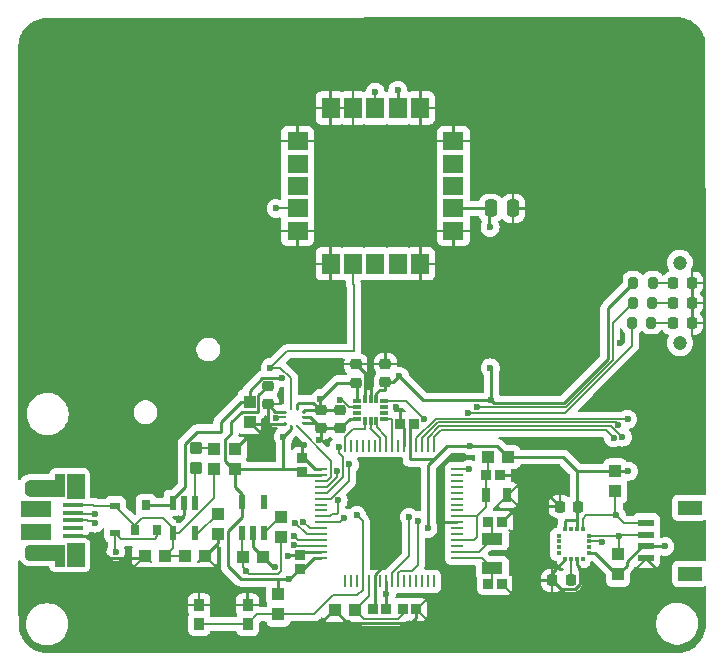
<source format=gbr>
%TF.GenerationSoftware,KiCad,Pcbnew,8.0.8*%
%TF.CreationDate,2025-01-20T12:07:47-06:00*%
%TF.ProjectId,tempo,74656d70-6f2e-46b6-9963-61645f706362,rev?*%
%TF.SameCoordinates,Original*%
%TF.FileFunction,Copper,L1,Top*%
%TF.FilePolarity,Positive*%
%FSLAX46Y46*%
G04 Gerber Fmt 4.6, Leading zero omitted, Abs format (unit mm)*
G04 Created by KiCad (PCBNEW 8.0.8) date 2025-01-20 12:07:47*
%MOMM*%
%LPD*%
G01*
G04 APERTURE LIST*
G04 Aperture macros list*
%AMRoundRect*
0 Rectangle with rounded corners*
0 $1 Rounding radius*
0 $2 $3 $4 $5 $6 $7 $8 $9 X,Y pos of 4 corners*
0 Add a 4 corners polygon primitive as box body*
4,1,4,$2,$3,$4,$5,$6,$7,$8,$9,$2,$3,0*
0 Add four circle primitives for the rounded corners*
1,1,$1+$1,$2,$3*
1,1,$1+$1,$4,$5*
1,1,$1+$1,$6,$7*
1,1,$1+$1,$8,$9*
0 Add four rect primitives between the rounded corners*
20,1,$1+$1,$2,$3,$4,$5,0*
20,1,$1+$1,$4,$5,$6,$7,0*
20,1,$1+$1,$6,$7,$8,$9,0*
20,1,$1+$1,$8,$9,$2,$3,0*%
G04 Aperture macros list end*
%TA.AperFunction,EtchedComponent*%
%ADD10C,0.010000*%
%TD*%
%TA.AperFunction,SMDPad,CuDef*%
%ADD11RoundRect,0.225000X0.225000X0.250000X-0.225000X0.250000X-0.225000X-0.250000X0.225000X-0.250000X0*%
%TD*%
%TA.AperFunction,SMDPad,CuDef*%
%ADD12R,1.000000X1.100000*%
%TD*%
%TA.AperFunction,SMDPad,CuDef*%
%ADD13R,1.100000X1.000000*%
%TD*%
%TA.AperFunction,SMDPad,CuDef*%
%ADD14RoundRect,0.200000X-0.200000X-0.275000X0.200000X-0.275000X0.200000X0.275000X-0.200000X0.275000X0*%
%TD*%
%TA.AperFunction,SMDPad,CuDef*%
%ADD15R,0.550000X1.200000*%
%TD*%
%TA.AperFunction,SMDPad,CuDef*%
%ADD16R,0.900000X0.850000*%
%TD*%
%TA.AperFunction,SMDPad,CuDef*%
%ADD17R,1.350000X0.600000*%
%TD*%
%TA.AperFunction,SMDPad,CuDef*%
%ADD18R,2.000000X1.200000*%
%TD*%
%TA.AperFunction,SMDPad,CuDef*%
%ADD19R,0.830000X0.630000*%
%TD*%
%TA.AperFunction,SMDPad,CuDef*%
%ADD20RoundRect,0.250000X-0.250000X-0.475000X0.250000X-0.475000X0.250000X0.475000X-0.250000X0.475000X0*%
%TD*%
%TA.AperFunction,SMDPad,CuDef*%
%ADD21RoundRect,0.031500X0.263500X0.143500X-0.263500X0.143500X-0.263500X-0.143500X0.263500X-0.143500X0*%
%TD*%
%TA.AperFunction,SMDPad,CuDef*%
%ADD22RoundRect,0.031500X-0.143500X0.263500X-0.143500X-0.263500X0.143500X-0.263500X0.143500X0.263500X0*%
%TD*%
%TA.AperFunction,SMDPad,CuDef*%
%ADD23RoundRect,0.031500X-0.263500X-0.143500X0.263500X-0.143500X0.263500X0.143500X-0.263500X0.143500X0*%
%TD*%
%TA.AperFunction,SMDPad,CuDef*%
%ADD24RoundRect,0.031500X0.143500X-0.263500X0.143500X0.263500X-0.143500X0.263500X-0.143500X-0.263500X0*%
%TD*%
%TA.AperFunction,SMDPad,CuDef*%
%ADD25R,0.850000X0.900000*%
%TD*%
%TA.AperFunction,SMDPad,CuDef*%
%ADD26R,1.800000X1.000000*%
%TD*%
%TA.AperFunction,SMDPad,CuDef*%
%ADD27RoundRect,0.225000X-0.250000X0.225000X-0.250000X-0.225000X0.250000X-0.225000X0.250000X0.225000X0*%
%TD*%
%TA.AperFunction,SMDPad,CuDef*%
%ADD28R,0.800000X1.200000*%
%TD*%
%TA.AperFunction,SMDPad,CuDef*%
%ADD29RoundRect,0.150000X0.350000X0.350000X-0.350000X0.350000X-0.350000X-0.350000X0.350000X-0.350000X0*%
%TD*%
%TA.AperFunction,SMDPad,CuDef*%
%ADD30R,1.000000X0.220000*%
%TD*%
%TA.AperFunction,SMDPad,CuDef*%
%ADD31R,0.220000X1.000000*%
%TD*%
%TA.AperFunction,SMDPad,CuDef*%
%ADD32RoundRect,0.225000X0.250000X-0.225000X0.250000X0.225000X-0.250000X0.225000X-0.250000X-0.225000X0*%
%TD*%
%TA.AperFunction,SMDPad,CuDef*%
%ADD33RoundRect,0.218750X0.218750X0.256250X-0.218750X0.256250X-0.218750X-0.256250X0.218750X-0.256250X0*%
%TD*%
%TA.AperFunction,SMDPad,CuDef*%
%ADD34R,0.254000X0.279400*%
%TD*%
%TA.AperFunction,SMDPad,CuDef*%
%ADD35R,0.279400X0.254000*%
%TD*%
%TA.AperFunction,SMDPad,CuDef*%
%ADD36R,0.900000X1.000000*%
%TD*%
%TA.AperFunction,SMDPad,CuDef*%
%ADD37R,0.800000X0.900000*%
%TD*%
%TA.AperFunction,SMDPad,CuDef*%
%ADD38R,1.750000X0.400000*%
%TD*%
%TA.AperFunction,ComponentPad*%
%ADD39O,1.460000X0.730000*%
%TD*%
%TA.AperFunction,ComponentPad*%
%ADD40O,2.400000X1.200000*%
%TD*%
%TA.AperFunction,SMDPad,CuDef*%
%ADD41R,2.500000X1.425000*%
%TD*%
%TA.AperFunction,SMDPad,CuDef*%
%ADD42R,1.500000X1.800000*%
%TD*%
%TA.AperFunction,SMDPad,CuDef*%
%ADD43R,1.800000X1.500000*%
%TD*%
%TA.AperFunction,SMDPad,CuDef*%
%ADD44R,0.304800X0.457200*%
%TD*%
%TA.AperFunction,SMDPad,CuDef*%
%ADD45R,0.457200X0.304800*%
%TD*%
%TA.AperFunction,WasherPad*%
%ADD46C,1.200000*%
%TD*%
%TA.AperFunction,ViaPad*%
%ADD47C,0.600000*%
%TD*%
%TA.AperFunction,Conductor*%
%ADD48C,0.250000*%
%TD*%
%TA.AperFunction,Conductor*%
%ADD49C,0.200000*%
%TD*%
G04 APERTURE END LIST*
D10*
%TO.C,J4*%
X131632500Y-102753250D02*
X130172500Y-102753250D01*
X130172500Y-100753250D01*
X131632500Y-100753250D01*
X131632500Y-102753250D01*
%TA.AperFunction,EtchedComponent*%
G36*
X131632500Y-102753250D02*
G01*
X130172500Y-102753250D01*
X130172500Y-100753250D01*
X131632500Y-100753250D01*
X131632500Y-102753250D01*
G37*
%TD.AperFunction*%
X131632500Y-108553250D02*
X130172500Y-108553250D01*
X130172500Y-106553250D01*
X131632500Y-106553250D01*
X131632500Y-108553250D01*
%TA.AperFunction,EtchedComponent*%
G36*
X131632500Y-108553250D02*
G01*
X130172500Y-108553250D01*
X130172500Y-106553250D01*
X131632500Y-106553250D01*
X131632500Y-108553250D01*
G37*
%TD.AperFunction*%
X129922500Y-102578250D02*
X127072500Y-102578250D01*
X127051500Y-102577250D01*
X127030500Y-102576250D01*
X127009500Y-102573250D01*
X126989500Y-102569250D01*
X126968500Y-102564250D01*
X126948500Y-102558250D01*
X126929500Y-102551250D01*
X126909500Y-102543250D01*
X126890500Y-102534250D01*
X126872500Y-102524250D01*
X126854500Y-102513250D01*
X126837500Y-102502250D01*
X126820500Y-102489250D01*
X126804500Y-102475250D01*
X126789500Y-102461250D01*
X126775500Y-102446250D01*
X126761500Y-102430250D01*
X126748500Y-102413250D01*
X126737500Y-102396250D01*
X126726500Y-102378250D01*
X126716500Y-102360250D01*
X126707500Y-102341250D01*
X126699500Y-102321250D01*
X126692500Y-102302250D01*
X126686500Y-102282250D01*
X126681500Y-102261250D01*
X126677500Y-102241250D01*
X126674500Y-102220250D01*
X126673500Y-102199250D01*
X126672500Y-102178250D01*
X126672500Y-101678250D01*
X126673500Y-101657250D01*
X126674500Y-101636250D01*
X126677500Y-101615250D01*
X126681500Y-101595250D01*
X126686500Y-101574250D01*
X126692500Y-101554250D01*
X126699500Y-101535250D01*
X126707500Y-101515250D01*
X126716500Y-101496250D01*
X126726500Y-101478250D01*
X126737500Y-101460250D01*
X126748500Y-101443250D01*
X126761500Y-101426250D01*
X126775500Y-101410250D01*
X126789500Y-101395250D01*
X126804500Y-101381250D01*
X126820500Y-101367250D01*
X126837500Y-101354250D01*
X126854500Y-101343250D01*
X126872500Y-101332250D01*
X126890500Y-101322250D01*
X126909500Y-101313250D01*
X126929500Y-101305250D01*
X126948500Y-101298250D01*
X126968500Y-101292250D01*
X126989500Y-101287250D01*
X127009500Y-101283250D01*
X127030500Y-101280250D01*
X127051500Y-101279250D01*
X127072500Y-101278250D01*
X129222500Y-101278250D01*
X129222500Y-100753250D01*
X129922500Y-100753250D01*
X129922500Y-102578250D01*
%TA.AperFunction,EtchedComponent*%
G36*
X129922500Y-102578250D02*
G01*
X127072500Y-102578250D01*
X127051500Y-102577250D01*
X127030500Y-102576250D01*
X127009500Y-102573250D01*
X126989500Y-102569250D01*
X126968500Y-102564250D01*
X126948500Y-102558250D01*
X126929500Y-102551250D01*
X126909500Y-102543250D01*
X126890500Y-102534250D01*
X126872500Y-102524250D01*
X126854500Y-102513250D01*
X126837500Y-102502250D01*
X126820500Y-102489250D01*
X126804500Y-102475250D01*
X126789500Y-102461250D01*
X126775500Y-102446250D01*
X126761500Y-102430250D01*
X126748500Y-102413250D01*
X126737500Y-102396250D01*
X126726500Y-102378250D01*
X126716500Y-102360250D01*
X126707500Y-102341250D01*
X126699500Y-102321250D01*
X126692500Y-102302250D01*
X126686500Y-102282250D01*
X126681500Y-102261250D01*
X126677500Y-102241250D01*
X126674500Y-102220250D01*
X126673500Y-102199250D01*
X126672500Y-102178250D01*
X126672500Y-101678250D01*
X126673500Y-101657250D01*
X126674500Y-101636250D01*
X126677500Y-101615250D01*
X126681500Y-101595250D01*
X126686500Y-101574250D01*
X126692500Y-101554250D01*
X126699500Y-101535250D01*
X126707500Y-101515250D01*
X126716500Y-101496250D01*
X126726500Y-101478250D01*
X126737500Y-101460250D01*
X126748500Y-101443250D01*
X126761500Y-101426250D01*
X126775500Y-101410250D01*
X126789500Y-101395250D01*
X126804500Y-101381250D01*
X126820500Y-101367250D01*
X126837500Y-101354250D01*
X126854500Y-101343250D01*
X126872500Y-101332250D01*
X126890500Y-101322250D01*
X126909500Y-101313250D01*
X126929500Y-101305250D01*
X126948500Y-101298250D01*
X126968500Y-101292250D01*
X126989500Y-101287250D01*
X127009500Y-101283250D01*
X127030500Y-101280250D01*
X127051500Y-101279250D01*
X127072500Y-101278250D01*
X129222500Y-101278250D01*
X129222500Y-100753250D01*
X129922500Y-100753250D01*
X129922500Y-102578250D01*
G37*
%TD.AperFunction*%
X129922500Y-108553250D02*
X129222500Y-108553250D01*
X129222500Y-108028250D01*
X127072500Y-108028250D01*
X127051500Y-108027250D01*
X127030500Y-108026250D01*
X127009500Y-108023250D01*
X126989500Y-108019250D01*
X126968500Y-108014250D01*
X126948500Y-108008250D01*
X126929500Y-108001250D01*
X126909500Y-107993250D01*
X126890500Y-107984250D01*
X126872500Y-107974250D01*
X126854500Y-107963250D01*
X126837500Y-107952250D01*
X126820500Y-107939250D01*
X126804500Y-107925250D01*
X126789500Y-107911250D01*
X126775500Y-107896250D01*
X126761500Y-107880250D01*
X126748500Y-107863250D01*
X126737500Y-107846250D01*
X126726500Y-107828250D01*
X126716500Y-107810250D01*
X126707500Y-107791250D01*
X126699500Y-107771250D01*
X126692500Y-107752250D01*
X126686500Y-107732250D01*
X126681500Y-107711250D01*
X126677500Y-107691250D01*
X126674500Y-107670250D01*
X126673500Y-107649250D01*
X126672500Y-107628250D01*
X126672500Y-107128250D01*
X126673500Y-107107250D01*
X126674500Y-107086250D01*
X126677500Y-107065250D01*
X126681500Y-107045250D01*
X126686500Y-107024250D01*
X126692500Y-107004250D01*
X126699500Y-106985250D01*
X126707500Y-106965250D01*
X126716500Y-106946250D01*
X126726500Y-106928250D01*
X126737500Y-106910250D01*
X126748500Y-106893250D01*
X126761500Y-106876250D01*
X126775500Y-106860250D01*
X126789500Y-106845250D01*
X126804500Y-106831250D01*
X126820500Y-106817250D01*
X126837500Y-106804250D01*
X126854500Y-106793250D01*
X126872500Y-106782250D01*
X126890500Y-106772250D01*
X126909500Y-106763250D01*
X126929500Y-106755250D01*
X126948500Y-106748250D01*
X126968500Y-106742250D01*
X126989500Y-106737250D01*
X127009500Y-106733250D01*
X127030500Y-106730250D01*
X127051500Y-106729250D01*
X127072500Y-106728250D01*
X129922500Y-106728250D01*
X129922500Y-108553250D01*
%TA.AperFunction,EtchedComponent*%
G36*
X129922500Y-108553250D02*
G01*
X129222500Y-108553250D01*
X129222500Y-108028250D01*
X127072500Y-108028250D01*
X127051500Y-108027250D01*
X127030500Y-108026250D01*
X127009500Y-108023250D01*
X126989500Y-108019250D01*
X126968500Y-108014250D01*
X126948500Y-108008250D01*
X126929500Y-108001250D01*
X126909500Y-107993250D01*
X126890500Y-107984250D01*
X126872500Y-107974250D01*
X126854500Y-107963250D01*
X126837500Y-107952250D01*
X126820500Y-107939250D01*
X126804500Y-107925250D01*
X126789500Y-107911250D01*
X126775500Y-107896250D01*
X126761500Y-107880250D01*
X126748500Y-107863250D01*
X126737500Y-107846250D01*
X126726500Y-107828250D01*
X126716500Y-107810250D01*
X126707500Y-107791250D01*
X126699500Y-107771250D01*
X126692500Y-107752250D01*
X126686500Y-107732250D01*
X126681500Y-107711250D01*
X126677500Y-107691250D01*
X126674500Y-107670250D01*
X126673500Y-107649250D01*
X126672500Y-107628250D01*
X126672500Y-107128250D01*
X126673500Y-107107250D01*
X126674500Y-107086250D01*
X126677500Y-107065250D01*
X126681500Y-107045250D01*
X126686500Y-107024250D01*
X126692500Y-107004250D01*
X126699500Y-106985250D01*
X126707500Y-106965250D01*
X126716500Y-106946250D01*
X126726500Y-106928250D01*
X126737500Y-106910250D01*
X126748500Y-106893250D01*
X126761500Y-106876250D01*
X126775500Y-106860250D01*
X126789500Y-106845250D01*
X126804500Y-106831250D01*
X126820500Y-106817250D01*
X126837500Y-106804250D01*
X126854500Y-106793250D01*
X126872500Y-106782250D01*
X126890500Y-106772250D01*
X126909500Y-106763250D01*
X126929500Y-106755250D01*
X126948500Y-106748250D01*
X126968500Y-106742250D01*
X126989500Y-106737250D01*
X127009500Y-106733250D01*
X127030500Y-106730250D01*
X127051500Y-106729250D01*
X127072500Y-106728250D01*
X129922500Y-106728250D01*
X129922500Y-108553250D01*
G37*
%TD.AperFunction*%
%TD*%
D11*
%TO.P,C7,1*%
%TO.N,Net-(U4-CAP)*%
X172850000Y-109750000D03*
%TO.P,C7,2*%
%TO.N,GND*%
X171300000Y-109750000D03*
%TD*%
D12*
%TO.P,C22,1,1*%
%TO.N,V_BATT*%
X145675000Y-94625000D03*
%TO.P,C22,2,2*%
%TO.N,GND*%
X145675000Y-96325000D03*
%TD*%
D13*
%TO.P,C11,1,1*%
%TO.N,VIN*%
X145075000Y-107750000D03*
%TO.P,C11,2,2*%
%TO.N,GND*%
X146775000Y-107750000D03*
%TD*%
D14*
%TO.P,R2,1,1*%
%TO.N,/D13*%
X178095000Y-86280000D03*
%TO.P,R2,2,2*%
%TO.N,Net-(LED2-A)*%
X179745000Y-86280000D03*
%TD*%
D15*
%TO.P,U5,1,IN*%
%TO.N,VIN*%
X145000000Y-105725100D03*
%TO.P,U5,2,GND*%
%TO.N,GND*%
X145950000Y-105725100D03*
%TO.P,U5,3,EN*%
%TO.N,/EN*%
X146900000Y-105725100D03*
%TO.P,U5,4,BP*%
%TO.N,unconnected-(U5-BP-Pad4)*%
X146900000Y-103124900D03*
%TO.P,U5,5,OUT*%
%TO.N,3.3V*%
X145000000Y-103124900D03*
%TD*%
D14*
%TO.P,R1,1,1*%
%TO.N,/D12*%
X178045000Y-87940000D03*
%TO.P,R1,2,2*%
%TO.N,Net-(LED1-A)*%
X179695000Y-87940000D03*
%TD*%
D16*
%TO.P,C13,1,1*%
%TO.N,3.3V*%
X150150000Y-100555000D03*
%TO.P,C13,2,2*%
%TO.N,GND*%
X150150000Y-99395000D03*
%TD*%
D17*
%TO.P,J3,1,1*%
%TO.N,GND*%
X179250000Y-107875000D03*
%TO.P,J3,2,2*%
%TO.N,3.3V*%
X179250000Y-106875000D03*
%TO.P,J3,3,3*%
%TO.N,/SDA*%
X179250000Y-105875000D03*
%TO.P,J3,4,4*%
%TO.N,/SCL*%
X179250000Y-104875000D03*
D18*
%TO.P,J3,NC1*%
%TO.N,N/C*%
X182925000Y-103575000D03*
%TO.P,J3,NC2*%
X182925000Y-109175000D03*
%TD*%
D19*
%TO.P,D1,A,A*%
%TO.N,V_USB*%
X134300000Y-103425000D03*
%TO.P,D1,C,C*%
%TO.N,VIN*%
X134300000Y-105725000D03*
%TD*%
D13*
%TO.P,L1,1,1*%
%TO.N,3.3V*%
X167550000Y-99300000D03*
%TO.P,L1,2,2*%
%TO.N,VDDA*%
X165850000Y-99300000D03*
%TD*%
D20*
%TO.P,C1,1*%
%TO.N,3.3V*%
X166080000Y-78250000D03*
%TO.P,C1,2*%
%TO.N,GND*%
X167980000Y-78250000D03*
%TD*%
D21*
%TO.P,U3,1,AP_SDO/AP_AD0*%
%TO.N,/MISO*%
X157077500Y-96050000D03*
%TO.P,U3,2,RESV_2*%
%TO.N,unconnected-(U3-RESV_2-Pad2)*%
X157077500Y-95550000D03*
%TO.P,U3,3,RESV_3*%
%TO.N,unconnected-(U3-RESV_3-Pad3)*%
X157077500Y-95050000D03*
%TO.P,U3,4,INT1/INT*%
%TO.N,/D6*%
X157077500Y-94550000D03*
D22*
%TO.P,U3,5,VDDIO*%
%TO.N,3.3V*%
X156412500Y-94385000D03*
%TO.P,U3,6,GND*%
%TO.N,GND*%
X155912500Y-94385000D03*
%TO.P,U3,7,RESV_7*%
X155412500Y-94385000D03*
D23*
%TO.P,U3,8,VDD*%
%TO.N,3.3V*%
X154747500Y-94550000D03*
%TO.P,U3,9,INT2/FSYNC/CLKIN*%
%TO.N,/D10*%
X154747500Y-95050000D03*
%TO.P,U3,10,RESV_10*%
%TO.N,unconnected-(U3-RESV_10-Pad10)*%
X154747500Y-95550000D03*
%TO.P,U3,11,RESV_11*%
%TO.N,GND*%
X154747500Y-96050000D03*
D24*
%TO.P,U3,12,AP_CS*%
%TO.N,/D5*%
X155412500Y-96215000D03*
%TO.P,U3,13,AP_SCL/AP_SCLK*%
%TO.N,/SCK*%
X155912500Y-96215000D03*
%TO.P,U3,14,AP_SDA/AP_SDIO/AP_SDI*%
%TO.N,/MOSI*%
X156412500Y-96215000D03*
%TD*%
D12*
%TO.P,R7,1,1*%
%TO.N,/EN*%
X148375000Y-104350000D03*
%TO.P,R7,2,2*%
%TO.N,VIN*%
X148375000Y-106050000D03*
%TD*%
%TO.P,R9,1,1*%
%TO.N,V_USB*%
X142700000Y-100350000D03*
%TO.P,R9,2,2*%
%TO.N,Net-(LED4-PadA)*%
X142700000Y-98650000D03*
%TD*%
D25*
%TO.P,C9,1,1*%
%TO.N,/XIN32*%
X165845000Y-110025000D03*
%TO.P,C9,2,2*%
%TO.N,GND*%
X167005000Y-110025000D03*
%TD*%
D12*
%TO.P,C16,1,1*%
%TO.N,3.3V*%
X144450000Y-100325000D03*
%TO.P,C16,2,2*%
%TO.N,GND*%
X144450000Y-98625000D03*
%TD*%
%TO.P,R13,1,1*%
%TO.N,/SDA*%
X176875000Y-107525000D03*
%TO.P,R13,2,2*%
%TO.N,3.3V*%
X176875000Y-109225000D03*
%TD*%
D26*
%TO.P,Y1,P$1,1*%
%TO.N,/XIN32*%
X166225000Y-108700000D03*
%TO.P,Y1,P$2,2*%
%TO.N,/XOUT32*%
X166225000Y-106200000D03*
%TD*%
D27*
%TO.P,C3,1*%
%TO.N,3.3V*%
X151700000Y-95325000D03*
%TO.P,C3,2*%
%TO.N,GND*%
X151700000Y-96875000D03*
%TD*%
%TO.P,C6,1*%
%TO.N,3.3V*%
X153312500Y-95325000D03*
%TO.P,C6,2*%
%TO.N,GND*%
X153312500Y-96875000D03*
%TD*%
D11*
%TO.P,C8,1*%
%TO.N,3.3V*%
X173500000Y-103500000D03*
%TO.P,C8,2*%
%TO.N,GND*%
X171950000Y-103500000D03*
%TD*%
D12*
%TO.P,R11,1,1*%
%TO.N,GND*%
X142975000Y-105825000D03*
%TO.P,R11,2,2*%
%TO.N,Net-(U7-PROG)*%
X142975000Y-104125000D03*
%TD*%
%TO.P,R8,1,1*%
%TO.N,/~{RESET}*%
X148100000Y-112625000D03*
%TO.P,R8,2,2*%
%TO.N,3.3V*%
X148100000Y-110925000D03*
%TD*%
D28*
%TO.P,C18,1,1*%
%TO.N,VDDA*%
X165700000Y-102525000D03*
%TO.P,C18,2,2*%
%TO.N,GND*%
X167500000Y-102525000D03*
%TD*%
D29*
%TO.P,LED4,A,A*%
%TO.N,Net-(LED4-PadA)*%
X141100000Y-98498000D03*
%TO.P,LED4,C,C*%
%TO.N,Net-(U7-STAT)*%
X141100000Y-100252000D03*
%TD*%
D30*
%TO.P,U6,1,PA00*%
%TO.N,/XIN32*%
X163250000Y-107825000D03*
%TO.P,U6,2,PA01*%
%TO.N,/XOUT32*%
X163250000Y-107325000D03*
%TO.P,U6,3,PA02*%
%TO.N,/A0*%
X163250000Y-106825000D03*
%TO.P,U6,4,PA03*%
%TO.N,VDDA*%
X163250000Y-106325000D03*
%TO.P,U6,5,PB04*%
%TO.N,unconnected-(U6-PB04-Pad5)*%
X163250000Y-105825000D03*
%TO.P,U6,6,PB05*%
%TO.N,unconnected-(U6-PB05-Pad6)*%
X163250000Y-105325000D03*
%TO.P,U6,7,GND0*%
%TO.N,GND*%
X163250000Y-104825000D03*
%TO.P,U6,8,VDDANA*%
%TO.N,VDDA*%
X163250000Y-104325000D03*
%TO.P,U6,9,PB06*%
%TO.N,unconnected-(U6-PB06-Pad9)*%
X163250000Y-103825000D03*
%TO.P,U6,10,PB07*%
%TO.N,unconnected-(U6-PB07-Pad10)*%
X163250000Y-103325000D03*
%TO.P,U6,11,PB08*%
%TO.N,/A1*%
X163250000Y-102825000D03*
%TO.P,U6,12,PB09*%
%TO.N,/A2*%
X163250000Y-102325000D03*
%TO.P,U6,13,PA04*%
%TO.N,/A3*%
X163250000Y-101825000D03*
%TO.P,U6,14,PA05*%
%TO.N,/A4*%
X163250000Y-101325000D03*
%TO.P,U6,15,PA06*%
%TO.N,/D4*%
X163250000Y-100825000D03*
%TO.P,U6,16,PA07*%
%TO.N,/D9*%
X163250000Y-100325000D03*
D31*
%TO.P,U6,17,PA08*%
%TO.N,/FLASH_MOSI*%
X161250000Y-98325000D03*
%TO.P,U6,18,PA09*%
%TO.N,/FLASH_SCK*%
X160750000Y-98325000D03*
%TO.P,U6,19,PA10*%
%TO.N,/FLASH_CS*%
X160250000Y-98325000D03*
%TO.P,U6,20,PA11*%
%TO.N,/FLASH_MISO*%
X159750000Y-98325000D03*
%TO.P,U6,21,VDDIO0*%
%TO.N,3.3V*%
X159250000Y-98325000D03*
%TO.P,U6,22,GND1*%
%TO.N,GND*%
X158750000Y-98325000D03*
%TO.P,U6,23,PB10*%
%TO.N,unconnected-(U6-PB10-Pad23)*%
X158250000Y-98325000D03*
%TO.P,U6,24,PB11*%
%TO.N,/MISO*%
X157750000Y-98325000D03*
%TO.P,U6,25,PB12*%
%TO.N,/MOSI*%
X157250000Y-98325000D03*
%TO.P,U6,26,PB13*%
%TO.N,/SCK*%
X156750000Y-98325000D03*
%TO.P,U6,27,PB14*%
%TO.N,unconnected-(U6-PB14-Pad27)*%
X156250000Y-98325000D03*
%TO.P,U6,28,PB15*%
%TO.N,unconnected-(U6-PB15-Pad28)*%
X155750000Y-98325000D03*
%TO.P,U6,29,PA12*%
%TO.N,/D1*%
X155250000Y-98325000D03*
%TO.P,U6,30,PA13*%
%TO.N,/D0*%
X154750000Y-98325000D03*
%TO.P,U6,31,PA14*%
%TO.N,unconnected-(U6-PA14-Pad31)*%
X154250000Y-98325000D03*
%TO.P,U6,32,PA15*%
%TO.N,/D5*%
X153750000Y-98325000D03*
D30*
%TO.P,U6,33,GND2*%
%TO.N,GND*%
X151750000Y-100325000D03*
%TO.P,U6,34,VDDIO1*%
%TO.N,3.3V*%
X151750000Y-100825000D03*
%TO.P,U6,35,PA16*%
%TO.N,/D11*%
X151750000Y-101325000D03*
%TO.P,U6,36,PA17*%
%TO.N,/D13*%
X151750000Y-101825000D03*
%TO.P,U6,37,PA18*%
%TO.N,/D10*%
X151750000Y-102325000D03*
%TO.P,U6,38,PA19*%
%TO.N,/D12*%
X151750000Y-102825000D03*
%TO.P,U6,39,PB16*%
%TO.N,unconnected-(U6-PB16-Pad39)*%
X151750000Y-103325000D03*
%TO.P,U6,40,PB17*%
%TO.N,unconnected-(U6-PB17-Pad40)*%
X151750000Y-103825000D03*
%TO.P,U6,41,PA20*%
%TO.N,/D6*%
X151750000Y-104325000D03*
%TO.P,U6,42,PA21*%
%TO.N,/D7*%
X151750000Y-104825000D03*
%TO.P,U6,43,PA22*%
%TO.N,/SDA*%
X151750000Y-105325000D03*
%TO.P,U6,44,PA23*%
%TO.N,/SCL*%
X151750000Y-105825000D03*
%TO.P,U6,45,PA24*%
%TO.N,/D-*%
X151750000Y-106325000D03*
%TO.P,U6,46,PA25*%
%TO.N,/D+*%
X151750000Y-106825000D03*
%TO.P,U6,47,GND3*%
%TO.N,GND*%
X151750000Y-107325000D03*
%TO.P,U6,48,VDDIO2*%
%TO.N,3.3V*%
X151750000Y-107825000D03*
D31*
%TO.P,U6,49,PB22*%
%TO.N,/TXD*%
X153750000Y-109825000D03*
%TO.P,U6,50,PB23*%
%TO.N,/RXD*%
X154250000Y-109825000D03*
%TO.P,U6,51,PA27*%
%TO.N,/TXLED*%
X154750000Y-109825000D03*
%TO.P,U6,52,~{RESET}*%
%TO.N,/~{RESET}*%
X155250000Y-109825000D03*
%TO.P,U6,53,VDDCORE*%
%TO.N,VCC*%
X155750000Y-109825000D03*
%TO.P,U6,54,GND4*%
%TO.N,GND*%
X156250000Y-109825000D03*
%TO.P,U6,55,VSW*%
%TO.N,unconnected-(U6-VSW-Pad55)*%
X156750000Y-109825000D03*
%TO.P,U6,56,VDDIO3*%
%TO.N,3.3V*%
X157250000Y-109825000D03*
%TO.P,U6,57,PA30*%
%TO.N,/SWDCLK*%
X157750000Y-109825000D03*
%TO.P,U6,58,PA31*%
%TO.N,/SWDIO*%
X158250000Y-109825000D03*
%TO.P,U6,59,PB30*%
%TO.N,unconnected-(U6-PB30-Pad59)*%
X158750000Y-109825000D03*
%TO.P,U6,60,PB31*%
%TO.N,unconnected-(U6-PB31-Pad60)*%
X159250000Y-109825000D03*
%TO.P,U6,61,PB00*%
%TO.N,unconnected-(U6-PB00-Pad61)*%
X159750000Y-109825000D03*
%TO.P,U6,62,PB01*%
%TO.N,unconnected-(U6-PB01-Pad62)*%
X160250000Y-109825000D03*
%TO.P,U6,63,PB02*%
%TO.N,/A5*%
X160750000Y-109825000D03*
%TO.P,U6,64,PB03*%
%TO.N,/RXLED*%
X161250000Y-109825000D03*
%TD*%
D25*
%TO.P,C10,1,1*%
%TO.N,/XOUT32*%
X165870000Y-104825000D03*
%TO.P,C10,2,2*%
%TO.N,GND*%
X167030000Y-104825000D03*
%TD*%
D32*
%TO.P,C5,1*%
%TO.N,3.3V*%
X154675000Y-93000000D03*
%TO.P,C5,2*%
%TO.N,GND*%
X154675000Y-91450000D03*
%TD*%
D13*
%TO.P,C21,1,1*%
%TO.N,V_USB*%
X140175000Y-107650000D03*
%TO.P,C21,2,2*%
%TO.N,GND*%
X141875000Y-107650000D03*
%TD*%
D33*
%TO.P,LED3,1,K*%
%TO.N,GND*%
X183137500Y-84570000D03*
%TO.P,LED3,2,A*%
%TO.N,Net-(LED3-A)*%
X181562500Y-84570000D03*
%TD*%
D13*
%TO.P,R6,1,1*%
%TO.N,GND*%
X136800000Y-107650000D03*
%TO.P,R6,2,2*%
%TO.N,V_USB*%
X138500000Y-107650000D03*
%TD*%
D34*
%TO.P,U1,1,VDDIO*%
%TO.N,3.3V*%
X149700063Y-95200700D03*
%TO.P,U1,2,SCK*%
%TO.N,/SCL*%
X149199937Y-95200700D03*
D35*
%TO.P,U1,3,VSS*%
%TO.N,GND*%
X148700700Y-95449874D03*
%TO.P,U1,4,SDI*%
%TO.N,/SDA*%
X148700700Y-95950000D03*
%TO.P,U1,5,SDO*%
%TO.N,GND*%
X148700700Y-96450126D03*
D34*
%TO.P,U1,6,CSB*%
%TO.N,3.3V*%
X149199937Y-96699300D03*
%TO.P,U1,7,INT*%
%TO.N,/D11*%
X149700063Y-96699300D03*
D35*
%TO.P,U1,8,VSS*%
%TO.N,GND*%
X150199300Y-96450126D03*
%TO.P,U1,9,VSS*%
X150199300Y-95950000D03*
%TO.P,U1,10,VDD*%
%TO.N,3.3V*%
X150199300Y-95449874D03*
%TD*%
D33*
%TO.P,LED1,1,K*%
%TO.N,GND*%
X183117500Y-87980000D03*
%TO.P,LED1,2,A*%
%TO.N,Net-(LED1-A)*%
X181542500Y-87980000D03*
%TD*%
D14*
%TO.P,R3,1,1*%
%TO.N,3.3V*%
X178155000Y-84550000D03*
%TO.P,R3,2,2*%
%TO.N,Net-(LED3-A)*%
X179805000Y-84550000D03*
%TD*%
D15*
%TO.P,U7,1,STAT*%
%TO.N,Net-(U7-STAT)*%
X141074500Y-103174900D03*
%TO.P,U7,2,VSS*%
%TO.N,GND*%
X140124500Y-103174900D03*
%TO.P,U7,3,VBAT*%
%TO.N,V_BATT*%
X139174500Y-103174900D03*
%TO.P,U7,4,VIN*%
%TO.N,V_USB*%
X139174500Y-105775100D03*
%TO.P,U7,5,PROG*%
%TO.N,Net-(U7-PROG)*%
X141074500Y-105775100D03*
%TD*%
D36*
%TO.P,S1,1,1*%
%TO.N,GND*%
X141400000Y-111850000D03*
X145500000Y-111850000D03*
%TO.P,S1,2,2*%
%TO.N,/~{RESET}*%
X141400000Y-113450000D03*
X145500000Y-113450000D03*
%TD*%
D25*
%TO.P,C15,1,1*%
%TO.N,3.3V*%
X157255000Y-112200000D03*
%TO.P,C15,2,2*%
%TO.N,GND*%
X156095000Y-112200000D03*
%TD*%
%TO.P,C20,1,1*%
%TO.N,VCC*%
X158645000Y-112200000D03*
%TO.P,C20,2,2*%
%TO.N,GND*%
X159805000Y-112200000D03*
%TD*%
%TO.P,C12,1,1*%
%TO.N,3.3V*%
X159580000Y-96475000D03*
%TO.P,C12,2,2*%
%TO.N,GND*%
X158420000Y-96475000D03*
%TD*%
D12*
%TO.P,R12,1,1*%
%TO.N,/SCL*%
X176650000Y-102175000D03*
%TO.P,R12,2,2*%
%TO.N,3.3V*%
X176650000Y-100475000D03*
%TD*%
D27*
%TO.P,C2,1*%
%TO.N,3.3V*%
X147200000Y-93275000D03*
%TO.P,C2,2*%
%TO.N,GND*%
X147200000Y-94825000D03*
%TD*%
D16*
%TO.P,C14,1,1*%
%TO.N,3.3V*%
X149900000Y-108755000D03*
%TO.P,C14,2,2*%
%TO.N,GND*%
X149900000Y-107595000D03*
%TD*%
D37*
%TO.P,Q1,1,G*%
%TO.N,V_USB*%
X135975000Y-105475000D03*
%TO.P,Q1,2,S*%
%TO.N,VIN*%
X137875000Y-105475000D03*
%TO.P,Q1,3,D*%
%TO.N,V_BATT*%
X136925000Y-103375000D03*
%TD*%
D25*
%TO.P,C17,1,1*%
%TO.N,VDDA*%
X165720000Y-100850000D03*
%TO.P,C17,2,2*%
%TO.N,GND*%
X166880000Y-100850000D03*
%TD*%
D33*
%TO.P,LED2,1,K*%
%TO.N,GND*%
X183137500Y-86270000D03*
%TO.P,LED2,2,A*%
%TO.N,Net-(LED2-A)*%
X181562500Y-86270000D03*
%TD*%
D38*
%TO.P,J4,1,VCC*%
%TO.N,V_USB*%
X130697500Y-103353250D03*
%TO.P,J4,2,D-*%
%TO.N,/D-*%
X130697500Y-104003250D03*
%TO.P,J4,3,D+*%
%TO.N,/D+*%
X130697500Y-104653250D03*
%TO.P,J4,4,ID*%
%TO.N,unconnected-(J4-ID-Pad4)*%
X130697500Y-105303250D03*
%TO.P,J4,5,GND*%
%TO.N,GND*%
X130697500Y-105953250D03*
D39*
%TO.P,J4,6,SHIELD*%
%TO.N,unconnected-(J4-SHIELD-Pad6)*%
X130902500Y-102228250D03*
%TO.P,J4,7,SHIELD__1*%
%TO.N,unconnected-(J4-SHIELD__1-Pad7)*%
X130902500Y-107078250D03*
D40*
%TO.P,J4,8,SHIELD__2*%
%TO.N,unconnected-(J4-SHIELD__2-Pad8)*%
X127872500Y-101928250D03*
%TO.P,J4,9,SHIELD__3*%
%TO.N,unconnected-(J4-SHIELD__3-Pad9)*%
X127872500Y-107378250D03*
D41*
%TO.P,J4,S1,SHIELD__6*%
%TO.N,unconnected-(J4-SHIELD__6-PadS1)*%
X127622500Y-103690750D03*
%TO.P,J4,S2,SHIELD__7*%
%TO.N,unconnected-(J4-SHIELD__7-PadS2)*%
X127622500Y-105615750D03*
%TD*%
D13*
%TO.P,C19,1,1*%
%TO.N,VCC*%
X154575000Y-112250000D03*
%TO.P,C19,2,2*%
%TO.N,GND*%
X152875000Y-112250000D03*
%TD*%
D42*
%TO.P,U2,1,GND*%
%TO.N,GND*%
X160130000Y-69750000D03*
%TO.P,U2,2,VCC_IO*%
%TO.N,3.3V*%
X158230000Y-69750000D03*
%TO.P,U2,3,V_BCKP*%
%TO.N,/VBACKUP*%
X156330000Y-69750000D03*
%TO.P,U2,4,GND*%
%TO.N,GND*%
X154430000Y-69750000D03*
%TO.P,U2,5,GND*%
X152530000Y-69750000D03*
D43*
%TO.P,U2,6,GND*%
X149730000Y-72550000D03*
%TO.P,U2,7,TIMEPULSE*%
%TO.N,unconnected-(U2-TIMEPULSE-Pad7)*%
X149730000Y-74450000D03*
%TO.P,U2,8,~{SAFEBOOT}*%
%TO.N,unconnected-(U2-~{SAFEBOOT}-Pad8)*%
X149730000Y-76350000D03*
%TO.P,U2,9,SDA*%
%TO.N,/SDA*%
X149730000Y-78250000D03*
%TO.P,U2,10,GND*%
%TO.N,GND*%
X149730000Y-80150000D03*
D42*
%TO.P,U2,11,GND*%
X152530000Y-82950000D03*
%TO.P,U2,12,SCL*%
%TO.N,/SCL*%
X154430000Y-82950000D03*
%TO.P,U2,13,TXD*%
%TO.N,unconnected-(U2-TXD-Pad13)*%
X156330000Y-82950000D03*
%TO.P,U2,14,RXD*%
%TO.N,unconnected-(U2-RXD-Pad14)*%
X158230000Y-82950000D03*
%TO.P,U2,15,GND*%
%TO.N,GND*%
X160130000Y-82950000D03*
D43*
%TO.P,U2,16,GND*%
X162930000Y-80150000D03*
%TO.P,U2,17,VCC*%
%TO.N,3.3V*%
X162930000Y-78250000D03*
%TO.P,U2,18,~{RESET}*%
%TO.N,unconnected-(U2-~{RESET}-Pad18)*%
X162930000Y-76350000D03*
%TO.P,U2,19,EXTINT0*%
%TO.N,unconnected-(U2-EXTINT0-Pad19)*%
X162930000Y-74450000D03*
%TO.P,U2,20,GND*%
%TO.N,GND*%
X162930000Y-72550000D03*
%TD*%
D32*
%TO.P,C4,1*%
%TO.N,3.3V*%
X157175000Y-92975000D03*
%TO.P,C4,2*%
%TO.N,GND*%
X157175000Y-91425000D03*
%TD*%
D44*
%TO.P,U4,1,SCL/SPI_SCK*%
%TO.N,/SCL*%
X173875001Y-105425001D03*
%TO.P,U4,2,VDD*%
%TO.N,3.3V*%
X173375000Y-105425001D03*
%TO.P,U4,3,NC*%
%TO.N,unconnected-(U4-NC-Pad3)*%
X172875000Y-105425001D03*
%TO.P,U4,4,SPI_CS*%
%TO.N,3.3V*%
X172374999Y-105425001D03*
D45*
%TO.P,U4,5,SPI_SDO*%
%TO.N,unconnected-(U4-SPI_SDO-Pad5)*%
X171850001Y-105949999D03*
%TO.P,U4,6,NC*%
%TO.N,unconnected-(U4-NC-Pad6)*%
X171850001Y-106450000D03*
%TO.P,U4,7,NC*%
%TO.N,unconnected-(U4-NC-Pad7)*%
X171850001Y-106950000D03*
%TO.P,U4,8,NC*%
%TO.N,unconnected-(U4-NC-Pad8)*%
X171850001Y-107450001D03*
D44*
%TO.P,U4,9,GND*%
%TO.N,GND*%
X172374999Y-107974999D03*
%TO.P,U4,10,CAP*%
%TO.N,Net-(U4-CAP)*%
X172875000Y-107974999D03*
%TO.P,U4,11,GND*%
%TO.N,GND*%
X173375000Y-107974999D03*
%TO.P,U4,12,NC*%
%TO.N,unconnected-(U4-NC-Pad12)*%
X173875001Y-107974999D03*
D45*
%TO.P,U4,13,VDDIO*%
%TO.N,3.3V*%
X174399999Y-107450001D03*
%TO.P,U4,14,NC*%
%TO.N,unconnected-(U4-NC-Pad14)*%
X174399999Y-106950000D03*
%TO.P,U4,15,INT*%
%TO.N,/D9*%
X174399999Y-106450000D03*
%TO.P,U4,16,SDA/SPI_SDI*%
%TO.N,/SDA*%
X174399999Y-105949999D03*
%TD*%
D46*
%TO.P,SW1,*%
%TO.N,*%
X182100000Y-82850000D03*
X182100000Y-89650000D03*
%TD*%
D47*
%TO.N,GND*%
X160130000Y-68050000D03*
X157375000Y-104500000D03*
X164730000Y-72550000D03*
X161630000Y-82950000D03*
X151587500Y-97862500D03*
X167930000Y-76550000D03*
X161825000Y-104825000D03*
X139675000Y-104600000D03*
X152530000Y-81250000D03*
X162930000Y-81650000D03*
X152530000Y-71550000D03*
X160130000Y-81250000D03*
X154430000Y-68050000D03*
X149730000Y-81650000D03*
X157325000Y-108200000D03*
X151030000Y-82950000D03*
X152530000Y-67950000D03*
X160130000Y-84650000D03*
X152530000Y-84650000D03*
X151430000Y-80150000D03*
X151430000Y-72550000D03*
X153975000Y-113350000D03*
X155950000Y-93175000D03*
X162930000Y-71050000D03*
X148925000Y-107700000D03*
X177040000Y-89660000D03*
X161730000Y-69750000D03*
X145900000Y-97750000D03*
X147030000Y-80250000D03*
X167930000Y-79950000D03*
X148030000Y-72550000D03*
X147800000Y-108600000D03*
X150930000Y-69750000D03*
X161230000Y-80050000D03*
X154430000Y-71550000D03*
X150250000Y-98300000D03*
X158033168Y-95058168D03*
%TO.N,3.3V*%
X157250000Y-110898900D03*
X166150000Y-94475000D03*
X166050000Y-91750000D03*
X177750000Y-100500000D03*
X158230000Y-68250000D03*
X158350000Y-92451100D03*
X180825000Y-106875000D03*
X148525000Y-97600000D03*
X166030000Y-79850000D03*
X160775000Y-105350000D03*
X164375000Y-98350000D03*
X149005000Y-109650000D03*
X151675000Y-94350000D03*
%TO.N,V_BATT*%
X148431100Y-92589258D03*
%TO.N,/SDA*%
X147944524Y-95975974D03*
X176950000Y-105950000D03*
X150225000Y-104800000D03*
X147930000Y-78250000D03*
%TO.N,/SCL*%
X176725000Y-104250000D03*
X147428900Y-91737500D03*
X149525000Y-104850000D03*
%TO.N,/D6*%
X153173900Y-102975000D03*
X160450000Y-96100000D03*
%TO.N,/D10*%
X153225000Y-98450000D03*
X153325000Y-94473900D03*
%TO.N,/D12*%
X164175000Y-95548900D03*
X154115942Y-99925668D03*
%TO.N,/D13*%
X153098900Y-100450000D03*
X164900000Y-95047800D03*
%TO.N,/~{RESET}*%
X154750000Y-104250000D03*
%TO.N,/VBACKUP*%
X156300000Y-68400000D03*
%TO.N,VIN*%
X134350000Y-107325000D03*
X145350000Y-108925000D03*
%TO.N,/D9*%
X164250000Y-100325000D03*
X175525000Y-106475000D03*
%TO.N,/D+*%
X132562500Y-104887500D03*
X149425000Y-106750000D03*
%TO.N,/D-*%
X132575000Y-104100000D03*
X149400000Y-105950000D03*
%TO.N,/FLASH_CS*%
X176875000Y-96551100D03*
%TO.N,/SWDIO*%
X159900000Y-104675000D03*
%TO.N,/SWDCLK*%
X159200000Y-104400000D03*
%TO.N,/FLASH_MOSI*%
X176491662Y-97658338D03*
%TO.N,/FLASH_SCK*%
X177223953Y-97621507D03*
%TO.N,/FLASH_MISO*%
X177675000Y-96100000D03*
%TO.N,/D7*%
X153675000Y-104450000D03*
%TD*%
D48*
%TO.N,GND*%
X139675000Y-104600000D02*
X140124500Y-104150500D01*
X151750000Y-100325000D02*
X151200000Y-100325000D01*
X147800000Y-108600000D02*
X147625000Y-108600000D01*
X183157500Y-84590000D02*
X183157500Y-86250000D01*
X171424998Y-108925000D02*
X171375000Y-108925000D01*
X142975000Y-106550000D02*
X141875000Y-107650000D01*
X155912500Y-93212500D02*
X155950000Y-93175000D01*
X150775000Y-95950000D02*
X151700000Y-96875000D01*
X155950000Y-93175000D02*
X155950000Y-92725000D01*
X154675000Y-91450000D02*
X155412500Y-92187500D01*
X149900000Y-107595000D02*
X149030000Y-107595000D01*
X145900000Y-97750000D02*
X145325000Y-97750000D01*
X157325000Y-108200000D02*
X156250000Y-109275000D01*
X153951600Y-113326600D02*
X152875000Y-112250000D01*
X173375000Y-108453599D02*
X173375000Y-107974999D01*
X147200000Y-94825000D02*
X147200000Y-96502574D01*
X131853250Y-105953250D02*
X130697500Y-105953250D01*
X183137500Y-84570000D02*
X183157500Y-84590000D01*
X171375000Y-109675000D02*
X171300000Y-109750000D01*
X151700000Y-97750000D02*
X151587500Y-97862500D01*
X142975000Y-105825000D02*
X142975000Y-106550000D01*
X156250000Y-112045000D02*
X156095000Y-112200000D01*
X171300000Y-109750000D02*
X172001600Y-110451600D01*
X183117500Y-86290000D02*
X183137500Y-86270000D01*
X148700700Y-95449874D02*
X147824874Y-95449874D01*
X136598400Y-107851600D02*
X133751600Y-107851600D01*
X153312500Y-96875000D02*
X151700000Y-96875000D01*
X169300000Y-100850000D02*
X171950000Y-103500000D01*
X158420000Y-96475000D02*
X158750000Y-96805000D01*
X150850000Y-96450000D02*
X150849874Y-96450126D01*
X166880000Y-100850000D02*
X169300000Y-100850000D01*
X147625000Y-108600000D02*
X146775000Y-107750000D01*
X148700700Y-96450126D02*
X148648252Y-96502574D01*
X156250000Y-109825000D02*
X156250000Y-112045000D01*
X155412500Y-92187500D02*
X155412500Y-94385000D01*
X154137500Y-96050000D02*
X153312500Y-96875000D01*
X163250000Y-104825000D02*
X161825000Y-104825000D01*
X155950000Y-92725000D02*
X155412500Y-92187500D01*
X150170000Y-107325000D02*
X149900000Y-107595000D01*
X145852574Y-96502574D02*
X145675000Y-96325000D01*
X156250000Y-109275000D02*
X156250000Y-109825000D01*
X147824874Y-95449874D02*
X147200000Y-94825000D01*
X172374999Y-107974999D02*
X171424998Y-108925000D01*
X153975000Y-113350000D02*
X153951600Y-113326600D01*
X173262059Y-110451600D02*
X173650000Y-110063659D01*
X145325000Y-97750000D02*
X144450000Y-98625000D01*
X151750000Y-107325000D02*
X150170000Y-107325000D01*
X151700000Y-96875000D02*
X151700000Y-97750000D01*
X133751600Y-107851600D02*
X131853250Y-105953250D01*
X158420000Y-96475000D02*
X158420000Y-95445000D01*
X159805000Y-112200000D02*
X159805000Y-112900000D01*
X150150000Y-99395000D02*
X150150000Y-98400000D01*
X159378400Y-113326600D02*
X153975000Y-113350000D01*
X147200000Y-96502574D02*
X145852574Y-96502574D01*
X173650000Y-108728599D02*
X173375000Y-108453599D01*
X146775000Y-107750000D02*
X145950000Y-106925000D01*
X140124500Y-104150500D02*
X140124500Y-103174900D01*
X154747500Y-96050000D02*
X154137500Y-96050000D01*
X183157500Y-86250000D02*
X183137500Y-86270000D01*
X159805000Y-112900000D02*
X159378400Y-113326600D01*
X151200000Y-100325000D02*
X150270000Y-99395000D01*
X151700000Y-96875000D02*
X151275000Y-96450000D01*
X150199300Y-95950000D02*
X150775000Y-95950000D01*
X158420000Y-95445000D02*
X158033168Y-95058168D01*
X151275000Y-96450000D02*
X150850000Y-96450000D01*
X173650000Y-110063659D02*
X173650000Y-108728599D01*
X150150000Y-98400000D02*
X150250000Y-98300000D01*
X150270000Y-99395000D02*
X150150000Y-99395000D01*
X148648252Y-96502574D02*
X147200000Y-96502574D01*
X171375000Y-108925000D02*
X171375000Y-109675000D01*
X136800000Y-107650000D02*
X136598400Y-107851600D01*
X158750000Y-96805000D02*
X158750000Y-98325000D01*
X155912500Y-94385000D02*
X155912500Y-93212500D01*
X183117500Y-87980000D02*
X183117500Y-86290000D01*
X150849874Y-96450126D02*
X150199300Y-96450126D01*
X172001600Y-110451600D02*
X173262059Y-110451600D01*
X149030000Y-107595000D02*
X148925000Y-107700000D01*
X145950000Y-106925000D02*
X145950000Y-105725100D01*
D49*
%TO.N,3.3V*%
X165980000Y-79800000D02*
X166030000Y-79850000D01*
D48*
X149005000Y-109650000D02*
X148075000Y-109650000D01*
X178155000Y-84550000D02*
X176000000Y-86705000D01*
X151075000Y-94700000D02*
X151700000Y-95325000D01*
X173375000Y-103625000D02*
X173500000Y-103500000D01*
X148525000Y-97600000D02*
X149199937Y-96925063D01*
X160800000Y-99975000D02*
X160800000Y-104950000D01*
X153312500Y-95325000D02*
X151700000Y-95325000D01*
X159250000Y-96805000D02*
X159250000Y-98325000D01*
X151675000Y-94350000D02*
X151675000Y-95300000D01*
X143550000Y-97825000D02*
X144125000Y-97250000D01*
X151700000Y-95325000D02*
X150324174Y-95325000D01*
X160800000Y-104950000D02*
X160800000Y-105325000D01*
X177601600Y-108498400D02*
X176875000Y-109225000D01*
X176000000Y-86705000D02*
X176000000Y-91026592D01*
X172374999Y-104675001D02*
X172374999Y-105425001D01*
X176700000Y-109225000D02*
X174925001Y-107450001D01*
X154747500Y-94550000D02*
X154747500Y-93072500D01*
X145000000Y-102400000D02*
X144450000Y-101850000D01*
X144275000Y-100325000D02*
X143550000Y-99600000D01*
X164375000Y-98350000D02*
X164350000Y-98375000D01*
X148400000Y-100325000D02*
X149920000Y-100325000D01*
X154675000Y-93000000D02*
X153100000Y-93000000D01*
X176000000Y-91026592D02*
X172305392Y-94721200D01*
X153100000Y-93000000D02*
X151750000Y-94350000D01*
X173375000Y-104600000D02*
X172450000Y-104600000D01*
X156677500Y-93622500D02*
X157175000Y-93622500D01*
X166050000Y-91750000D02*
X166150000Y-91850000D01*
X173400000Y-100475000D02*
X173400000Y-103400000D01*
X158230000Y-69750000D02*
X158230000Y-68250000D01*
X166150000Y-91850000D02*
X166150000Y-94475000D01*
X150324174Y-95325000D02*
X150199300Y-95449874D01*
X160373900Y-94475000D02*
X158350000Y-92451100D01*
X177601600Y-108148400D02*
X177601600Y-108498400D01*
X148100000Y-110925000D02*
X148100000Y-109675000D01*
X145021800Y-95475000D02*
X146375000Y-95475000D01*
X151150000Y-107825000D02*
X150220000Y-108755000D01*
X159250000Y-98325000D02*
X159250000Y-99500000D01*
X146401600Y-94073400D02*
X147200000Y-93275000D01*
X148525000Y-97600000D02*
X148525000Y-100200000D01*
X150420000Y-100825000D02*
X150150000Y-100555000D01*
X149700063Y-95200700D02*
X149700063Y-94824937D01*
X156412500Y-93912500D02*
X156400000Y-93900000D01*
X144125000Y-97250000D02*
X144125000Y-96371800D01*
X143550000Y-99600000D02*
X143550000Y-97825000D01*
X179250000Y-106875000D02*
X178875000Y-106875000D01*
X143850000Y-108550000D02*
X143850000Y-105546900D01*
X151750000Y-107825000D02*
X151150000Y-107825000D01*
X180825000Y-106875000D02*
X179250000Y-106875000D01*
X157250000Y-111075000D02*
X157250000Y-110898900D01*
X176875000Y-109225000D02*
X176700000Y-109225000D01*
X167550000Y-99300000D02*
X172225000Y-99300000D01*
X172225000Y-99300000D02*
X173400000Y-100475000D01*
D49*
X165880000Y-78250000D02*
X165980000Y-78350000D01*
D48*
X144450000Y-101850000D02*
X144450000Y-100325000D01*
X146375000Y-95475000D02*
X146401600Y-95448400D01*
X173400000Y-100475000D02*
X176650000Y-100475000D01*
X173375000Y-105425001D02*
X173375000Y-104600000D01*
X148075000Y-109650000D02*
X144950000Y-109650000D01*
X172450000Y-104600000D02*
X172374999Y-104675001D01*
X151675000Y-95300000D02*
X151700000Y-95325000D01*
X172305392Y-94721200D02*
X166396200Y-94721200D01*
X149199937Y-96925063D02*
X149199937Y-96699300D01*
X149700063Y-94824937D02*
X149825000Y-94700000D01*
X144450000Y-100325000D02*
X148100000Y-100325000D01*
X164400000Y-98375000D02*
X164375000Y-98350000D01*
X144125000Y-96371800D02*
X145021800Y-95475000D01*
X156400000Y-93900000D02*
X156677500Y-93622500D01*
X177750000Y-100500000D02*
X177725000Y-100475000D01*
X162930000Y-78250000D02*
X165880000Y-78250000D01*
X160800000Y-105325000D02*
X160775000Y-105350000D01*
X157250000Y-112195000D02*
X157255000Y-112200000D01*
X157826100Y-92975000D02*
X157175000Y-92975000D01*
X150220000Y-108755000D02*
X149900000Y-108755000D01*
X166625000Y-98375000D02*
X164400000Y-98375000D01*
X177725000Y-100475000D02*
X176650000Y-100475000D01*
X148400000Y-100325000D02*
X148100000Y-100325000D01*
X145000000Y-103124900D02*
X145000000Y-102400000D01*
X151750000Y-94350000D02*
X151675000Y-94350000D01*
X154747500Y-93072500D02*
X154675000Y-93000000D01*
X161275000Y-99500000D02*
X159250000Y-99500000D01*
X174925001Y-107450001D02*
X174399999Y-107450001D01*
X144450000Y-100325000D02*
X144275000Y-100325000D01*
X165980000Y-78350000D02*
X165980000Y-79800000D01*
X178875000Y-106875000D02*
X177601600Y-108148400D01*
X161275000Y-99500000D02*
X160800000Y-99975000D01*
X173375000Y-104600000D02*
X173375000Y-103625000D01*
X166150000Y-94475000D02*
X160373900Y-94475000D01*
X143850000Y-105546900D02*
X145000000Y-104396900D01*
X146401600Y-95448400D02*
X146401600Y-94073400D01*
X149825000Y-94700000D02*
X151075000Y-94700000D01*
X157250000Y-109825000D02*
X157250000Y-111075000D01*
X159580000Y-96475000D02*
X159250000Y-96805000D01*
X164350000Y-98375000D02*
X162400000Y-98375000D01*
X148525000Y-100200000D02*
X148400000Y-100325000D01*
X149920000Y-100325000D02*
X150150000Y-100555000D01*
X157250000Y-111075000D02*
X157250000Y-112195000D01*
X158350000Y-92451100D02*
X157826100Y-92975000D01*
X148100000Y-109675000D02*
X148075000Y-109650000D01*
X162400000Y-98375000D02*
X161275000Y-99500000D01*
X167550000Y-99300000D02*
X166625000Y-98375000D01*
X144950000Y-109650000D02*
X143850000Y-108550000D01*
X157175000Y-92975000D02*
X157175000Y-93622500D01*
X145000000Y-104396900D02*
X145000000Y-103124900D01*
X166396200Y-94721200D02*
X166150000Y-94475000D01*
X149900000Y-108755000D02*
X149005000Y-109650000D01*
X151750000Y-100825000D02*
X150420000Y-100825000D01*
X173400000Y-103400000D02*
X173500000Y-103500000D01*
X156412500Y-94385000D02*
X156412500Y-93912500D01*
D49*
%TO.N,/XIN32*%
X166225000Y-108700000D02*
X165350000Y-107825000D01*
X166225000Y-108700000D02*
X166225000Y-109645000D01*
X166225000Y-109645000D02*
X165845000Y-110025000D01*
X165350000Y-107825000D02*
X163250000Y-107825000D01*
D48*
%TO.N,V_BATT*%
X147798400Y-92598400D02*
X146751600Y-92598400D01*
X144925000Y-94625000D02*
X143225000Y-96325000D01*
X145675000Y-94625000D02*
X144925000Y-94625000D01*
X136925000Y-103375000D02*
X138974400Y-103375000D01*
X143225000Y-96325000D02*
X143225000Y-97150000D01*
X140200000Y-101824400D02*
X139174500Y-102849900D01*
X147807542Y-92589258D02*
X147798400Y-92598400D01*
X146751600Y-92598400D02*
X145675000Y-93675000D01*
X143225000Y-97150000D02*
X141215407Y-97150000D01*
X140200000Y-98165407D02*
X140200000Y-101824400D01*
X145675000Y-93675000D02*
X145675000Y-94625000D01*
X148431100Y-92589258D02*
X147807542Y-92589258D01*
X141215407Y-97150000D02*
X140200000Y-98165407D01*
X138974400Y-103375000D02*
X139174500Y-103174900D01*
X139174500Y-102849900D02*
X139174500Y-103174900D01*
D49*
%TO.N,/SDA*%
X147944524Y-95955476D02*
X147950000Y-95950000D01*
X150750000Y-105325000D02*
X151750000Y-105325000D01*
X177025000Y-105875000D02*
X179250000Y-105875000D01*
X176950000Y-105950000D02*
X177025000Y-105875000D01*
X176950000Y-105950000D02*
X174399999Y-105949999D01*
X150225000Y-104800000D02*
X150750000Y-105325000D01*
X149730000Y-78250000D02*
X147930000Y-78250000D01*
X176950000Y-105950000D02*
X176950000Y-107450000D01*
X147950000Y-95950000D02*
X148700700Y-95950000D01*
X176950000Y-107450000D02*
X176875000Y-107525000D01*
X147944524Y-95975974D02*
X147944524Y-95955476D01*
%TO.N,/SCL*%
X176650000Y-104175000D02*
X176650000Y-102175000D01*
X176725000Y-104250000D02*
X174150000Y-104250000D01*
X150500000Y-105825000D02*
X149525000Y-104850000D01*
X147428900Y-91737500D02*
X148816400Y-90350000D01*
X154525000Y-90350000D02*
X154525000Y-84745000D01*
X176725000Y-104250000D02*
X176650000Y-104175000D01*
X148816400Y-90350000D02*
X154525000Y-90350000D01*
X173875001Y-104524999D02*
X173875001Y-105425001D01*
X151750000Y-105825000D02*
X150500000Y-105825000D01*
X148287500Y-91737500D02*
X149199937Y-92649937D01*
X154525000Y-84745000D02*
X154430000Y-84650000D01*
X174150000Y-104250000D02*
X173875001Y-104524999D01*
X147428900Y-91737500D02*
X148287500Y-91737500D01*
X177350000Y-104875000D02*
X179250000Y-104875000D01*
X176725000Y-104250000D02*
X177350000Y-104875000D01*
X154430000Y-84650000D02*
X154430000Y-82950000D01*
X149199937Y-92649937D02*
X149199937Y-95200700D01*
%TO.N,/D6*%
X160450000Y-96100000D02*
X158900000Y-94550000D01*
X152450000Y-104325000D02*
X151750000Y-104325000D01*
X153075000Y-104125000D02*
X152650000Y-104125000D01*
X153173900Y-104026100D02*
X153075000Y-104125000D01*
X153173900Y-102975000D02*
X153173900Y-104026100D01*
X158900000Y-94550000D02*
X157077500Y-94550000D01*
X152650000Y-104125000D02*
X152450000Y-104325000D01*
%TO.N,/XOUT32*%
X166225000Y-105180000D02*
X165870000Y-104825000D01*
X165100000Y-107325000D02*
X163250000Y-107325000D01*
X166225000Y-106200000D02*
X166225000Y-105180000D01*
X166225000Y-106200000D02*
X165100000Y-107325000D01*
%TO.N,/D10*%
X153600000Y-99325000D02*
X153225000Y-98950000D01*
X151750000Y-102325000D02*
X152250000Y-102325000D01*
X153225000Y-98950000D02*
X153225000Y-98450000D01*
X152250000Y-102325000D02*
X153600000Y-100975000D01*
X153325000Y-94473900D02*
X153539704Y-94473900D01*
X154115804Y-95050000D02*
X154747500Y-95050000D01*
X153600000Y-100975000D02*
X153600000Y-99325000D01*
X153539704Y-94473900D02*
X154115804Y-95050000D01*
%TO.N,/D11*%
X152263200Y-101325000D02*
X152600000Y-100988200D01*
X152600000Y-100825000D02*
X152597300Y-100822300D01*
X152600000Y-100988200D02*
X152600000Y-100825000D01*
X151750000Y-101325000D02*
X152263200Y-101325000D01*
X152597300Y-99596537D02*
X149700063Y-96699300D01*
X152597300Y-100822300D02*
X152597300Y-99596537D01*
%TO.N,/D12*%
X172366100Y-95548900D02*
X178045000Y-89870000D01*
X164175000Y-95548900D02*
X172366100Y-95548900D01*
X152787500Y-102612500D02*
X152575000Y-102825000D01*
X152812500Y-102612500D02*
X152787500Y-102612500D01*
X154115942Y-101309058D02*
X152812500Y-102612500D01*
X152575000Y-102825000D02*
X151750000Y-102825000D01*
X154115942Y-99925668D02*
X154115942Y-101309058D01*
X178045000Y-89870000D02*
X178045000Y-87940000D01*
%TO.N,/D13*%
X153098900Y-100989300D02*
X153098900Y-100450000D01*
X176400000Y-91088474D02*
X176400000Y-87975000D01*
X164900000Y-95047800D02*
X172440674Y-95047800D01*
X176400000Y-87975000D02*
X178095000Y-86280000D01*
X172440674Y-95047800D02*
X176400000Y-91088474D01*
X152263200Y-101825000D02*
X153098900Y-100989300D01*
X151750000Y-101825000D02*
X152263200Y-101825000D01*
%TO.N,/EN*%
X148275100Y-104350000D02*
X146900000Y-105725100D01*
X148375000Y-104350000D02*
X148275100Y-104350000D01*
%TO.N,/SCK*%
X156750000Y-97725000D02*
X155900000Y-96875000D01*
X156750000Y-98325000D02*
X156750000Y-97725000D01*
X155900000Y-96875000D02*
X155912500Y-96862500D01*
X155912500Y-96862500D02*
X155912500Y-96215000D01*
%TO.N,/~{RESET}*%
X154750000Y-104250000D02*
X155250000Y-104750000D01*
X154775000Y-111000000D02*
X152750000Y-111000000D01*
X146325000Y-112625000D02*
X145500000Y-113450000D01*
X151125000Y-112625000D02*
X148100000Y-112625000D01*
X155250000Y-110525000D02*
X154775000Y-111000000D01*
X155250000Y-104750000D02*
X155250000Y-109825000D01*
X152750000Y-111000000D02*
X151125000Y-112625000D01*
X155250000Y-109825000D02*
X155250000Y-110525000D01*
X145500000Y-113450000D02*
X141400000Y-113450000D01*
X148100000Y-112625000D02*
X146325000Y-112625000D01*
%TO.N,/VBACKUP*%
X156330000Y-68430000D02*
X156300000Y-68400000D01*
X156330000Y-69750000D02*
X156330000Y-68430000D01*
%TO.N,Net-(LED1-A)*%
X181502500Y-87940000D02*
X179695000Y-87940000D01*
X181542500Y-87980000D02*
X181502500Y-87940000D01*
%TO.N,Net-(LED2-A)*%
X181562500Y-86270000D02*
X179755000Y-86270000D01*
X179755000Y-86270000D02*
X179745000Y-86280000D01*
%TO.N,Net-(LED3-A)*%
X181542500Y-84550000D02*
X179805000Y-84550000D01*
X181562500Y-84570000D02*
X181542500Y-84550000D01*
%TO.N,Net-(U4-CAP)*%
X172875000Y-107974999D02*
X172875000Y-109725000D01*
X172875000Y-109725000D02*
X172850000Y-109750000D01*
%TO.N,VIN*%
X145000000Y-107675000D02*
X145075000Y-107750000D01*
X145075000Y-108650000D02*
X145075000Y-107750000D01*
X148375000Y-108925000D02*
X148100000Y-109200000D01*
X137875000Y-105475000D02*
X137875000Y-106025000D01*
X137650000Y-106250000D02*
X134825000Y-106250000D01*
X134300000Y-105725000D02*
X134300000Y-107275000D01*
X148100000Y-109200000D02*
X145625000Y-109200000D01*
X134300000Y-107275000D02*
X134350000Y-107325000D01*
X145350000Y-108925000D02*
X145075000Y-108650000D01*
X145000000Y-105725100D02*
X145000000Y-107675000D01*
X134825000Y-106250000D02*
X134300000Y-105725000D01*
X137875000Y-106025000D02*
X137650000Y-106250000D01*
X145625000Y-109200000D02*
X145350000Y-108925000D01*
X148375000Y-106050000D02*
X148375000Y-108925000D01*
%TO.N,VDDA*%
X165850000Y-100720000D02*
X165720000Y-100850000D01*
X165700000Y-103550000D02*
X164925000Y-104325000D01*
X165700000Y-102525000D02*
X165700000Y-103550000D01*
X164925000Y-104325000D02*
X163250000Y-104325000D01*
X164925000Y-106050000D02*
X164925000Y-104325000D01*
X165700000Y-102525000D02*
X165700000Y-100870000D01*
X163250000Y-106325000D02*
X164650000Y-106325000D01*
X165700000Y-100870000D02*
X165720000Y-100850000D01*
X164650000Y-106325000D02*
X164925000Y-106050000D01*
X165850000Y-99300000D02*
X165850000Y-100720000D01*
%TO.N,VCC*%
X155750000Y-111075000D02*
X154575000Y-112250000D01*
X155325000Y-113000000D02*
X154575000Y-112250000D01*
X155750000Y-109825000D02*
X155750000Y-111075000D01*
X158645000Y-112630000D02*
X158275000Y-113000000D01*
X158275000Y-113000000D02*
X155325000Y-113000000D01*
X158645000Y-112200000D02*
X158645000Y-112630000D01*
%TO.N,V_USB*%
X135975000Y-105475000D02*
X135975000Y-105100000D01*
X134300000Y-103425000D02*
X132540630Y-103425000D01*
X138300000Y-104425000D02*
X136600000Y-104425000D01*
X132540630Y-103425000D02*
X132468880Y-103353250D01*
X139174500Y-106975500D02*
X138500000Y-107650000D01*
X139726400Y-105775100D02*
X139174500Y-105775100D01*
X132468880Y-103353250D02*
X130697500Y-103353250D01*
X139174500Y-105775100D02*
X139174500Y-105299500D01*
X138500000Y-107650000D02*
X140175000Y-107650000D01*
X135975000Y-105100000D02*
X134300000Y-103425000D01*
X139174500Y-105299500D02*
X138300000Y-104425000D01*
X142700000Y-102801500D02*
X142700000Y-100350000D01*
X135975000Y-105050000D02*
X135975000Y-105475000D01*
X139726400Y-105775100D02*
X142700000Y-102801500D01*
X139174500Y-105775100D02*
X139174500Y-106975500D01*
X136600000Y-104425000D02*
X135975000Y-105050000D01*
%TO.N,Net-(LED4-PadA)*%
X141100000Y-98498000D02*
X142548000Y-98498000D01*
X142548000Y-98498000D02*
X142700000Y-98650000D01*
%TO.N,Net-(U7-STAT)*%
X141074500Y-100277500D02*
X141074500Y-103174900D01*
X141100000Y-100252000D02*
X141074500Y-100277500D01*
%TO.N,/D5*%
X155425000Y-96925000D02*
X155425000Y-96227500D01*
X153750000Y-97625000D02*
X154450000Y-96925000D01*
X155425000Y-96227500D02*
X155412500Y-96215000D01*
X153750000Y-98325000D02*
X153750000Y-97625000D01*
X154450000Y-96925000D02*
X155425000Y-96925000D01*
%TO.N,/D9*%
X175500000Y-106450000D02*
X175525000Y-106475000D01*
X164250000Y-100325000D02*
X163250000Y-100325000D01*
X174399999Y-106450000D02*
X175500000Y-106450000D01*
%TO.N,/D+*%
X132562500Y-104887500D02*
X132350000Y-104675000D01*
X132350000Y-104675000D02*
X132000000Y-104675000D01*
X131978250Y-104653250D02*
X130697500Y-104653250D01*
X132000000Y-104675000D02*
X131978250Y-104653250D01*
X149500000Y-106825000D02*
X149425000Y-106750000D01*
X151750000Y-106825000D02*
X149500000Y-106825000D01*
%TO.N,/D-*%
X130794250Y-104100000D02*
X130697500Y-104003250D01*
X132575000Y-104100000D02*
X130794250Y-104100000D01*
X149400000Y-105950000D02*
X149775000Y-106325000D01*
X149775000Y-106325000D02*
X151750000Y-106325000D01*
%TO.N,/MOSI*%
X157250000Y-97575000D02*
X157250000Y-98325000D01*
X156475000Y-96277500D02*
X156475000Y-96800000D01*
X156412500Y-96215000D02*
X156475000Y-96277500D01*
X156475000Y-96800000D02*
X157250000Y-97575000D01*
%TO.N,/MISO*%
X157725000Y-96697500D02*
X157750000Y-96722500D01*
X157725000Y-96050000D02*
X157725000Y-96697500D01*
X157750000Y-98325000D02*
X157750000Y-96722500D01*
X157077500Y-96050000D02*
X157725000Y-96050000D01*
%TO.N,Net-(U7-PROG)*%
X141074500Y-105775100D02*
X141324900Y-105775100D01*
X141324900Y-105775100D02*
X142975000Y-104125000D01*
%TO.N,/FLASH_CS*%
X165281474Y-96351600D02*
X161598400Y-96351600D01*
X160250000Y-97700000D02*
X160250000Y-98325000D01*
X176698900Y-96375000D02*
X165304874Y-96375000D01*
X165304874Y-96375000D02*
X165281474Y-96351600D01*
X161598400Y-96351600D02*
X160250000Y-97700000D01*
X176875000Y-96551100D02*
X176698900Y-96375000D01*
%TO.N,/SWDIO*%
X158250000Y-109125000D02*
X158448400Y-108926600D01*
X159407770Y-108926600D02*
X159900000Y-108434370D01*
X158448400Y-108926600D02*
X159407770Y-108926600D01*
X158250000Y-109825000D02*
X158250000Y-109125000D01*
X159900000Y-108434370D02*
X159900000Y-104675000D01*
%TO.N,/SWDCLK*%
X157750000Y-109125000D02*
X157750000Y-109825000D01*
X159200000Y-107675000D02*
X157750000Y-109125000D01*
X159200000Y-104400000D02*
X159200000Y-107675000D01*
%TO.N,/FLASH_MOSI*%
X161873326Y-96978200D02*
X175811524Y-96978200D01*
X175811524Y-96978200D02*
X176491662Y-97658338D01*
X161250000Y-98325000D02*
X161250000Y-97601526D01*
X161250000Y-97601526D02*
X161873326Y-96978200D01*
%TO.N,/FLASH_SCK*%
X161748400Y-96676600D02*
X160750000Y-97675000D01*
X176279046Y-96676600D02*
X161748400Y-96676600D01*
X160750000Y-97675000D02*
X160750000Y-98325000D01*
X177223953Y-97621507D02*
X176279046Y-96676600D01*
%TO.N,/FLASH_MISO*%
X177625000Y-96050000D02*
X161425000Y-96050000D01*
X161425000Y-96050000D02*
X159750000Y-97725000D01*
X159750000Y-97725000D02*
X159750000Y-98325000D01*
X177675000Y-96100000D02*
X177625000Y-96050000D01*
%TO.N,/D7*%
X153300000Y-104825000D02*
X151750000Y-104825000D01*
X153675000Y-104450000D02*
X153300000Y-104825000D01*
%TD*%
%TA.AperFunction,Conductor*%
%TO.N,GND*%
G36*
X181862868Y-62062263D02*
G01*
X182133920Y-62077792D01*
X182145170Y-62079086D01*
X182409911Y-62125013D01*
X182420939Y-62127584D01*
X182678694Y-62203463D01*
X182689347Y-62207273D01*
X182819518Y-62262438D01*
X182936749Y-62312119D01*
X182946913Y-62317131D01*
X183180698Y-62449554D01*
X183190223Y-62455695D01*
X183407340Y-62613968D01*
X183416101Y-62621157D01*
X183613713Y-62803211D01*
X183621591Y-62811351D01*
X183797103Y-63014798D01*
X183803995Y-63023778D01*
X183898508Y-63162737D01*
X183955105Y-63245950D01*
X183960932Y-63255670D01*
X184085661Y-63493657D01*
X184090338Y-63503979D01*
X184187047Y-63754647D01*
X184190515Y-63765437D01*
X184233909Y-63932818D01*
X184237076Y-63957296D01*
X184272581Y-73525818D01*
X184294656Y-79474999D01*
X184297899Y-80348778D01*
X184297900Y-80349145D01*
X184297900Y-102437316D01*
X184278993Y-102495507D01*
X184229493Y-102531471D01*
X184168307Y-102531471D01*
X184164304Y-102530074D01*
X184032488Y-102480910D01*
X184032483Y-102480909D01*
X184032481Y-102480908D01*
X184032477Y-102480908D01*
X183996395Y-102477029D01*
X183972873Y-102474500D01*
X183972870Y-102474500D01*
X181877133Y-102474500D01*
X181877129Y-102474500D01*
X181877128Y-102474501D01*
X181869949Y-102475272D01*
X181817519Y-102480908D01*
X181817514Y-102480909D01*
X181682670Y-102531202D01*
X181567458Y-102617450D01*
X181567450Y-102617458D01*
X181481202Y-102732670D01*
X181430910Y-102867511D01*
X181430908Y-102867522D01*
X181424500Y-102927129D01*
X181424500Y-104222866D01*
X181424501Y-104222870D01*
X181430908Y-104282480D01*
X181430909Y-104282485D01*
X181481202Y-104417329D01*
X181556728Y-104518218D01*
X181567454Y-104532546D01*
X181567457Y-104532548D01*
X181567458Y-104532549D01*
X181682670Y-104618797D01*
X181817511Y-104669089D01*
X181817512Y-104669089D01*
X181817517Y-104669091D01*
X181877127Y-104675500D01*
X183972872Y-104675499D01*
X184032483Y-104669091D01*
X184164304Y-104619924D01*
X184225433Y-104617305D01*
X184276427Y-104651116D01*
X184297809Y-104708444D01*
X184297900Y-104712683D01*
X184297900Y-108037316D01*
X184278993Y-108095507D01*
X184229493Y-108131471D01*
X184168307Y-108131471D01*
X184164304Y-108130074D01*
X184032488Y-108080910D01*
X184032483Y-108080909D01*
X184032481Y-108080908D01*
X184032477Y-108080908D01*
X184001249Y-108077550D01*
X183972873Y-108074500D01*
X183972870Y-108074500D01*
X181877133Y-108074500D01*
X181877129Y-108074500D01*
X181877128Y-108074501D01*
X181869949Y-108075272D01*
X181817519Y-108080908D01*
X181817514Y-108080909D01*
X181682670Y-108131202D01*
X181567458Y-108217450D01*
X181567450Y-108217458D01*
X181481202Y-108332670D01*
X181430910Y-108467511D01*
X181430908Y-108467522D01*
X181428241Y-108492331D01*
X181424783Y-108524500D01*
X181424500Y-108527129D01*
X181424500Y-109822866D01*
X181424501Y-109822870D01*
X181430908Y-109882480D01*
X181430909Y-109882485D01*
X181481202Y-110017329D01*
X181552099Y-110112035D01*
X181567454Y-110132546D01*
X181567457Y-110132548D01*
X181567458Y-110132549D01*
X181682670Y-110218797D01*
X181817511Y-110269089D01*
X181817512Y-110269089D01*
X181817517Y-110269091D01*
X181877127Y-110275500D01*
X183972872Y-110275499D01*
X184032483Y-110269091D01*
X184164304Y-110219924D01*
X184225433Y-110217305D01*
X184276427Y-110251116D01*
X184297809Y-110308444D01*
X184297900Y-110312683D01*
X184297900Y-113403619D01*
X184297590Y-113406052D01*
X184297878Y-113441436D01*
X184297746Y-113447414D01*
X184282961Y-113729978D01*
X184281616Y-113741857D01*
X184233399Y-114017609D01*
X184230633Y-114029239D01*
X184149528Y-114297179D01*
X184145380Y-114308391D01*
X184032571Y-114564600D01*
X184027102Y-114575230D01*
X183884233Y-114815973D01*
X183877522Y-114825867D01*
X183706677Y-115047636D01*
X183698823Y-115056648D01*
X183502495Y-115256205D01*
X183493612Y-115264205D01*
X183274659Y-115438645D01*
X183264876Y-115445516D01*
X183026500Y-115592290D01*
X183015960Y-115597932D01*
X182761626Y-115714904D01*
X182750484Y-115719235D01*
X182483895Y-115804703D01*
X182472312Y-115807658D01*
X182197381Y-115860367D01*
X182185525Y-115861905D01*
X181903686Y-115881267D01*
X181896901Y-115881500D01*
X128601280Y-115881500D01*
X128600029Y-115881338D01*
X128563686Y-115881488D01*
X128557708Y-115881332D01*
X128271459Y-115865201D01*
X128259585Y-115863809D01*
X127980332Y-115813822D01*
X127968713Y-115811009D01*
X127697519Y-115727727D01*
X127686324Y-115723534D01*
X127427146Y-115608171D01*
X127416538Y-115602659D01*
X127173160Y-115456902D01*
X127163293Y-115450152D01*
X126939248Y-115276113D01*
X126930268Y-115268222D01*
X126728842Y-115068455D01*
X126720878Y-115059541D01*
X126544998Y-114836953D01*
X126538169Y-114827148D01*
X126390389Y-114584962D01*
X126384798Y-114574413D01*
X126267288Y-114316183D01*
X126263005Y-114305027D01*
X126241347Y-114236526D01*
X126177486Y-114034539D01*
X126174577Y-114022944D01*
X126122283Y-113744119D01*
X126120792Y-113732259D01*
X126112780Y-113608358D01*
X126112580Y-113602779D01*
X126110583Y-113333692D01*
X126750500Y-113333692D01*
X126750500Y-113566307D01*
X126773134Y-113738228D01*
X126780863Y-113796930D01*
X126827671Y-113971618D01*
X126841066Y-114021610D01*
X126841070Y-114021623D01*
X126930083Y-114236521D01*
X126930085Y-114236526D01*
X127020886Y-114393797D01*
X127046392Y-114437974D01*
X127056002Y-114450498D01*
X127187992Y-114622512D01*
X127187994Y-114622514D01*
X127187998Y-114622519D01*
X127352481Y-114787002D01*
X127352485Y-114787005D01*
X127352487Y-114787007D01*
X127431016Y-114847264D01*
X127537026Y-114928608D01*
X127738475Y-115044915D01*
X127953382Y-115133932D01*
X128178070Y-115194137D01*
X128408693Y-115224500D01*
X128408694Y-115224500D01*
X128641306Y-115224500D01*
X128641307Y-115224500D01*
X128871930Y-115194137D01*
X129096618Y-115133932D01*
X129311525Y-115044915D01*
X129512974Y-114928608D01*
X129697519Y-114787002D01*
X129862002Y-114622519D01*
X130003608Y-114437974D01*
X130119915Y-114236525D01*
X130208932Y-114021618D01*
X130269137Y-113796930D01*
X130299500Y-113566307D01*
X130299500Y-113333693D01*
X130269137Y-113103070D01*
X130208932Y-112878382D01*
X130119915Y-112663475D01*
X130003608Y-112462026D01*
X129862002Y-112277481D01*
X129697519Y-112112998D01*
X129697514Y-112112994D01*
X129697512Y-112112992D01*
X129512971Y-111971390D01*
X129311526Y-111855085D01*
X129311521Y-111855083D01*
X129096623Y-111766070D01*
X129096622Y-111766069D01*
X129096618Y-111766068D01*
X128871930Y-111705863D01*
X128871925Y-111705862D01*
X128871924Y-111705862D01*
X128641307Y-111675500D01*
X128408693Y-111675500D01*
X128408692Y-111675500D01*
X128178075Y-111705862D01*
X128178072Y-111705862D01*
X128178070Y-111705863D01*
X128013592Y-111749934D01*
X127953389Y-111766066D01*
X127953376Y-111766070D01*
X127738478Y-111855083D01*
X127738473Y-111855085D01*
X127537028Y-111971390D01*
X127352487Y-112112992D01*
X127187992Y-112277487D01*
X127046390Y-112462028D01*
X126930085Y-112663473D01*
X126930083Y-112663478D01*
X126841070Y-112878376D01*
X126841066Y-112878389D01*
X126834705Y-112902129D01*
X126793200Y-113057030D01*
X126780862Y-113103075D01*
X126750500Y-113333692D01*
X126110583Y-113333692D01*
X126102103Y-112190947D01*
X126102100Y-112190212D01*
X126102100Y-111302175D01*
X140450000Y-111302175D01*
X140450000Y-111749999D01*
X140450001Y-111750000D01*
X141299999Y-111750000D01*
X141300000Y-111749999D01*
X141300000Y-110850001D01*
X141500000Y-110850001D01*
X141500000Y-111749999D01*
X141500001Y-111750000D01*
X142349999Y-111750000D01*
X142350000Y-111749999D01*
X142350000Y-111302175D01*
X144550000Y-111302175D01*
X144550000Y-111749999D01*
X144550001Y-111750000D01*
X145399999Y-111750000D01*
X145400000Y-111749999D01*
X145400000Y-110850001D01*
X145600000Y-110850001D01*
X145600000Y-111749999D01*
X145600001Y-111750000D01*
X146449999Y-111750000D01*
X146450000Y-111749999D01*
X146450000Y-111302175D01*
X146443598Y-111242629D01*
X146443596Y-111242618D01*
X146393353Y-111107911D01*
X146393352Y-111107909D01*
X146307192Y-110992815D01*
X146307184Y-110992807D01*
X146192090Y-110906647D01*
X146192088Y-110906646D01*
X146057381Y-110856403D01*
X146057370Y-110856401D01*
X145997824Y-110850000D01*
X145600001Y-110850000D01*
X145600000Y-110850001D01*
X145400000Y-110850001D01*
X145399999Y-110850000D01*
X145002176Y-110850000D01*
X144942629Y-110856401D01*
X144942618Y-110856403D01*
X144807911Y-110906646D01*
X144807909Y-110906647D01*
X144692815Y-110992807D01*
X144692807Y-110992815D01*
X144606647Y-111107909D01*
X144606646Y-111107911D01*
X144556403Y-111242618D01*
X144556401Y-111242629D01*
X144550000Y-111302175D01*
X142350000Y-111302175D01*
X142343598Y-111242629D01*
X142343596Y-111242618D01*
X142293353Y-111107911D01*
X142293352Y-111107909D01*
X142207192Y-110992815D01*
X142207184Y-110992807D01*
X142092090Y-110906647D01*
X142092088Y-110906646D01*
X141957381Y-110856403D01*
X141957370Y-110856401D01*
X141897824Y-110850000D01*
X141500001Y-110850000D01*
X141500000Y-110850001D01*
X141300000Y-110850001D01*
X141299999Y-110850000D01*
X140902176Y-110850000D01*
X140842629Y-110856401D01*
X140842618Y-110856403D01*
X140707911Y-110906646D01*
X140707909Y-110906647D01*
X140592815Y-110992807D01*
X140592807Y-110992815D01*
X140506647Y-111107909D01*
X140506646Y-111107911D01*
X140456403Y-111242618D01*
X140456401Y-111242629D01*
X140450000Y-111302175D01*
X126102100Y-111302175D01*
X126102100Y-108136981D01*
X126121007Y-108078790D01*
X126170507Y-108042826D01*
X126231693Y-108042826D01*
X126281193Y-108078790D01*
X126286622Y-108087112D01*
X126286947Y-108087669D01*
X126290896Y-108094443D01*
X126301913Y-108112472D01*
X126308882Y-108123554D01*
X126319901Y-108140583D01*
X126342972Y-108173343D01*
X126342980Y-108173353D01*
X126355980Y-108190353D01*
X126356000Y-108190378D01*
X126356002Y-108190380D01*
X126377309Y-108216416D01*
X126391275Y-108232378D01*
X126391302Y-108232408D01*
X126391310Y-108232417D01*
X126402296Y-108244573D01*
X126416296Y-108259573D01*
X126441177Y-108284454D01*
X126456177Y-108298454D01*
X126468333Y-108309440D01*
X126468371Y-108309474D01*
X126470215Y-108311087D01*
X126484333Y-108323440D01*
X126510397Y-108344770D01*
X126524184Y-108355313D01*
X126527406Y-108357777D01*
X126553069Y-108375850D01*
X126560170Y-108380851D01*
X126577170Y-108391851D01*
X126577195Y-108391867D01*
X126588277Y-108398836D01*
X126588300Y-108398850D01*
X126606300Y-108409850D01*
X126613597Y-108414104D01*
X126624561Y-108420497D01*
X126624578Y-108420506D01*
X126624579Y-108420507D01*
X126642579Y-108430507D01*
X126671962Y-108445608D01*
X126671981Y-108445617D01*
X126690955Y-108454605D01*
X126719916Y-108467242D01*
X126739886Y-108475230D01*
X126745126Y-108477242D01*
X126753017Y-108480274D01*
X126753039Y-108480282D01*
X126771986Y-108487263D01*
X126771998Y-108487267D01*
X126772017Y-108487274D01*
X126801809Y-108497220D01*
X126821809Y-108503220D01*
X126821828Y-108503225D01*
X126850249Y-108510866D01*
X126859264Y-108513012D01*
X126871258Y-108515868D01*
X126871267Y-108515870D01*
X126871284Y-108515874D01*
X126875889Y-108516881D01*
X126889383Y-108519836D01*
X126909383Y-108523836D01*
X126937304Y-108528619D01*
X126958304Y-108531619D01*
X126958333Y-108531621D01*
X126958335Y-108531622D01*
X126962819Y-108532048D01*
X127006218Y-108536172D01*
X127048218Y-108538172D01*
X127072500Y-108538750D01*
X128618791Y-108538750D01*
X128676982Y-108557657D01*
X128712946Y-108607157D01*
X128715605Y-108620801D01*
X128716255Y-108620684D01*
X128717196Y-108625902D01*
X128758133Y-108765320D01*
X128836689Y-108887556D01*
X128836690Y-108887556D01*
X128946500Y-108982708D01*
X128946501Y-108982708D01*
X128946503Y-108982710D01*
X129078676Y-109043071D01*
X129078679Y-109043071D01*
X129078681Y-109043072D01*
X129222495Y-109063750D01*
X129222500Y-109063750D01*
X129922499Y-109063750D01*
X129922500Y-109063750D01*
X129995152Y-109058554D01*
X130020900Y-109050992D01*
X130062885Y-109047989D01*
X130172500Y-109063750D01*
X130172502Y-109063750D01*
X131632499Y-109063750D01*
X131632500Y-109063750D01*
X131705152Y-109058554D01*
X131844569Y-109017617D01*
X131966806Y-108939060D01*
X132061960Y-108829247D01*
X132122321Y-108697074D01*
X132124574Y-108681406D01*
X132143000Y-108553255D01*
X132143000Y-106553251D01*
X132141420Y-106531156D01*
X132137804Y-106480598D01*
X132096867Y-106341181D01*
X132081969Y-106318000D01*
X132066415Y-106258827D01*
X132066821Y-106253895D01*
X132072500Y-106201073D01*
X132072500Y-106053251D01*
X132072499Y-106053250D01*
X131970405Y-106053250D01*
X131912214Y-106034343D01*
X131876250Y-105984843D01*
X131876250Y-105923657D01*
X131911081Y-105874993D01*
X131913753Y-105872993D01*
X131971669Y-105853260D01*
X131973077Y-105853250D01*
X132072499Y-105853250D01*
X132072500Y-105853249D01*
X132072500Y-105703195D01*
X132091407Y-105645004D01*
X132140907Y-105609040D01*
X132202093Y-105609040D01*
X132210668Y-105612480D01*
X132212975Y-105613287D01*
X132212978Y-105613289D01*
X132303614Y-105645004D01*
X132383238Y-105672866D01*
X132383242Y-105672867D01*
X132383245Y-105672868D01*
X132562500Y-105693065D01*
X132741755Y-105672868D01*
X132912022Y-105613289D01*
X133064762Y-105517316D01*
X133192316Y-105389762D01*
X133201674Y-105374869D01*
X133248643Y-105335657D01*
X133309689Y-105331541D01*
X133361497Y-105364093D01*
X133384276Y-105420880D01*
X133384500Y-105427540D01*
X133384500Y-106087866D01*
X133384500Y-106087869D01*
X133384501Y-106087872D01*
X133385918Y-106101055D01*
X133390908Y-106147480D01*
X133390909Y-106147485D01*
X133441202Y-106282329D01*
X133511416Y-106376122D01*
X133527454Y-106397546D01*
X133642669Y-106483796D01*
X133642671Y-106483796D01*
X133647942Y-106486675D01*
X133689956Y-106531156D01*
X133699500Y-106573567D01*
X133699500Y-106827134D01*
X133684326Y-106879805D01*
X133624211Y-106975476D01*
X133624211Y-106975477D01*
X133564633Y-107145738D01*
X133564632Y-107145742D01*
X133544435Y-107325000D01*
X133564632Y-107504257D01*
X133564633Y-107504261D01*
X133624211Y-107674522D01*
X133624211Y-107674523D01*
X133710196Y-107811367D01*
X133720184Y-107827262D01*
X133847738Y-107954816D01*
X133847740Y-107954817D01*
X133847741Y-107954818D01*
X133993169Y-108046197D01*
X134000478Y-108050789D01*
X134021575Y-108058171D01*
X134170738Y-108110366D01*
X134170742Y-108110367D01*
X134170745Y-108110368D01*
X134350000Y-108130565D01*
X134529255Y-108110368D01*
X134699522Y-108050789D01*
X134852262Y-107954816D01*
X134979816Y-107827262D01*
X135075789Y-107674522D01*
X135135368Y-107504255D01*
X135155565Y-107325000D01*
X135135368Y-107145745D01*
X135134686Y-107143797D01*
X135103354Y-107054255D01*
X135078139Y-106982196D01*
X135076767Y-106921028D01*
X135111610Y-106870734D01*
X135169362Y-106850525D01*
X135171584Y-106850500D01*
X135685473Y-106850500D01*
X135743664Y-106869407D01*
X135779628Y-106918907D01*
X135779628Y-106980093D01*
X135778231Y-106984096D01*
X135756403Y-107042618D01*
X135756401Y-107042629D01*
X135750000Y-107102175D01*
X135750000Y-108197824D01*
X135749999Y-108197824D01*
X135756401Y-108257370D01*
X135756403Y-108257381D01*
X135806645Y-108392086D01*
X135853672Y-108454906D01*
X136659286Y-107649293D01*
X136713803Y-107621516D01*
X136774235Y-107631087D01*
X136799318Y-107649318D01*
X136799999Y-107649999D01*
X136800681Y-107649318D01*
X136855187Y-107621521D01*
X136915623Y-107631071D01*
X136940713Y-107649293D01*
X137420504Y-108129084D01*
X137448281Y-108183601D01*
X137449204Y-108195277D01*
X137449361Y-108195269D01*
X137449439Y-108196736D01*
X137449346Y-108197081D01*
X137449500Y-108199019D01*
X137449501Y-108200456D01*
X137448445Y-108200456D01*
X137433648Y-108255848D01*
X137386128Y-108294389D01*
X137325029Y-108297638D01*
X137280575Y-108271996D01*
X136799999Y-107791420D01*
X136002281Y-108589138D01*
X136007908Y-108593350D01*
X136007913Y-108593353D01*
X136142621Y-108643596D01*
X136142629Y-108643598D01*
X136202176Y-108650000D01*
X137397824Y-108650000D01*
X137457370Y-108643598D01*
X137457381Y-108643596D01*
X137592088Y-108593353D01*
X137598307Y-108589958D01*
X137599241Y-108591670D01*
X137648142Y-108574990D01*
X137700962Y-108591307D01*
X137701456Y-108590404D01*
X137705906Y-108592834D01*
X137706602Y-108593049D01*
X137707517Y-108593713D01*
X137707668Y-108593796D01*
X137842511Y-108644089D01*
X137842512Y-108644089D01*
X137842517Y-108644091D01*
X137902127Y-108650500D01*
X139097872Y-108650499D01*
X139157483Y-108644091D01*
X139219927Y-108620801D01*
X139298966Y-108591322D01*
X139299679Y-108593234D01*
X139350175Y-108583744D01*
X139375759Y-108592056D01*
X139376034Y-108591322D01*
X139517511Y-108644089D01*
X139517512Y-108644089D01*
X139517517Y-108644091D01*
X139577127Y-108650500D01*
X140772872Y-108650499D01*
X140832483Y-108644091D01*
X140967331Y-108593796D01*
X140973544Y-108590404D01*
X140974365Y-108591908D01*
X141023981Y-108574989D01*
X141076079Y-108591085D01*
X141076695Y-108589958D01*
X141082254Y-108592993D01*
X141082440Y-108593051D01*
X141082684Y-108593228D01*
X141082913Y-108593353D01*
X141217621Y-108643596D01*
X141217629Y-108643598D01*
X141277176Y-108650000D01*
X142472824Y-108650000D01*
X142532370Y-108643598D01*
X142532381Y-108643596D01*
X142667088Y-108593354D01*
X142672717Y-108589138D01*
X141874999Y-107791420D01*
X141394425Y-108271995D01*
X141339908Y-108299772D01*
X141279476Y-108290201D01*
X141236211Y-108246936D01*
X141226394Y-108200591D01*
X141225500Y-108200592D01*
X141225499Y-108199156D01*
X141225856Y-108198052D01*
X141225564Y-108196671D01*
X141225643Y-108195203D01*
X141226760Y-108195263D01*
X141244366Y-108140952D01*
X141254496Y-108129083D01*
X141734287Y-107649293D01*
X141788803Y-107621516D01*
X141849235Y-107631087D01*
X141874318Y-107649318D01*
X141874999Y-107649999D01*
X141875681Y-107649318D01*
X141930187Y-107621521D01*
X141990623Y-107631071D01*
X142015713Y-107649293D01*
X142821327Y-108454906D01*
X142868354Y-108392086D01*
X142918596Y-108257381D01*
X142918598Y-108257370D01*
X142925000Y-108197824D01*
X142925000Y-107102175D01*
X142918598Y-107042629D01*
X142918596Y-107042622D01*
X142905906Y-107008597D01*
X142903285Y-106947468D01*
X142937096Y-106896473D01*
X142994424Y-106875091D01*
X142998664Y-106875000D01*
X143125500Y-106875000D01*
X143183691Y-106893907D01*
X143219655Y-106943407D01*
X143224500Y-106974000D01*
X143224500Y-108488393D01*
X143224500Y-108611607D01*
X143227587Y-108627127D01*
X143231619Y-108647396D01*
X143248536Y-108732449D01*
X143248539Y-108732459D01*
X143256011Y-108750498D01*
X143256013Y-108750501D01*
X143295686Y-108846282D01*
X143295687Y-108846285D01*
X143295688Y-108846286D01*
X143323263Y-108887553D01*
X143323264Y-108887556D01*
X143323265Y-108887556D01*
X143357678Y-108939060D01*
X143364142Y-108948733D01*
X143451267Y-109035858D01*
X143451270Y-109035860D01*
X144464139Y-110048729D01*
X144464142Y-110048733D01*
X144551267Y-110135858D01*
X144588681Y-110160857D01*
X144653715Y-110204312D01*
X144714069Y-110229311D01*
X144714070Y-110229312D01*
X144755431Y-110246444D01*
X144767548Y-110251463D01*
X144824022Y-110262696D01*
X144888393Y-110275500D01*
X144888394Y-110275500D01*
X147000500Y-110275500D01*
X147058691Y-110294407D01*
X147094655Y-110343907D01*
X147099500Y-110374500D01*
X147099500Y-111522866D01*
X147099501Y-111522870D01*
X147105908Y-111582480D01*
X147105909Y-111582485D01*
X147156203Y-111717331D01*
X147159596Y-111723544D01*
X147157951Y-111724442D01*
X147174698Y-111773588D01*
X147158530Y-111825874D01*
X147159596Y-111826456D01*
X147156723Y-111831715D01*
X147156623Y-111832042D01*
X147156311Y-111832470D01*
X147156203Y-111832668D01*
X147108677Y-111960096D01*
X147070627Y-112008011D01*
X147015919Y-112024500D01*
X146549000Y-112024500D01*
X146490809Y-112005593D01*
X146454845Y-111956093D01*
X146454610Y-111954611D01*
X146449999Y-111950000D01*
X144550001Y-111950000D01*
X144550000Y-111950001D01*
X144550000Y-112397824D01*
X144549999Y-112397824D01*
X144556401Y-112457370D01*
X144556403Y-112457381D01*
X144606646Y-112592089D01*
X144610039Y-112598302D01*
X144608333Y-112599233D01*
X144625010Y-112648171D01*
X144608686Y-112700959D01*
X144609596Y-112701456D01*
X144607145Y-112705942D01*
X144606935Y-112706625D01*
X144606284Y-112707519D01*
X144606203Y-112707669D01*
X144577325Y-112785096D01*
X144539275Y-112833011D01*
X144484567Y-112849500D01*
X142415433Y-112849500D01*
X142357242Y-112830593D01*
X142322675Y-112785096D01*
X142293797Y-112707670D01*
X142290404Y-112701457D01*
X142291907Y-112700636D01*
X142274989Y-112651004D01*
X142291090Y-112598917D01*
X142289961Y-112598301D01*
X142293004Y-112592728D01*
X142293060Y-112592548D01*
X142293232Y-112592311D01*
X142293354Y-112592087D01*
X142343596Y-112457381D01*
X142343598Y-112457370D01*
X142350000Y-112397824D01*
X142350000Y-111950001D01*
X142349999Y-111950000D01*
X140450001Y-111950000D01*
X140450000Y-111950001D01*
X140450000Y-112397824D01*
X140449999Y-112397824D01*
X140456401Y-112457370D01*
X140456403Y-112457381D01*
X140506646Y-112592089D01*
X140510039Y-112598302D01*
X140508333Y-112599233D01*
X140525010Y-112648171D01*
X140508686Y-112700959D01*
X140509596Y-112701456D01*
X140507145Y-112705942D01*
X140506935Y-112706625D01*
X140506284Y-112707519D01*
X140506203Y-112707668D01*
X140455910Y-112842511D01*
X140455908Y-112842522D01*
X140449500Y-112902129D01*
X140449500Y-113997866D01*
X140449501Y-113997870D01*
X140455908Y-114057480D01*
X140455909Y-114057485D01*
X140506202Y-114192329D01*
X140539288Y-114236526D01*
X140592454Y-114307546D01*
X140592457Y-114307548D01*
X140592458Y-114307549D01*
X140707670Y-114393797D01*
X140842511Y-114444089D01*
X140842512Y-114444089D01*
X140842517Y-114444091D01*
X140902127Y-114450500D01*
X141897872Y-114450499D01*
X141957483Y-114444091D01*
X142024907Y-114418943D01*
X142092329Y-114393797D01*
X142092329Y-114393796D01*
X142092331Y-114393796D01*
X142207546Y-114307546D01*
X142293796Y-114192331D01*
X142295961Y-114186526D01*
X142322675Y-114114904D01*
X142360725Y-114066989D01*
X142415433Y-114050500D01*
X144484567Y-114050500D01*
X144542758Y-114069407D01*
X144577325Y-114114904D01*
X144606202Y-114192329D01*
X144639288Y-114236526D01*
X144692454Y-114307546D01*
X144692457Y-114307548D01*
X144692458Y-114307549D01*
X144807670Y-114393797D01*
X144942511Y-114444089D01*
X144942512Y-114444089D01*
X144942517Y-114444091D01*
X145002127Y-114450500D01*
X145997872Y-114450499D01*
X146057483Y-114444091D01*
X146124907Y-114418943D01*
X146192329Y-114393797D01*
X146192329Y-114393796D01*
X146192331Y-114393796D01*
X146307546Y-114307546D01*
X146393796Y-114192331D01*
X146395962Y-114186525D01*
X146444089Y-114057488D01*
X146444090Y-114057485D01*
X146444091Y-114057483D01*
X146450500Y-113997873D01*
X146450499Y-113389741D01*
X146469406Y-113331551D01*
X146479496Y-113319738D01*
X146544739Y-113254496D01*
X146599256Y-113226719D01*
X146614742Y-113225500D01*
X147015918Y-113225500D01*
X147074109Y-113244407D01*
X147108676Y-113289903D01*
X147156203Y-113417330D01*
X147239840Y-113529055D01*
X147242454Y-113532546D01*
X147242457Y-113532548D01*
X147242458Y-113532549D01*
X147357670Y-113618797D01*
X147492511Y-113669089D01*
X147492512Y-113669089D01*
X147492517Y-113669091D01*
X147552127Y-113675500D01*
X148647872Y-113675499D01*
X148707483Y-113669091D01*
X148774907Y-113643943D01*
X148842329Y-113618797D01*
X148842329Y-113618796D01*
X148842331Y-113618796D01*
X148957546Y-113532546D01*
X149043796Y-113417331D01*
X149064970Y-113360562D01*
X149091323Y-113289904D01*
X149129373Y-113241989D01*
X149184081Y-113225500D01*
X151039864Y-113225500D01*
X151039880Y-113225501D01*
X151045943Y-113225501D01*
X151204056Y-113225501D01*
X151204057Y-113225501D01*
X151356785Y-113184577D01*
X151406904Y-113155639D01*
X151493716Y-113105520D01*
X151605520Y-112993716D01*
X151605521Y-112993713D01*
X151698150Y-112901083D01*
X151752665Y-112873308D01*
X151813097Y-112882879D01*
X151856362Y-112926144D01*
X151860910Y-112936492D01*
X151881646Y-112992087D01*
X151928672Y-113054906D01*
X152734286Y-112249293D01*
X152788803Y-112221516D01*
X152849235Y-112231087D01*
X152874318Y-112249318D01*
X152874999Y-112249999D01*
X152875681Y-112249318D01*
X152930187Y-112221521D01*
X152990623Y-112231071D01*
X153015713Y-112249293D01*
X153495504Y-112729084D01*
X153523281Y-112783601D01*
X153524204Y-112795277D01*
X153524361Y-112795269D01*
X153524439Y-112796736D01*
X153524346Y-112797081D01*
X153524500Y-112799019D01*
X153524501Y-112800456D01*
X153523445Y-112800456D01*
X153508648Y-112855848D01*
X153461128Y-112894389D01*
X153400029Y-112897638D01*
X153355575Y-112871996D01*
X152874999Y-112391420D01*
X152077281Y-113189138D01*
X152082908Y-113193350D01*
X152082913Y-113193353D01*
X152217621Y-113243596D01*
X152217629Y-113243598D01*
X152277176Y-113250000D01*
X153472824Y-113250000D01*
X153532370Y-113243598D01*
X153532381Y-113243596D01*
X153667088Y-113193353D01*
X153673307Y-113189958D01*
X153674241Y-113191670D01*
X153723142Y-113174990D01*
X153775962Y-113191307D01*
X153776456Y-113190404D01*
X153780906Y-113192834D01*
X153781602Y-113193049D01*
X153782517Y-113193713D01*
X153782668Y-113193796D01*
X153917511Y-113244089D01*
X153917512Y-113244089D01*
X153917517Y-113244091D01*
X153977127Y-113250500D01*
X154685256Y-113250499D01*
X154743447Y-113269406D01*
X154755260Y-113279495D01*
X154844478Y-113368713D01*
X154844480Y-113368716D01*
X154956284Y-113480520D01*
X154956286Y-113480521D01*
X155040342Y-113529051D01*
X155040346Y-113529053D01*
X155040353Y-113529057D01*
X155093215Y-113559577D01*
X155245943Y-113600500D01*
X158189864Y-113600500D01*
X158189880Y-113600501D01*
X158195943Y-113600501D01*
X158354055Y-113600501D01*
X158354057Y-113600501D01*
X158506785Y-113559577D01*
X158559647Y-113529057D01*
X158559649Y-113529055D01*
X158559651Y-113529055D01*
X158584624Y-113514636D01*
X158643716Y-113480520D01*
X158755520Y-113368716D01*
X158755520Y-113368714D01*
X158763670Y-113360565D01*
X158763672Y-113360562D01*
X158840542Y-113283692D01*
X180100500Y-113283692D01*
X180100500Y-113516307D01*
X180121458Y-113675498D01*
X180130863Y-113746930D01*
X180168909Y-113888918D01*
X180191066Y-113971610D01*
X180191070Y-113971623D01*
X180280083Y-114186521D01*
X180280085Y-114186526D01*
X180351803Y-114310744D01*
X180396392Y-114387974D01*
X180400860Y-114393797D01*
X180537992Y-114572512D01*
X180537994Y-114572514D01*
X180537998Y-114572519D01*
X180702481Y-114737002D01*
X180702485Y-114737005D01*
X180702487Y-114737007D01*
X180767642Y-114787002D01*
X180887026Y-114878608D01*
X181088475Y-114994915D01*
X181303382Y-115083932D01*
X181528070Y-115144137D01*
X181758693Y-115174500D01*
X181758694Y-115174500D01*
X181991306Y-115174500D01*
X181991307Y-115174500D01*
X182221930Y-115144137D01*
X182446618Y-115083932D01*
X182661525Y-114994915D01*
X182862974Y-114878608D01*
X183047519Y-114737002D01*
X183212002Y-114572519D01*
X183353608Y-114387974D01*
X183469915Y-114186525D01*
X183558932Y-113971618D01*
X183619137Y-113746930D01*
X183649500Y-113516307D01*
X183649500Y-113283693D01*
X183619137Y-113053070D01*
X183558932Y-112828382D01*
X183469915Y-112613475D01*
X183457778Y-112592454D01*
X183353609Y-112412028D01*
X183353608Y-112412026D01*
X183234105Y-112256286D01*
X183212007Y-112227487D01*
X183212005Y-112227485D01*
X183212002Y-112227481D01*
X183047519Y-112062998D01*
X183047514Y-112062994D01*
X183047512Y-112062992D01*
X182862971Y-111921390D01*
X182661526Y-111805085D01*
X182661521Y-111805083D01*
X182446623Y-111716070D01*
X182446622Y-111716069D01*
X182446618Y-111716068D01*
X182221930Y-111655863D01*
X182221925Y-111655862D01*
X182221924Y-111655862D01*
X181991307Y-111625500D01*
X181758693Y-111625500D01*
X181758692Y-111625500D01*
X181528075Y-111655862D01*
X181528072Y-111655862D01*
X181528070Y-111655863D01*
X181454784Y-111675500D01*
X181303389Y-111716066D01*
X181303376Y-111716070D01*
X181088478Y-111805083D01*
X181088473Y-111805085D01*
X180887028Y-111921390D01*
X180702487Y-112062992D01*
X180537992Y-112227487D01*
X180396390Y-112412028D01*
X180280085Y-112613473D01*
X180280083Y-112613478D01*
X180191070Y-112828376D01*
X180191066Y-112828389D01*
X180183270Y-112857483D01*
X180147204Y-112992087D01*
X180130862Y-113053075D01*
X180100500Y-113283692D01*
X158840542Y-113283692D01*
X158944740Y-113179495D01*
X158999256Y-113151718D01*
X159014743Y-113150499D01*
X159117867Y-113150499D01*
X159117872Y-113150499D01*
X159177483Y-113144091D01*
X159191116Y-113139005D01*
X159252243Y-113136384D01*
X159260313Y-113139006D01*
X159272622Y-113143597D01*
X159272624Y-113143598D01*
X159332176Y-113150000D01*
X160277824Y-113150000D01*
X160337370Y-113143598D01*
X160337381Y-113143596D01*
X160472088Y-113093353D01*
X160472090Y-113093352D01*
X160520609Y-113057030D01*
X159734290Y-112270710D01*
X159663579Y-112199999D01*
X159946420Y-112199999D01*
X160658435Y-112912014D01*
X160673350Y-112892091D01*
X160673353Y-112892086D01*
X160723596Y-112757378D01*
X160723598Y-112757370D01*
X160730000Y-112697824D01*
X160730000Y-111702175D01*
X160723598Y-111642629D01*
X160723596Y-111642621D01*
X160673352Y-111507910D01*
X160658434Y-111487984D01*
X159946420Y-112199999D01*
X159663579Y-112199999D01*
X159599495Y-112135915D01*
X159571718Y-112081398D01*
X159570499Y-112065911D01*
X159570499Y-112063086D01*
X159589406Y-112004895D01*
X159638906Y-111968931D01*
X159700092Y-111968931D01*
X159739503Y-111993083D01*
X159804998Y-112058579D01*
X160520609Y-111342968D01*
X160472087Y-111306645D01*
X160337381Y-111256403D01*
X160337370Y-111256401D01*
X160277824Y-111250000D01*
X159332176Y-111250000D01*
X159272629Y-111256401D01*
X159272623Y-111256402D01*
X159260307Y-111260996D01*
X159199177Y-111263613D01*
X159191120Y-111260995D01*
X159177487Y-111255910D01*
X159177484Y-111255909D01*
X159177483Y-111255909D01*
X159177480Y-111255908D01*
X159177477Y-111255908D01*
X159146249Y-111252550D01*
X159117873Y-111249500D01*
X159117870Y-111249500D01*
X158172133Y-111249500D01*
X158172127Y-111249501D01*
X158123491Y-111254729D01*
X158063613Y-111242149D01*
X158022565Y-111196776D01*
X158016026Y-111135941D01*
X158019467Y-111123598D01*
X158035366Y-111078161D01*
X158035367Y-111078157D01*
X158035368Y-111078155D01*
X158053929Y-110913413D01*
X158079233Y-110857707D01*
X158132449Y-110827511D01*
X158152299Y-110825499D01*
X158407872Y-110825499D01*
X158467483Y-110819091D01*
X158467486Y-110819090D01*
X158473511Y-110817667D01*
X158473944Y-110819501D01*
X158526529Y-110817246D01*
X158531385Y-110818823D01*
X158532516Y-110819091D01*
X158536330Y-110819501D01*
X158592127Y-110825500D01*
X158907872Y-110825499D01*
X158967483Y-110819091D01*
X158967486Y-110819090D01*
X158973511Y-110817667D01*
X158973944Y-110819501D01*
X159026529Y-110817246D01*
X159031385Y-110818823D01*
X159032516Y-110819091D01*
X159036330Y-110819501D01*
X159092127Y-110825500D01*
X159407872Y-110825499D01*
X159467483Y-110819091D01*
X159467486Y-110819090D01*
X159473511Y-110817667D01*
X159473944Y-110819501D01*
X159526529Y-110817246D01*
X159531385Y-110818823D01*
X159532516Y-110819091D01*
X159536330Y-110819501D01*
X159592127Y-110825500D01*
X159907872Y-110825499D01*
X159967483Y-110819091D01*
X159967486Y-110819090D01*
X159973511Y-110817667D01*
X159973944Y-110819501D01*
X160026529Y-110817246D01*
X160031385Y-110818823D01*
X160032516Y-110819091D01*
X160036330Y-110819501D01*
X160092127Y-110825500D01*
X160407872Y-110825499D01*
X160467483Y-110819091D01*
X160467486Y-110819090D01*
X160473511Y-110817667D01*
X160473944Y-110819501D01*
X160526529Y-110817246D01*
X160531385Y-110818823D01*
X160532516Y-110819091D01*
X160536330Y-110819501D01*
X160592127Y-110825500D01*
X160907872Y-110825499D01*
X160967483Y-110819091D01*
X160967486Y-110819090D01*
X160973511Y-110817667D01*
X160973944Y-110819501D01*
X161026529Y-110817246D01*
X161031385Y-110818823D01*
X161032516Y-110819091D01*
X161036330Y-110819501D01*
X161092127Y-110825500D01*
X161407872Y-110825499D01*
X161467483Y-110819091D01*
X161534907Y-110793943D01*
X161602329Y-110768797D01*
X161602329Y-110768796D01*
X161602331Y-110768796D01*
X161717546Y-110682546D01*
X161803796Y-110567331D01*
X161811879Y-110545661D01*
X161846540Y-110452729D01*
X161854091Y-110432483D01*
X161860500Y-110372873D01*
X161860499Y-109277128D01*
X161854091Y-109217517D01*
X161844314Y-109191303D01*
X161803797Y-109082670D01*
X161717549Y-108967458D01*
X161717548Y-108967457D01*
X161717546Y-108967454D01*
X161700027Y-108954339D01*
X161602329Y-108881202D01*
X161467488Y-108830910D01*
X161467483Y-108830909D01*
X161467481Y-108830908D01*
X161467477Y-108830908D01*
X161436249Y-108827550D01*
X161407873Y-108824500D01*
X161407870Y-108824500D01*
X161092133Y-108824500D01*
X161092129Y-108824500D01*
X161092128Y-108824501D01*
X161062322Y-108827705D01*
X161032516Y-108830909D01*
X161026485Y-108832334D01*
X161026051Y-108830501D01*
X160973458Y-108832751D01*
X160968613Y-108831176D01*
X160967486Y-108830910D01*
X160967483Y-108830909D01*
X160967479Y-108830908D01*
X160967477Y-108830908D01*
X160936249Y-108827550D01*
X160907873Y-108824500D01*
X160907870Y-108824500D01*
X160592133Y-108824500D01*
X160592124Y-108824501D01*
X160547084Y-108829342D01*
X160487206Y-108816761D01*
X160446158Y-108771387D01*
X160439620Y-108710552D01*
X160450767Y-108681412D01*
X160459577Y-108666154D01*
X160464722Y-108646952D01*
X160494407Y-108536171D01*
X160498785Y-108519827D01*
X160500500Y-108513428D01*
X160500500Y-108355313D01*
X160500500Y-106235417D01*
X160519407Y-106177226D01*
X160568907Y-106141262D01*
X160610585Y-106137040D01*
X160774996Y-106155565D01*
X160774997Y-106155564D01*
X160775000Y-106155565D01*
X160954255Y-106135368D01*
X161124522Y-106075789D01*
X161277262Y-105979816D01*
X161404816Y-105852262D01*
X161500789Y-105699522D01*
X161560368Y-105529255D01*
X161580565Y-105350000D01*
X161560368Y-105170745D01*
X161559102Y-105167128D01*
X161528551Y-105079818D01*
X161500789Y-105000478D01*
X161489696Y-104982824D01*
X161440674Y-104904805D01*
X161425500Y-104852134D01*
X161425500Y-100275097D01*
X161444407Y-100216906D01*
X161454497Y-100205093D01*
X161605280Y-100054311D01*
X161760857Y-99898734D01*
X161760857Y-99898733D01*
X161766494Y-99893097D01*
X161766506Y-99893083D01*
X162630095Y-99029496D01*
X162684611Y-99001719D01*
X162700098Y-99000500D01*
X163877134Y-99000500D01*
X163929805Y-99015674D01*
X164025478Y-99075789D01*
X164093657Y-99099646D01*
X164195738Y-99135366D01*
X164195742Y-99135367D01*
X164195745Y-99135368D01*
X164375000Y-99155565D01*
X164554255Y-99135368D01*
X164667802Y-99095635D01*
X164728972Y-99094262D01*
X164779266Y-99129106D01*
X164799475Y-99186858D01*
X164799500Y-99189080D01*
X164799500Y-99545737D01*
X164780593Y-99603928D01*
X164731093Y-99639892D01*
X164669907Y-99639892D01*
X164647830Y-99629563D01*
X164599528Y-99599214D01*
X164599522Y-99599211D01*
X164429261Y-99539633D01*
X164429257Y-99539632D01*
X164250000Y-99519435D01*
X164070742Y-99539632D01*
X164070738Y-99539633D01*
X163900477Y-99599211D01*
X163900473Y-99599212D01*
X163743032Y-99698141D01*
X163741813Y-99696201D01*
X163693307Y-99714401D01*
X163688875Y-99714500D01*
X162702133Y-99714500D01*
X162702129Y-99714500D01*
X162702128Y-99714501D01*
X162697486Y-99715000D01*
X162642519Y-99720908D01*
X162642514Y-99720909D01*
X162507670Y-99771202D01*
X162392458Y-99857450D01*
X162392450Y-99857458D01*
X162306202Y-99972670D01*
X162255910Y-100107511D01*
X162255908Y-100107522D01*
X162249500Y-100167129D01*
X162249500Y-100482866D01*
X162249500Y-100482869D01*
X162249501Y-100482872D01*
X162251342Y-100500000D01*
X162255909Y-100542483D01*
X162257334Y-100548515D01*
X162255499Y-100548948D01*
X162257754Y-100601533D01*
X162256176Y-100606386D01*
X162255908Y-100607522D01*
X162249500Y-100667129D01*
X162249500Y-100982866D01*
X162249500Y-100982869D01*
X162249501Y-100982872D01*
X162252207Y-101008046D01*
X162255909Y-101042483D01*
X162257334Y-101048515D01*
X162255499Y-101048948D01*
X162257754Y-101101533D01*
X162256176Y-101106386D01*
X162255908Y-101107522D01*
X162249500Y-101167129D01*
X162249500Y-101482866D01*
X162249500Y-101482869D01*
X162249501Y-101482872D01*
X162255445Y-101538164D01*
X162255909Y-101542483D01*
X162257334Y-101548515D01*
X162255499Y-101548948D01*
X162257754Y-101601533D01*
X162256176Y-101606386D01*
X162255908Y-101607522D01*
X162249500Y-101667129D01*
X162249500Y-101982866D01*
X162249500Y-101982869D01*
X162249501Y-101982872D01*
X162253965Y-102024400D01*
X162255909Y-102042483D01*
X162257334Y-102048515D01*
X162255499Y-102048948D01*
X162257754Y-102101533D01*
X162256176Y-102106386D01*
X162255908Y-102107522D01*
X162249500Y-102167129D01*
X162249500Y-102482866D01*
X162249500Y-102482869D01*
X162249501Y-102482872D01*
X162254575Y-102530074D01*
X162255909Y-102542483D01*
X162257334Y-102548515D01*
X162255499Y-102548948D01*
X162257754Y-102601533D01*
X162256176Y-102606386D01*
X162255908Y-102607522D01*
X162254840Y-102617458D01*
X162249600Y-102666202D01*
X162249500Y-102667129D01*
X162249500Y-102982866D01*
X162249500Y-102982869D01*
X162249501Y-102982872D01*
X162251613Y-103002517D01*
X162255909Y-103042483D01*
X162257334Y-103048515D01*
X162255499Y-103048948D01*
X162257754Y-103101533D01*
X162256176Y-103106386D01*
X162255908Y-103107522D01*
X162249500Y-103167129D01*
X162249500Y-103482866D01*
X162249500Y-103482869D01*
X162249501Y-103482872D01*
X162254259Y-103527133D01*
X162255909Y-103542483D01*
X162257334Y-103548515D01*
X162255499Y-103548948D01*
X162257754Y-103601533D01*
X162256176Y-103606386D01*
X162255908Y-103607522D01*
X162252838Y-103636080D01*
X162249769Y-103664631D01*
X162249500Y-103667129D01*
X162249500Y-103982866D01*
X162249500Y-103982869D01*
X162249501Y-103982872D01*
X162254083Y-104025500D01*
X162255909Y-104042483D01*
X162257334Y-104048515D01*
X162255499Y-104048948D01*
X162257754Y-104101533D01*
X162256176Y-104106386D01*
X162255908Y-104107522D01*
X162254050Y-104124808D01*
X162249583Y-104166360D01*
X162249500Y-104167129D01*
X162249500Y-104482866D01*
X162249501Y-104482870D01*
X162255909Y-104542487D01*
X162257333Y-104548512D01*
X162255733Y-104548889D01*
X162258018Y-104602252D01*
X162256745Y-104606168D01*
X162256402Y-104607623D01*
X162250000Y-104667175D01*
X162250000Y-104982824D01*
X162249999Y-104982824D01*
X162256402Y-105042376D01*
X162257826Y-105048403D01*
X162255794Y-105048883D01*
X162258018Y-105100823D01*
X162256083Y-105106778D01*
X162255909Y-105107516D01*
X162255909Y-105107517D01*
X162249983Y-105162641D01*
X162249500Y-105167129D01*
X162249500Y-105482866D01*
X162249500Y-105482869D01*
X162249501Y-105482872D01*
X162254259Y-105527133D01*
X162255909Y-105542483D01*
X162257334Y-105548515D01*
X162255499Y-105548948D01*
X162257754Y-105601533D01*
X162256176Y-105606386D01*
X162255908Y-105607522D01*
X162249500Y-105667129D01*
X162249500Y-105982866D01*
X162249500Y-105982869D01*
X162249501Y-105982872D01*
X162251745Y-106003749D01*
X162255909Y-106042483D01*
X162257334Y-106048515D01*
X162255499Y-106048948D01*
X162257754Y-106101533D01*
X162256176Y-106106386D01*
X162255908Y-106107522D01*
X162252735Y-106137040D01*
X162250901Y-106154101D01*
X162249500Y-106167129D01*
X162249500Y-106482866D01*
X162249500Y-106482869D01*
X162249501Y-106482872D01*
X162249910Y-106486675D01*
X162255909Y-106542483D01*
X162257334Y-106548515D01*
X162255499Y-106548948D01*
X162257754Y-106601533D01*
X162256176Y-106606386D01*
X162255908Y-106607522D01*
X162249500Y-106667129D01*
X162249500Y-106982866D01*
X162249501Y-106982870D01*
X162255909Y-107042483D01*
X162257334Y-107048515D01*
X162255499Y-107048948D01*
X162257754Y-107101533D01*
X162256176Y-107106386D01*
X162255908Y-107107522D01*
X162249500Y-107167129D01*
X162249500Y-107482866D01*
X162249500Y-107482869D01*
X162249501Y-107482872D01*
X162254841Y-107532546D01*
X162255909Y-107542483D01*
X162257334Y-107548515D01*
X162255499Y-107548948D01*
X162257754Y-107601533D01*
X162256176Y-107606386D01*
X162255908Y-107607522D01*
X162249500Y-107667129D01*
X162249500Y-107982866D01*
X162249501Y-107982870D01*
X162255908Y-108042480D01*
X162255909Y-108042485D01*
X162306202Y-108177329D01*
X162392450Y-108292541D01*
X162392454Y-108292546D01*
X162392457Y-108292548D01*
X162392458Y-108292549D01*
X162507670Y-108378797D01*
X162642511Y-108429089D01*
X162642512Y-108429089D01*
X162642517Y-108429091D01*
X162702127Y-108435500D01*
X163797872Y-108435499D01*
X163857483Y-108429091D01*
X163857488Y-108429088D01*
X163861458Y-108428152D01*
X163884220Y-108425500D01*
X164725500Y-108425500D01*
X164783691Y-108444407D01*
X164819655Y-108493907D01*
X164824500Y-108524500D01*
X164824500Y-109247866D01*
X164824500Y-109247869D01*
X164824501Y-109247872D01*
X164826044Y-109262229D01*
X164830908Y-109307480D01*
X164830909Y-109307485D01*
X164881202Y-109442327D01*
X164881203Y-109442328D01*
X164881204Y-109442331D01*
X164899753Y-109467110D01*
X164919490Y-109525023D01*
X164919500Y-109526438D01*
X164919500Y-110522866D01*
X164919501Y-110522870D01*
X164925908Y-110582480D01*
X164925909Y-110582485D01*
X164976202Y-110717329D01*
X165057179Y-110825500D01*
X165062454Y-110832546D01*
X165062457Y-110832548D01*
X165062458Y-110832549D01*
X165177670Y-110918797D01*
X165312511Y-110969089D01*
X165312512Y-110969089D01*
X165312517Y-110969091D01*
X165372127Y-110975500D01*
X166317872Y-110975499D01*
X166377483Y-110969091D01*
X166391116Y-110964005D01*
X166452243Y-110961384D01*
X166460313Y-110964006D01*
X166472622Y-110968597D01*
X166472624Y-110968598D01*
X166532176Y-110975000D01*
X167477824Y-110975000D01*
X167537370Y-110968598D01*
X167537381Y-110968596D01*
X167672088Y-110918353D01*
X167672090Y-110918352D01*
X167720609Y-110882030D01*
X167004999Y-110166420D01*
X166939502Y-110231917D01*
X166884985Y-110259694D01*
X166824553Y-110250122D01*
X166781289Y-110206858D01*
X166770499Y-110161913D01*
X166770499Y-110159087D01*
X166789406Y-110100896D01*
X166799496Y-110089083D01*
X166934291Y-109954290D01*
X167165214Y-109723364D01*
X167219730Y-109695586D01*
X167224610Y-109694937D01*
X167227789Y-109694595D01*
X167287667Y-109707164D01*
X167328723Y-109752529D01*
X167335274Y-109813363D01*
X167308389Y-109863029D01*
X167146420Y-110024999D01*
X167858435Y-110737014D01*
X167873350Y-110717091D01*
X167873353Y-110717086D01*
X167923596Y-110582378D01*
X167923598Y-110582370D01*
X167930000Y-110522824D01*
X167930000Y-109850001D01*
X170350001Y-109850001D01*
X170350001Y-110048322D01*
X170360142Y-110147597D01*
X170360145Y-110147609D01*
X170413454Y-110308487D01*
X170502425Y-110452729D01*
X170622270Y-110572574D01*
X170766512Y-110661545D01*
X170927396Y-110714856D01*
X171026677Y-110724999D01*
X171200000Y-110724999D01*
X171200000Y-109850001D01*
X171199999Y-109850000D01*
X170350002Y-109850000D01*
X170350001Y-109850001D01*
X167930000Y-109850001D01*
X167930000Y-109527175D01*
X167923598Y-109467629D01*
X167923596Y-109467621D01*
X167917649Y-109451676D01*
X170350000Y-109451676D01*
X170350000Y-109649999D01*
X170350001Y-109650000D01*
X171199999Y-109650000D01*
X171200000Y-109649999D01*
X171200000Y-108775001D01*
X171199999Y-108775000D01*
X171026677Y-108775000D01*
X171026677Y-108775001D01*
X170927402Y-108785142D01*
X170927390Y-108785145D01*
X170766512Y-108838454D01*
X170622270Y-108927425D01*
X170502425Y-109047270D01*
X170413454Y-109191512D01*
X170360143Y-109352396D01*
X170350000Y-109451676D01*
X167917649Y-109451676D01*
X167873352Y-109332910D01*
X167858434Y-109312984D01*
X167858433Y-109312983D01*
X167788030Y-109383387D01*
X167733514Y-109411164D01*
X167673082Y-109401592D01*
X167629817Y-109358328D01*
X167619594Y-109302805D01*
X167619934Y-109299641D01*
X167644950Y-109243804D01*
X167648363Y-109240215D01*
X167720609Y-109167968D01*
X167666421Y-109127404D01*
X167668215Y-109125006D01*
X167635030Y-109089850D01*
X167625499Y-109047470D01*
X167625499Y-108152128D01*
X167619091Y-108092517D01*
X167613971Y-108078790D01*
X167568797Y-107957670D01*
X167482549Y-107842458D01*
X167482548Y-107842457D01*
X167482546Y-107842454D01*
X167465231Y-107829492D01*
X167367329Y-107756202D01*
X167232488Y-107705910D01*
X167232483Y-107705909D01*
X167232481Y-107705908D01*
X167232477Y-107705908D01*
X167201249Y-107702550D01*
X167172873Y-107699500D01*
X167172870Y-107699500D01*
X166114743Y-107699500D01*
X166056552Y-107680593D01*
X166044739Y-107670504D01*
X165894238Y-107520003D01*
X165866461Y-107465486D01*
X165876032Y-107405054D01*
X165894239Y-107379995D01*
X166044740Y-107229495D01*
X166099256Y-107201718D01*
X166114743Y-107200499D01*
X167172867Y-107200499D01*
X167172872Y-107200499D01*
X167232483Y-107194091D01*
X167349955Y-107150277D01*
X167367329Y-107143797D01*
X167367329Y-107143796D01*
X167367331Y-107143796D01*
X167482546Y-107057546D01*
X167568796Y-106942331D01*
X167574467Y-106927128D01*
X167606094Y-106842331D01*
X167619091Y-106807483D01*
X167625500Y-106747873D01*
X167625499Y-105813790D01*
X167644406Y-105755600D01*
X167689908Y-105721031D01*
X167697091Y-105718352D01*
X167745609Y-105682030D01*
X167745610Y-105682029D01*
X167612305Y-105548724D01*
X167589551Y-105513316D01*
X167587868Y-105508806D01*
X167585252Y-105447679D01*
X167619066Y-105396686D01*
X167676395Y-105375307D01*
X167735341Y-105391708D01*
X167750633Y-105404212D01*
X167883435Y-105537014D01*
X167898350Y-105517091D01*
X167898353Y-105517086D01*
X167948596Y-105382378D01*
X167948598Y-105382370D01*
X167955000Y-105322824D01*
X167955000Y-104327175D01*
X167948598Y-104267629D01*
X167948596Y-104267621D01*
X167898352Y-104132910D01*
X167883434Y-104112984D01*
X167171420Y-104824999D01*
X167420786Y-105074365D01*
X167448563Y-105128882D01*
X167438992Y-105189314D01*
X167395727Y-105232579D01*
X167335295Y-105242150D01*
X167316190Y-105237129D01*
X167311685Y-105235449D01*
X167276273Y-105212693D01*
X167029293Y-104965713D01*
X167001516Y-104911196D01*
X167011087Y-104850764D01*
X167029318Y-104825681D01*
X167029999Y-104824999D01*
X167029318Y-104824318D01*
X167001521Y-104769812D01*
X167011071Y-104709376D01*
X167029293Y-104684286D01*
X167745609Y-103967968D01*
X167697087Y-103931645D01*
X167562381Y-103881403D01*
X167562370Y-103881401D01*
X167502824Y-103875000D01*
X166557176Y-103875000D01*
X166497629Y-103881401D01*
X166497623Y-103881402D01*
X166485307Y-103885996D01*
X166424177Y-103888613D01*
X166416120Y-103885995D01*
X166402487Y-103880910D01*
X166402484Y-103880909D01*
X166402483Y-103880909D01*
X166402480Y-103880908D01*
X166402477Y-103880908D01*
X166352734Y-103875560D01*
X166296898Y-103850540D01*
X166266432Y-103797479D01*
X166267691Y-103751503D01*
X166301336Y-103625942D01*
X166334660Y-103574628D01*
X166337633Y-103572313D01*
X166369423Y-103548515D01*
X166457546Y-103482546D01*
X166482892Y-103448688D01*
X166717731Y-103448688D01*
X166742807Y-103482184D01*
X166742815Y-103482192D01*
X166857909Y-103568352D01*
X166857911Y-103568353D01*
X166992618Y-103618596D01*
X166992629Y-103618598D01*
X167052176Y-103625000D01*
X167947824Y-103625000D01*
X168007370Y-103618598D01*
X168007381Y-103618596D01*
X168142088Y-103568353D01*
X168142090Y-103568352D01*
X168257187Y-103482190D01*
X168257189Y-103482189D01*
X168282266Y-103448687D01*
X167499999Y-102666420D01*
X166717731Y-103448688D01*
X166482892Y-103448688D01*
X166540487Y-103371751D01*
X166546052Y-103367827D01*
X166545952Y-103367192D01*
X166550974Y-103348085D01*
X166553904Y-103340229D01*
X166554729Y-103338017D01*
X166581464Y-103304349D01*
X166580347Y-103303232D01*
X166590085Y-103293494D01*
X166592777Y-103290104D01*
X166593744Y-103289834D01*
X167358582Y-102524999D01*
X167641420Y-102524999D01*
X168381426Y-103265005D01*
X168393598Y-103232374D01*
X168396898Y-103201676D01*
X171000000Y-103201676D01*
X171000000Y-103399999D01*
X171000001Y-103400000D01*
X171850000Y-103400000D01*
X171850000Y-102525001D01*
X171849999Y-102525000D01*
X171676677Y-102525000D01*
X171676677Y-102525001D01*
X171577402Y-102535142D01*
X171577390Y-102535145D01*
X171416512Y-102588454D01*
X171272270Y-102677425D01*
X171152425Y-102797270D01*
X171063454Y-102941512D01*
X171010143Y-103102396D01*
X171000000Y-103201676D01*
X168396898Y-103201676D01*
X168400000Y-103172824D01*
X168400000Y-101877175D01*
X168393598Y-101817629D01*
X168393596Y-101817618D01*
X168381427Y-101784992D01*
X167641420Y-102524999D01*
X167358582Y-102524999D01*
X167429291Y-102454290D01*
X168282266Y-101601311D01*
X168282267Y-101601310D01*
X168257192Y-101567815D01*
X168257184Y-101567807D01*
X168142090Y-101481647D01*
X168142088Y-101481646D01*
X168007381Y-101431403D01*
X168007370Y-101431401D01*
X167947824Y-101425000D01*
X167904000Y-101425000D01*
X167845809Y-101406093D01*
X167809845Y-101356593D01*
X167805000Y-101326000D01*
X167805000Y-100399499D01*
X167823907Y-100341308D01*
X167873407Y-100305344D01*
X167903998Y-100300499D01*
X168147872Y-100300499D01*
X168207483Y-100294091D01*
X168294663Y-100261575D01*
X168342329Y-100243797D01*
X168342329Y-100243796D01*
X168342331Y-100243796D01*
X168457546Y-100157546D01*
X168543796Y-100042331D01*
X168563350Y-99989901D01*
X168601400Y-99941989D01*
X168656108Y-99925500D01*
X171924902Y-99925500D01*
X171983093Y-99944407D01*
X171994906Y-99954496D01*
X172745504Y-100705094D01*
X172773281Y-100759611D01*
X172774500Y-100775098D01*
X172774500Y-102590573D01*
X172755593Y-102648764D01*
X172706093Y-102684728D01*
X172644907Y-102684728D01*
X172623527Y-102674833D01*
X172483487Y-102588454D01*
X172322603Y-102535143D01*
X172223323Y-102525000D01*
X172050001Y-102525000D01*
X172050000Y-102525001D01*
X172050000Y-103401000D01*
X172031093Y-103459191D01*
X171981593Y-103495155D01*
X171951000Y-103500000D01*
X171950000Y-103500000D01*
X171950000Y-103501000D01*
X171931093Y-103559191D01*
X171881593Y-103595155D01*
X171851000Y-103600000D01*
X171000002Y-103600000D01*
X171000001Y-103600001D01*
X171000001Y-103798322D01*
X171010142Y-103897597D01*
X171010145Y-103897609D01*
X171063454Y-104058487D01*
X171152425Y-104202729D01*
X171272270Y-104322574D01*
X171416512Y-104411545D01*
X171577396Y-104464856D01*
X171666760Y-104473986D01*
X171722728Y-104498709D01*
X171753475Y-104551608D01*
X171753798Y-104591783D01*
X171750345Y-104609146D01*
X171750341Y-104609162D01*
X171749499Y-104613392D01*
X171749499Y-105014777D01*
X171743257Y-105049373D01*
X171728509Y-105088912D01*
X171728507Y-105088923D01*
X171722099Y-105148530D01*
X171722099Y-105198099D01*
X171703192Y-105256290D01*
X171653692Y-105292254D01*
X171623101Y-105297099D01*
X171573533Y-105297099D01*
X171573529Y-105297100D01*
X171513920Y-105303507D01*
X171513915Y-105303508D01*
X171379071Y-105353801D01*
X171263859Y-105440049D01*
X171263851Y-105440057D01*
X171177603Y-105555269D01*
X171127311Y-105690110D01*
X171127309Y-105690121D01*
X171120901Y-105749728D01*
X171120901Y-106150265D01*
X171120902Y-106150276D01*
X171125109Y-106189418D01*
X171125109Y-106210575D01*
X171120901Y-106249723D01*
X171120901Y-106650266D01*
X171120902Y-106650277D01*
X171125109Y-106689419D01*
X171125109Y-106710577D01*
X171120901Y-106749725D01*
X171120901Y-107150266D01*
X171120902Y-107150277D01*
X171125109Y-107189419D01*
X171125109Y-107210576D01*
X171120901Y-107249724D01*
X171120901Y-107650267D01*
X171120902Y-107650271D01*
X171127309Y-107709881D01*
X171127310Y-107709886D01*
X171177603Y-107844730D01*
X171262150Y-107957670D01*
X171263855Y-107959947D01*
X171263858Y-107959949D01*
X171263859Y-107959950D01*
X171379071Y-108046198D01*
X171513912Y-108096490D01*
X171513913Y-108096490D01*
X171513918Y-108096492D01*
X171573528Y-108102901D01*
X171623599Y-108102900D01*
X171681788Y-108121806D01*
X171717753Y-108171306D01*
X171722599Y-108201900D01*
X171722599Y-108251423D01*
X171722598Y-108251423D01*
X171729000Y-108310969D01*
X171729002Y-108310980D01*
X171779245Y-108445687D01*
X171779246Y-108445689D01*
X171865406Y-108560783D01*
X171865414Y-108560791D01*
X171980508Y-108646951D01*
X171980510Y-108646952D01*
X172115217Y-108697195D01*
X172115228Y-108697197D01*
X172174775Y-108703599D01*
X172175500Y-108703599D01*
X172175643Y-108703645D01*
X172177422Y-108703741D01*
X172177396Y-108704215D01*
X172233691Y-108722506D01*
X172269655Y-108772006D01*
X172274500Y-108802599D01*
X172274500Y-108808527D01*
X172255593Y-108866718D01*
X172227474Y-108892787D01*
X172171957Y-108927031D01*
X172171953Y-108927034D01*
X172144648Y-108954339D01*
X172090131Y-108982115D01*
X172029700Y-108972543D01*
X172004642Y-108954338D01*
X171977729Y-108927425D01*
X171833487Y-108838454D01*
X171672603Y-108785143D01*
X171573323Y-108775000D01*
X171400001Y-108775000D01*
X171400000Y-108775001D01*
X171400000Y-110724998D01*
X171400001Y-110724999D01*
X171573322Y-110724999D01*
X171672597Y-110714857D01*
X171672609Y-110714854D01*
X171833487Y-110661545D01*
X171977731Y-110572573D01*
X172004640Y-110545664D01*
X172059156Y-110517884D01*
X172119588Y-110527454D01*
X172144646Y-110545658D01*
X172171956Y-110572968D01*
X172254085Y-110623626D01*
X172316299Y-110662001D01*
X172316300Y-110662001D01*
X172316303Y-110662003D01*
X172477292Y-110715349D01*
X172576655Y-110725500D01*
X173123344Y-110725499D01*
X173123352Y-110725499D01*
X173222699Y-110715350D01*
X173222699Y-110715349D01*
X173222708Y-110715349D01*
X173383697Y-110662003D01*
X173528044Y-110572968D01*
X173647968Y-110453044D01*
X173737003Y-110308697D01*
X173790349Y-110147708D01*
X173800500Y-110048345D01*
X173800499Y-109451656D01*
X173800499Y-109451655D01*
X173800499Y-109451647D01*
X173790350Y-109352300D01*
X173790349Y-109352298D01*
X173790349Y-109352292D01*
X173737003Y-109191303D01*
X173647968Y-109046956D01*
X173528044Y-108927032D01*
X173528041Y-108927030D01*
X173528040Y-108927029D01*
X173522523Y-108923626D01*
X173482924Y-108876983D01*
X173475500Y-108839368D01*
X173475500Y-108802599D01*
X173494407Y-108744408D01*
X173543907Y-108708444D01*
X173572586Y-108703902D01*
X173572578Y-108703741D01*
X173574128Y-108703657D01*
X173574500Y-108703599D01*
X173575222Y-108703599D01*
X173612067Y-108699637D01*
X173633227Y-108699637D01*
X173674728Y-108704099D01*
X174075273Y-108704098D01*
X174134884Y-108697690D01*
X174202308Y-108672542D01*
X174269730Y-108647396D01*
X174269730Y-108647395D01*
X174269732Y-108647395D01*
X174384947Y-108561145D01*
X174471197Y-108445930D01*
X174476950Y-108430507D01*
X174521490Y-108311087D01*
X174521489Y-108311087D01*
X174521492Y-108311082D01*
X174527901Y-108251472D01*
X174527901Y-108201900D01*
X174546808Y-108143709D01*
X174596308Y-108107745D01*
X174626901Y-108102900D01*
X174652302Y-108102900D01*
X174710493Y-108121807D01*
X174722306Y-108131896D01*
X175845504Y-109255095D01*
X175873281Y-109309612D01*
X175874500Y-109325099D01*
X175874500Y-109822866D01*
X175874501Y-109822870D01*
X175880908Y-109882480D01*
X175880909Y-109882485D01*
X175931202Y-110017329D01*
X176002099Y-110112035D01*
X176017454Y-110132546D01*
X176017457Y-110132548D01*
X176017458Y-110132549D01*
X176132670Y-110218797D01*
X176267511Y-110269089D01*
X176267512Y-110269089D01*
X176267517Y-110269091D01*
X176327127Y-110275500D01*
X177422872Y-110275499D01*
X177482483Y-110269091D01*
X177582152Y-110231917D01*
X177617329Y-110218797D01*
X177617329Y-110218796D01*
X177617331Y-110218796D01*
X177732546Y-110132546D01*
X177818796Y-110017331D01*
X177825439Y-109999522D01*
X177869089Y-109882488D01*
X177869090Y-109882485D01*
X177869091Y-109882483D01*
X177875500Y-109822873D01*
X177875499Y-109150097D01*
X177894406Y-109091907D01*
X177904496Y-109080094D01*
X177975500Y-109009090D01*
X178087458Y-108897133D01*
X178155912Y-108794685D01*
X178187063Y-108719480D01*
X178203063Y-108680852D01*
X178203063Y-108680851D01*
X178204924Y-108676359D01*
X178206278Y-108676920D01*
X178207616Y-108675000D01*
X178591420Y-108675000D01*
X179908580Y-108675000D01*
X179249999Y-108016419D01*
X178591420Y-108675000D01*
X178207616Y-108675000D01*
X178237667Y-108631862D01*
X178295470Y-108611803D01*
X178332036Y-108618026D01*
X178356448Y-108627131D01*
X179109286Y-107874293D01*
X179163803Y-107846516D01*
X179224235Y-107856087D01*
X179249294Y-107874293D01*
X179249999Y-107874998D01*
X179250705Y-107874293D01*
X179305222Y-107846516D01*
X179365654Y-107856087D01*
X179390712Y-107874293D01*
X180143552Y-108627131D01*
X180167084Y-108618355D01*
X180167091Y-108618351D01*
X180282184Y-108532192D01*
X180282192Y-108532184D01*
X180368352Y-108417090D01*
X180368353Y-108417088D01*
X180418596Y-108282381D01*
X180418598Y-108282370D01*
X180425000Y-108222824D01*
X180425000Y-107722653D01*
X180443907Y-107664462D01*
X180493407Y-107628498D01*
X180554593Y-107628498D01*
X180556698Y-107629209D01*
X180645738Y-107660366D01*
X180645742Y-107660367D01*
X180645745Y-107660368D01*
X180825000Y-107680565D01*
X181004255Y-107660368D01*
X181174522Y-107600789D01*
X181327262Y-107504816D01*
X181454816Y-107377262D01*
X181550789Y-107224522D01*
X181609215Y-107057549D01*
X181610366Y-107054261D01*
X181610367Y-107054257D01*
X181610368Y-107054255D01*
X181630565Y-106875000D01*
X181610368Y-106695745D01*
X181608154Y-106689419D01*
X181577386Y-106601489D01*
X181550789Y-106525478D01*
X181527234Y-106487991D01*
X181454818Y-106372741D01*
X181454817Y-106372740D01*
X181454816Y-106372738D01*
X181327262Y-106245184D01*
X181327259Y-106245182D01*
X181327258Y-106245181D01*
X181174523Y-106149211D01*
X181004261Y-106089633D01*
X181004257Y-106089632D01*
X180825000Y-106069435D01*
X180645742Y-106089632D01*
X180557196Y-106120616D01*
X180496026Y-106121988D01*
X180445732Y-106087144D01*
X180425524Y-106029392D01*
X180425499Y-106027171D01*
X180425499Y-105527133D01*
X180425499Y-105527128D01*
X180419091Y-105467517D01*
X180397486Y-105409593D01*
X180394866Y-105348468D01*
X180397477Y-105340430D01*
X180419091Y-105282483D01*
X180425500Y-105222873D01*
X180425499Y-104527128D01*
X180419091Y-104467517D01*
X180415730Y-104458506D01*
X180368797Y-104332670D01*
X180282549Y-104217458D01*
X180282548Y-104217457D01*
X180282546Y-104217454D01*
X180249108Y-104192422D01*
X180167329Y-104131202D01*
X180032488Y-104080910D01*
X180032483Y-104080909D01*
X180032481Y-104080908D01*
X180032477Y-104080908D01*
X180001249Y-104077550D01*
X179972873Y-104074500D01*
X179972870Y-104074500D01*
X178527133Y-104074500D01*
X178527129Y-104074500D01*
X178527128Y-104074501D01*
X178522486Y-104075000D01*
X178467519Y-104080908D01*
X178467514Y-104080909D01*
X178332670Y-104131202D01*
X178217458Y-104217450D01*
X178217450Y-104217458D01*
X178204447Y-104234829D01*
X178154438Y-104270082D01*
X178125194Y-104274500D01*
X177639743Y-104274500D01*
X177581552Y-104255593D01*
X177569739Y-104245504D01*
X177549514Y-104225279D01*
X177521737Y-104170762D01*
X177521142Y-104166379D01*
X177510368Y-104070745D01*
X177509173Y-104067331D01*
X177474146Y-103967229D01*
X177450789Y-103900478D01*
X177449067Y-103897738D01*
X177354818Y-103747741D01*
X177354814Y-103747736D01*
X177279496Y-103672417D01*
X177251719Y-103617900D01*
X177250500Y-103602414D01*
X177250500Y-103290432D01*
X177269407Y-103232241D01*
X177314902Y-103197674D01*
X177392331Y-103168796D01*
X177507546Y-103082546D01*
X177593796Y-102967331D01*
X177620004Y-102897065D01*
X177644089Y-102832488D01*
X177644090Y-102832485D01*
X177644091Y-102832483D01*
X177650500Y-102772873D01*
X177650499Y-101577128D01*
X177644091Y-101517517D01*
X177613250Y-101434830D01*
X177610631Y-101373702D01*
X177644442Y-101322708D01*
X177701769Y-101301326D01*
X177717089Y-101301856D01*
X177750000Y-101305565D01*
X177929255Y-101285368D01*
X178099522Y-101225789D01*
X178252262Y-101129816D01*
X178379816Y-101002262D01*
X178475789Y-100849522D01*
X178535368Y-100679255D01*
X178555565Y-100500000D01*
X178535368Y-100320745D01*
X178528283Y-100300498D01*
X178498191Y-100214500D01*
X178475789Y-100150478D01*
X178471974Y-100144407D01*
X178379818Y-99997741D01*
X178379817Y-99997740D01*
X178379816Y-99997738D01*
X178252262Y-99870184D01*
X178252259Y-99870182D01*
X178252258Y-99870181D01*
X178099523Y-99774211D01*
X177929261Y-99714633D01*
X177929257Y-99714632D01*
X177809751Y-99701167D01*
X177750000Y-99694435D01*
X177749999Y-99694435D01*
X177670420Y-99703401D01*
X177610479Y-99691127D01*
X177580084Y-99664352D01*
X177507549Y-99567458D01*
X177507548Y-99567457D01*
X177507546Y-99567454D01*
X177470381Y-99539632D01*
X177392329Y-99481202D01*
X177257488Y-99430910D01*
X177257483Y-99430909D01*
X177257481Y-99430908D01*
X177257477Y-99430908D01*
X177226249Y-99427550D01*
X177197873Y-99424500D01*
X177197870Y-99424500D01*
X176102133Y-99424500D01*
X176102129Y-99424500D01*
X176102128Y-99424501D01*
X176094949Y-99425272D01*
X176042519Y-99430908D01*
X176042514Y-99430909D01*
X175907670Y-99481202D01*
X175792458Y-99567450D01*
X175792450Y-99567458D01*
X175706202Y-99682670D01*
X175668001Y-99785096D01*
X175629951Y-99833011D01*
X175575243Y-99849500D01*
X173700098Y-99849500D01*
X173641907Y-99830593D01*
X173630094Y-99820504D01*
X172710860Y-98901270D01*
X172710860Y-98901269D01*
X172623735Y-98814143D01*
X172552986Y-98766870D01*
X172552985Y-98766869D01*
X172521286Y-98745688D01*
X172440792Y-98712347D01*
X172424122Y-98705442D01*
X172407455Y-98698538D01*
X172407449Y-98698536D01*
X172347029Y-98686518D01*
X172347029Y-98686517D01*
X172286611Y-98674500D01*
X172286607Y-98674500D01*
X172286606Y-98674500D01*
X168656108Y-98674500D01*
X168597917Y-98655593D01*
X168563350Y-98610098D01*
X168543796Y-98557669D01*
X168520572Y-98526646D01*
X168457549Y-98442458D01*
X168457548Y-98442457D01*
X168457546Y-98442454D01*
X168457541Y-98442450D01*
X168342329Y-98356202D01*
X168207488Y-98305910D01*
X168207483Y-98305909D01*
X168207481Y-98305908D01*
X168207477Y-98305908D01*
X168176249Y-98302550D01*
X168147873Y-98299500D01*
X168147870Y-98299500D01*
X167475098Y-98299500D01*
X167416907Y-98280593D01*
X167405095Y-98270504D01*
X167116504Y-97981914D01*
X167116501Y-97981910D01*
X167116501Y-97981911D01*
X167110859Y-97976269D01*
X167110858Y-97976267D01*
X167023733Y-97889142D01*
X166970078Y-97853291D01*
X166921286Y-97820688D01*
X166921285Y-97820687D01*
X166921283Y-97820686D01*
X166820781Y-97779058D01*
X166814115Y-97776297D01*
X166807452Y-97773537D01*
X166807450Y-97773536D01*
X166807449Y-97773536D01*
X166803826Y-97772437D01*
X166753629Y-97737452D01*
X166733583Y-97679644D01*
X166751344Y-97621093D01*
X166800128Y-97584164D01*
X166832564Y-97578700D01*
X175521781Y-97578700D01*
X175579972Y-97597607D01*
X175591785Y-97607696D01*
X175667146Y-97683057D01*
X175694923Y-97737574D01*
X175695519Y-97741975D01*
X175706293Y-97837588D01*
X175706295Y-97837599D01*
X175765873Y-98007860D01*
X175765873Y-98007861D01*
X175847427Y-98137653D01*
X175861846Y-98160600D01*
X175989400Y-98288154D01*
X175989402Y-98288155D01*
X175989403Y-98288156D01*
X176097697Y-98356202D01*
X176142140Y-98384127D01*
X176207144Y-98406873D01*
X176312400Y-98443704D01*
X176312404Y-98443705D01*
X176312407Y-98443706D01*
X176491662Y-98463903D01*
X176670917Y-98443706D01*
X176674495Y-98442454D01*
X176841179Y-98384129D01*
X176841180Y-98384128D01*
X176841184Y-98384127D01*
X176850355Y-98378363D01*
X176909685Y-98363412D01*
X176935727Y-98368744D01*
X177044691Y-98406873D01*
X177044695Y-98406874D01*
X177044698Y-98406875D01*
X177223953Y-98427072D01*
X177403208Y-98406875D01*
X177573475Y-98347296D01*
X177726215Y-98251323D01*
X177853769Y-98123769D01*
X177949742Y-97971029D01*
X178009321Y-97800762D01*
X178029518Y-97621507D01*
X178009321Y-97442252D01*
X178007874Y-97438117D01*
X177977994Y-97352725D01*
X177949742Y-97271985D01*
X177939876Y-97256284D01*
X177853771Y-97119248D01*
X177853770Y-97119247D01*
X177853769Y-97119245D01*
X177788985Y-97054461D01*
X177761210Y-96999947D01*
X177770781Y-96939515D01*
X177814046Y-96896250D01*
X177847909Y-96886082D01*
X177854255Y-96885368D01*
X178024522Y-96825789D01*
X178177262Y-96729816D01*
X178304816Y-96602262D01*
X178400789Y-96449522D01*
X178460368Y-96279255D01*
X178480565Y-96100000D01*
X178460368Y-95920745D01*
X178459238Y-95917517D01*
X178424765Y-95818998D01*
X178400789Y-95750478D01*
X178357311Y-95681284D01*
X178304818Y-95597741D01*
X178304817Y-95597740D01*
X178304816Y-95597738D01*
X178177262Y-95470184D01*
X178177259Y-95470182D01*
X178177258Y-95470181D01*
X178024523Y-95374211D01*
X177854261Y-95314633D01*
X177854257Y-95314632D01*
X177675000Y-95294435D01*
X177495742Y-95314632D01*
X177495738Y-95314633D01*
X177325477Y-95374211D01*
X177325476Y-95374211D01*
X177229805Y-95434326D01*
X177177134Y-95449500D01*
X173553743Y-95449500D01*
X173495552Y-95430593D01*
X173459588Y-95381093D01*
X173459588Y-95319907D01*
X173483739Y-95280496D01*
X174713068Y-94051167D01*
X178413713Y-90350521D01*
X178413716Y-90350520D01*
X178525520Y-90238716D01*
X178604577Y-90101784D01*
X178645500Y-89949057D01*
X178645500Y-88845849D01*
X178664407Y-88787658D01*
X178676432Y-88775188D01*
X178675950Y-88774706D01*
X178680182Y-88770473D01*
X178680185Y-88770472D01*
X178799998Y-88650658D01*
X178854513Y-88622883D01*
X178914945Y-88632454D01*
X178940000Y-88650657D01*
X179059815Y-88770472D01*
X179205394Y-88858478D01*
X179367804Y-88909086D01*
X179438384Y-88915500D01*
X179438389Y-88915500D01*
X179951611Y-88915500D01*
X179951616Y-88915500D01*
X180022196Y-88909086D01*
X180184606Y-88858478D01*
X180330185Y-88770472D01*
X180450472Y-88650185D01*
X180487893Y-88588282D01*
X180534178Y-88548266D01*
X180572615Y-88540500D01*
X180611095Y-88540500D01*
X180669286Y-88559407D01*
X180695355Y-88587527D01*
X180717163Y-88622883D01*
X180755719Y-88685391D01*
X180874609Y-88804281D01*
X180942001Y-88845849D01*
X181017706Y-88892545D01*
X181017708Y-88892546D01*
X181017713Y-88892549D01*
X181107221Y-88922209D01*
X181156510Y-88958459D01*
X181175078Y-89016759D01*
X181161582Y-89063691D01*
X181162367Y-89064082D01*
X181094875Y-89199626D01*
X181069418Y-89250750D01*
X181013603Y-89446917D01*
X180994785Y-89650000D01*
X181013603Y-89853083D01*
X181069418Y-90049250D01*
X181160327Y-90231821D01*
X181283236Y-90394579D01*
X181433959Y-90531981D01*
X181607363Y-90639348D01*
X181797544Y-90713024D01*
X181998024Y-90750500D01*
X182201976Y-90750500D01*
X182402456Y-90713024D01*
X182592637Y-90639348D01*
X182766041Y-90531981D01*
X182916764Y-90394579D01*
X183039673Y-90231821D01*
X183130582Y-90049250D01*
X183186397Y-89853083D01*
X183205215Y-89650000D01*
X183186397Y-89446917D01*
X183130582Y-89250750D01*
X183039673Y-89068179D01*
X183033353Y-89059810D01*
X183013373Y-89001981D01*
X183017500Y-88988430D01*
X183017500Y-88080001D01*
X183217500Y-88080001D01*
X183217500Y-88954998D01*
X183217501Y-88954999D01*
X183384150Y-88954999D01*
X183482574Y-88944944D01*
X183482586Y-88944941D01*
X183642075Y-88892092D01*
X183785077Y-88803887D01*
X183903887Y-88685077D01*
X183992092Y-88542075D01*
X184044943Y-88382580D01*
X184055000Y-88284151D01*
X184055000Y-88080001D01*
X184054999Y-88080000D01*
X183217501Y-88080000D01*
X183217500Y-88080001D01*
X183017500Y-88080001D01*
X183017500Y-87348463D01*
X183217500Y-87348463D01*
X183217500Y-87879999D01*
X183217501Y-87880000D01*
X184054998Y-87880000D01*
X184054999Y-87879999D01*
X184054999Y-87675849D01*
X184044944Y-87577425D01*
X184044941Y-87577413D01*
X183992092Y-87417924D01*
X183903887Y-87274922D01*
X183833969Y-87205004D01*
X183806192Y-87150487D01*
X183815763Y-87090055D01*
X183833969Y-87064996D01*
X183923887Y-86975077D01*
X184012092Y-86832075D01*
X184064943Y-86672580D01*
X184075000Y-86574151D01*
X184075000Y-86370001D01*
X184074999Y-86370000D01*
X183237501Y-86370000D01*
X183237500Y-86370001D01*
X183237500Y-87288993D01*
X183218593Y-87347184D01*
X183217500Y-87348463D01*
X183017500Y-87348463D01*
X183017500Y-86961007D01*
X183036407Y-86902816D01*
X183037500Y-86901536D01*
X183037500Y-84670001D01*
X183237500Y-84670001D01*
X183237500Y-86169999D01*
X183237501Y-86170000D01*
X184074998Y-86170000D01*
X184074999Y-86169999D01*
X184074999Y-85965849D01*
X184064944Y-85867425D01*
X184064941Y-85867413D01*
X184012092Y-85707924D01*
X183923887Y-85564922D01*
X183848969Y-85490004D01*
X183821192Y-85435487D01*
X183830763Y-85375055D01*
X183848969Y-85349996D01*
X183923887Y-85275077D01*
X184012092Y-85132075D01*
X184064943Y-84972580D01*
X184075000Y-84874151D01*
X184075000Y-84670001D01*
X184074999Y-84670000D01*
X183237501Y-84670000D01*
X183237500Y-84670001D01*
X183037500Y-84670001D01*
X183037500Y-83595001D01*
X183237500Y-83595001D01*
X183237500Y-84469999D01*
X183237501Y-84470000D01*
X184074998Y-84470000D01*
X184074999Y-84469999D01*
X184074999Y-84265849D01*
X184064944Y-84167425D01*
X184064941Y-84167413D01*
X184012092Y-84007924D01*
X183923887Y-83864922D01*
X183805077Y-83746112D01*
X183662075Y-83657907D01*
X183502580Y-83605056D01*
X183404151Y-83595000D01*
X183237501Y-83595000D01*
X183237500Y-83595001D01*
X183037500Y-83595001D01*
X183029445Y-83586946D01*
X183001668Y-83532429D01*
X183011239Y-83471997D01*
X183020439Y-83457289D01*
X183039673Y-83431821D01*
X183130582Y-83249250D01*
X183186397Y-83053083D01*
X183205215Y-82850000D01*
X183186397Y-82646917D01*
X183130582Y-82450750D01*
X183039673Y-82268179D01*
X182916764Y-82105421D01*
X182766041Y-81968019D01*
X182592637Y-81860652D01*
X182402456Y-81786976D01*
X182402455Y-81786975D01*
X182402453Y-81786975D01*
X182201976Y-81749500D01*
X181998024Y-81749500D01*
X181797546Y-81786975D01*
X181744129Y-81807669D01*
X181607363Y-81860652D01*
X181433959Y-81968019D01*
X181283237Y-82105420D01*
X181160328Y-82268177D01*
X181160323Y-82268186D01*
X181069419Y-82450747D01*
X181069418Y-82450750D01*
X181013603Y-82646917D01*
X180994785Y-82850000D01*
X181013603Y-83053083D01*
X181069418Y-83249250D01*
X181160327Y-83431821D01*
X181160329Y-83431823D01*
X181160332Y-83431828D01*
X181188851Y-83469594D01*
X181208830Y-83527426D01*
X181191001Y-83585956D01*
X181142173Y-83622828D01*
X181140988Y-83623229D01*
X181037712Y-83657451D01*
X181037706Y-83657454D01*
X180894611Y-83745718D01*
X180894610Y-83745718D01*
X180775717Y-83864611D01*
X180759692Y-83890592D01*
X180713050Y-83930193D01*
X180652039Y-83934815D01*
X180599964Y-83902693D01*
X180590710Y-83889835D01*
X180560472Y-83839815D01*
X180440185Y-83719528D01*
X180402777Y-83696914D01*
X180294607Y-83631522D01*
X180294605Y-83631521D01*
X180132194Y-83580913D01*
X180061620Y-83574500D01*
X180061616Y-83574500D01*
X179548384Y-83574500D01*
X179548379Y-83574500D01*
X179477805Y-83580913D01*
X179315394Y-83631521D01*
X179315392Y-83631522D01*
X179169816Y-83719527D01*
X179169815Y-83719527D01*
X179169815Y-83719528D01*
X179050001Y-83839341D01*
X178995487Y-83867117D01*
X178935055Y-83857546D01*
X178909999Y-83839342D01*
X178790185Y-83719528D01*
X178752777Y-83696914D01*
X178644607Y-83631522D01*
X178644605Y-83631521D01*
X178482194Y-83580913D01*
X178411620Y-83574500D01*
X178411616Y-83574500D01*
X177898384Y-83574500D01*
X177898379Y-83574500D01*
X177827805Y-83580913D01*
X177665394Y-83631521D01*
X177665392Y-83631522D01*
X177519816Y-83719527D01*
X177399527Y-83839816D01*
X177311522Y-83985392D01*
X177311521Y-83985394D01*
X177260913Y-84147805D01*
X177254500Y-84218379D01*
X177254500Y-84524901D01*
X177235593Y-84583092D01*
X177225504Y-84594905D01*
X175601267Y-86219142D01*
X175601266Y-86219141D01*
X175514141Y-86306267D01*
X175485552Y-86349055D01*
X175485551Y-86349057D01*
X175445686Y-86408716D01*
X175445686Y-86408717D01*
X175412347Y-86489207D01*
X175406823Y-86502543D01*
X175398537Y-86522545D01*
X175398537Y-86522546D01*
X175374500Y-86643391D01*
X175374500Y-90726494D01*
X175355593Y-90784685D01*
X175345504Y-90796498D01*
X172075298Y-94066704D01*
X172020781Y-94094481D01*
X172005294Y-94095700D01*
X166911794Y-94095700D01*
X166853603Y-94076793D01*
X166827968Y-94049371D01*
X166790674Y-93990018D01*
X166775500Y-93937347D01*
X166775500Y-92117169D01*
X166781056Y-92084471D01*
X166835366Y-91929261D01*
X166835367Y-91929257D01*
X166835368Y-91929255D01*
X166855565Y-91750000D01*
X166835368Y-91570745D01*
X166828109Y-91550001D01*
X166811014Y-91501145D01*
X166775789Y-91400478D01*
X166767933Y-91387976D01*
X166679818Y-91247741D01*
X166679817Y-91247740D01*
X166679816Y-91247738D01*
X166552262Y-91120184D01*
X166552259Y-91120182D01*
X166552258Y-91120181D01*
X166399523Y-91024211D01*
X166229261Y-90964633D01*
X166229257Y-90964632D01*
X166050000Y-90944435D01*
X165870742Y-90964632D01*
X165870738Y-90964633D01*
X165700477Y-91024211D01*
X165700476Y-91024211D01*
X165547741Y-91120181D01*
X165420181Y-91247741D01*
X165324211Y-91400476D01*
X165324211Y-91400477D01*
X165264633Y-91570738D01*
X165264632Y-91570742D01*
X165244435Y-91750000D01*
X165264632Y-91929257D01*
X165264633Y-91929261D01*
X165324211Y-92099522D01*
X165324211Y-92099523D01*
X165420181Y-92252258D01*
X165420184Y-92252262D01*
X165495505Y-92327583D01*
X165523281Y-92382098D01*
X165524500Y-92397585D01*
X165524500Y-93750500D01*
X165505593Y-93808691D01*
X165456093Y-93844655D01*
X165425500Y-93849500D01*
X160673998Y-93849500D01*
X160615807Y-93830593D01*
X160603994Y-93820504D01*
X159170025Y-92386535D01*
X159142248Y-92332018D01*
X159141651Y-92327615D01*
X159135368Y-92271845D01*
X159134599Y-92269648D01*
X159084940Y-92127731D01*
X159075789Y-92101578D01*
X159067255Y-92087997D01*
X158979818Y-91948841D01*
X158979817Y-91948840D01*
X158979816Y-91948838D01*
X158852262Y-91821284D01*
X158852259Y-91821282D01*
X158852258Y-91821281D01*
X158699523Y-91725311D01*
X158529261Y-91665733D01*
X158529257Y-91665732D01*
X158409751Y-91652267D01*
X158350000Y-91645535D01*
X158349999Y-91645535D01*
X158260083Y-91655666D01*
X158200141Y-91643392D01*
X158158861Y-91598230D01*
X158149999Y-91557287D01*
X158149999Y-91525000D01*
X156200002Y-91525000D01*
X156200001Y-91525001D01*
X156200001Y-91698322D01*
X156210142Y-91797597D01*
X156210145Y-91797609D01*
X156263454Y-91958487D01*
X156352425Y-92102729D01*
X156379338Y-92129642D01*
X156407115Y-92184159D01*
X156397544Y-92244591D01*
X156379339Y-92269648D01*
X156352035Y-92296952D01*
X156352031Y-92296958D01*
X156262998Y-92441299D01*
X156209650Y-92602294D01*
X156199500Y-92701647D01*
X156199500Y-93174902D01*
X156180593Y-93233093D01*
X156170509Y-93244899D01*
X156001267Y-93414143D01*
X156001266Y-93414142D01*
X155914143Y-93501266D01*
X155884249Y-93546004D01*
X155836198Y-93583882D01*
X155801936Y-93590000D01*
X155727394Y-93590000D01*
X155727375Y-93590002D01*
X155716580Y-93591298D01*
X155656550Y-93579461D01*
X155614943Y-93534601D01*
X155607650Y-93473851D01*
X155610800Y-93461880D01*
X155640349Y-93372708D01*
X155650500Y-93273345D01*
X155650499Y-92726656D01*
X155650499Y-92726647D01*
X155640350Y-92627300D01*
X155640349Y-92627298D01*
X155640349Y-92627292D01*
X155587003Y-92466303D01*
X155574287Y-92445688D01*
X155557303Y-92418153D01*
X155497968Y-92321956D01*
X155470659Y-92294647D01*
X155442884Y-92240133D01*
X155452455Y-92179701D01*
X155470664Y-92154640D01*
X155497573Y-92127731D01*
X155586545Y-91983487D01*
X155639856Y-91822603D01*
X155650000Y-91723323D01*
X155650000Y-91550001D01*
X155649999Y-91550000D01*
X153700002Y-91550000D01*
X153700001Y-91550001D01*
X153700001Y-91723322D01*
X153710142Y-91822597D01*
X153710145Y-91822609D01*
X153763454Y-91983487D01*
X153852425Y-92127729D01*
X153879338Y-92154642D01*
X153907115Y-92209159D01*
X153897544Y-92269591D01*
X153879339Y-92294648D01*
X153852034Y-92321953D01*
X153852028Y-92321960D01*
X153848630Y-92327471D01*
X153801990Y-92367073D01*
X153764369Y-92374500D01*
X153038388Y-92374500D01*
X152977970Y-92386517D01*
X152977971Y-92386518D01*
X152917550Y-92398536D01*
X152917544Y-92398538D01*
X152803714Y-92445688D01*
X152701267Y-92514142D01*
X152701263Y-92514145D01*
X152614139Y-92601270D01*
X151694958Y-93520450D01*
X151640441Y-93548227D01*
X151636039Y-93548823D01*
X151495750Y-93564630D01*
X151495738Y-93564633D01*
X151325477Y-93624211D01*
X151325476Y-93624211D01*
X151172741Y-93720181D01*
X151045181Y-93847741D01*
X150949211Y-94000476D01*
X150946511Y-94008195D01*
X150909447Y-94056877D01*
X150853066Y-94074500D01*
X149899437Y-94074500D01*
X149841246Y-94055593D01*
X149805282Y-94006093D01*
X149800437Y-93975500D01*
X149800437Y-92736982D01*
X149800438Y-92736969D01*
X149800438Y-92570879D01*
X149800437Y-92570877D01*
X149759515Y-92418156D01*
X149759515Y-92418155D01*
X149747639Y-92397585D01*
X149680457Y-92281221D01*
X148777437Y-91378202D01*
X148749661Y-91323686D01*
X148759232Y-91263254D01*
X148777439Y-91238195D01*
X148895451Y-91120184D01*
X149036139Y-90979496D01*
X149090655Y-90951719D01*
X149106142Y-90950500D01*
X153615094Y-90950500D01*
X153673285Y-90969407D01*
X153709249Y-91018907D01*
X153709249Y-91071677D01*
X153711275Y-91072111D01*
X153710143Y-91077396D01*
X153700000Y-91176676D01*
X153700000Y-91349999D01*
X153700001Y-91350000D01*
X155649998Y-91350000D01*
X155649999Y-91349999D01*
X155649999Y-91176677D01*
X155647445Y-91151676D01*
X156200000Y-91151676D01*
X156200000Y-91324999D01*
X156200001Y-91325000D01*
X157074999Y-91325000D01*
X157075000Y-91324999D01*
X157075000Y-90475001D01*
X157275000Y-90475001D01*
X157275000Y-91324999D01*
X157275001Y-91325000D01*
X158149998Y-91325000D01*
X158149999Y-91324999D01*
X158149999Y-91151677D01*
X158139857Y-91052402D01*
X158139854Y-91052390D01*
X158086545Y-90891512D01*
X157997574Y-90747270D01*
X157877729Y-90627425D01*
X157733487Y-90538454D01*
X157572603Y-90485143D01*
X157473323Y-90475000D01*
X157275001Y-90475000D01*
X157275000Y-90475001D01*
X157075000Y-90475001D01*
X157074999Y-90475000D01*
X156876677Y-90475000D01*
X156777402Y-90485142D01*
X156777390Y-90485145D01*
X156616512Y-90538454D01*
X156472270Y-90627425D01*
X156352425Y-90747270D01*
X156263454Y-90891512D01*
X156210143Y-91052396D01*
X156200000Y-91151676D01*
X155647445Y-91151676D01*
X155639857Y-91077402D01*
X155639854Y-91077390D01*
X155586545Y-90916512D01*
X155497574Y-90772270D01*
X155377729Y-90652425D01*
X155233488Y-90563455D01*
X155189891Y-90549008D01*
X155140601Y-90512756D01*
X155122034Y-90454456D01*
X155125406Y-90429408D01*
X155125500Y-90429057D01*
X155125500Y-84665943D01*
X155125499Y-84665940D01*
X155120976Y-84649058D01*
X155120976Y-84649057D01*
X155084577Y-84513215D01*
X155083131Y-84510711D01*
X155076369Y-84498998D01*
X155063648Y-84439150D01*
X155088535Y-84383255D01*
X155141523Y-84352662D01*
X155162106Y-84350499D01*
X155227867Y-84350499D01*
X155227872Y-84350499D01*
X155287483Y-84344091D01*
X155345406Y-84322486D01*
X155406532Y-84319866D01*
X155414569Y-84322477D01*
X155472517Y-84344091D01*
X155532127Y-84350500D01*
X157127872Y-84350499D01*
X157187483Y-84344091D01*
X157245406Y-84322486D01*
X157306532Y-84319866D01*
X157314569Y-84322477D01*
X157372517Y-84344091D01*
X157432127Y-84350500D01*
X159027872Y-84350499D01*
X159087483Y-84344091D01*
X159146119Y-84322220D01*
X159207246Y-84319601D01*
X159215311Y-84322221D01*
X159272623Y-84343597D01*
X159272624Y-84343598D01*
X159332176Y-84350000D01*
X160029999Y-84350000D01*
X160030000Y-84349999D01*
X160030000Y-83050001D01*
X160230000Y-83050001D01*
X160230000Y-84349999D01*
X160230001Y-84350000D01*
X160927824Y-84350000D01*
X160987370Y-84343598D01*
X160987381Y-84343596D01*
X161122088Y-84293353D01*
X161122090Y-84293352D01*
X161237184Y-84207192D01*
X161237192Y-84207184D01*
X161323352Y-84092090D01*
X161323353Y-84092088D01*
X161373596Y-83957381D01*
X161373598Y-83957370D01*
X161380000Y-83897824D01*
X161380000Y-83050001D01*
X161379999Y-83050000D01*
X160230001Y-83050000D01*
X160230000Y-83050001D01*
X160030000Y-83050001D01*
X160030000Y-81550001D01*
X160230000Y-81550001D01*
X160230000Y-82849999D01*
X160230001Y-82850000D01*
X161379999Y-82850000D01*
X161380000Y-82849999D01*
X161380000Y-82002175D01*
X161373598Y-81942629D01*
X161373596Y-81942618D01*
X161323353Y-81807911D01*
X161323352Y-81807909D01*
X161237192Y-81692815D01*
X161237184Y-81692807D01*
X161122090Y-81606647D01*
X161122088Y-81606646D01*
X160987381Y-81556403D01*
X160987370Y-81556401D01*
X160927824Y-81550000D01*
X160230001Y-81550000D01*
X160230000Y-81550001D01*
X160030000Y-81550001D01*
X160029999Y-81550000D01*
X159332176Y-81550000D01*
X159272629Y-81556401D01*
X159272625Y-81556402D01*
X159215310Y-81577779D01*
X159154180Y-81580398D01*
X159146118Y-81577778D01*
X159087488Y-81555910D01*
X159087483Y-81555909D01*
X159087481Y-81555908D01*
X159087477Y-81555908D01*
X159056249Y-81552550D01*
X159027873Y-81549500D01*
X159027870Y-81549500D01*
X157432133Y-81549500D01*
X157432129Y-81549500D01*
X157432128Y-81549501D01*
X157402322Y-81552705D01*
X157372516Y-81555909D01*
X157314594Y-81577512D01*
X157253465Y-81580131D01*
X157245415Y-81577516D01*
X157187483Y-81555909D01*
X157187479Y-81555908D01*
X157187477Y-81555908D01*
X157156249Y-81552550D01*
X157127873Y-81549500D01*
X157127870Y-81549500D01*
X155532133Y-81549500D01*
X155532129Y-81549500D01*
X155532128Y-81549501D01*
X155502322Y-81552705D01*
X155472516Y-81555909D01*
X155414594Y-81577512D01*
X155353465Y-81580131D01*
X155345415Y-81577516D01*
X155287483Y-81555909D01*
X155287479Y-81555908D01*
X155287477Y-81555908D01*
X155256249Y-81552550D01*
X155227873Y-81549500D01*
X155227870Y-81549500D01*
X153632133Y-81549500D01*
X153632129Y-81549500D01*
X153632128Y-81549501D01*
X153602322Y-81552705D01*
X153572516Y-81555909D01*
X153572513Y-81555909D01*
X153513882Y-81577778D01*
X153452753Y-81580398D01*
X153444689Y-81577778D01*
X153387381Y-81556403D01*
X153387370Y-81556401D01*
X153327824Y-81550000D01*
X152630001Y-81550000D01*
X152630000Y-81550001D01*
X152630000Y-84349999D01*
X152630001Y-84350000D01*
X153327824Y-84350000D01*
X153387374Y-84343598D01*
X153444687Y-84322221D01*
X153505816Y-84319600D01*
X153513869Y-84322217D01*
X153572517Y-84344091D01*
X153632127Y-84350500D01*
X153730500Y-84350499D01*
X153788690Y-84369406D01*
X153824654Y-84418905D01*
X153829500Y-84449499D01*
X153829500Y-84564863D01*
X153829499Y-84564881D01*
X153829499Y-84570943D01*
X153829499Y-84729057D01*
X153868384Y-84874174D01*
X153870423Y-84881784D01*
X153870425Y-84881788D01*
X153899359Y-84931903D01*
X153911236Y-84952474D01*
X153924500Y-85001975D01*
X153924500Y-89650500D01*
X153905593Y-89708691D01*
X153856093Y-89744655D01*
X153825500Y-89749500D01*
X148895457Y-89749500D01*
X148737342Y-89749500D01*
X148643869Y-89774545D01*
X148584610Y-89790424D01*
X148534495Y-89819359D01*
X148447684Y-89869479D01*
X148335879Y-89981283D01*
X148335880Y-89981284D01*
X148335878Y-89981286D01*
X147404178Y-90912985D01*
X147349661Y-90940762D01*
X147345259Y-90941358D01*
X147249650Y-90952130D01*
X147249638Y-90952133D01*
X147079377Y-91011711D01*
X147079376Y-91011711D01*
X146926641Y-91107681D01*
X146799081Y-91235241D01*
X146703111Y-91387976D01*
X146703111Y-91387977D01*
X146643533Y-91558238D01*
X146643532Y-91558242D01*
X146639027Y-91598230D01*
X146623335Y-91737500D01*
X146632924Y-91822609D01*
X146640582Y-91890571D01*
X146628308Y-91950513D01*
X146583146Y-91991792D01*
X146570952Y-91996389D01*
X146569153Y-91996934D01*
X146455314Y-92044088D01*
X146352867Y-92112542D01*
X146352863Y-92112545D01*
X145189141Y-93276267D01*
X145163230Y-93315047D01*
X145120688Y-93378713D01*
X145112465Y-93398565D01*
X145100836Y-93426642D01*
X145073539Y-93492541D01*
X145073537Y-93492548D01*
X145068258Y-93519089D01*
X145067245Y-93524177D01*
X145065805Y-93531419D01*
X145035905Y-93584801D01*
X145003306Y-93604857D01*
X144932666Y-93631204D01*
X144817458Y-93717450D01*
X144817450Y-93717458D01*
X144731202Y-93832670D01*
X144680910Y-93967511D01*
X144680906Y-93967529D01*
X144677917Y-93995331D01*
X144652897Y-94051167D01*
X144632282Y-94067274D01*
X144632758Y-94067986D01*
X144628714Y-94070687D01*
X144628714Y-94070688D01*
X144591281Y-94095700D01*
X144577490Y-94104915D01*
X144526267Y-94139141D01*
X144439141Y-94226266D01*
X144439142Y-94226267D01*
X142739141Y-95926267D01*
X142707871Y-95973067D01*
X142670686Y-96028716D01*
X142641161Y-96099999D01*
X142641161Y-96100000D01*
X142623536Y-96142548D01*
X142622174Y-96149400D01*
X142607038Y-96225498D01*
X142607038Y-96225500D01*
X142599500Y-96263393D01*
X142599500Y-96425500D01*
X142580593Y-96483691D01*
X142531093Y-96519655D01*
X142500500Y-96524500D01*
X141153797Y-96524500D01*
X141123535Y-96530520D01*
X141032956Y-96548536D01*
X140919121Y-96595688D01*
X140826688Y-96657451D01*
X140826686Y-96657452D01*
X140816678Y-96664138D01*
X139801269Y-97679547D01*
X139714141Y-97766674D01*
X139681747Y-97815156D01*
X139645689Y-97869118D01*
X139645686Y-97869125D01*
X139628459Y-97910716D01*
X139598537Y-97982953D01*
X139598537Y-97982955D01*
X139596635Y-97992517D01*
X139589198Y-98029910D01*
X139576676Y-98092865D01*
X139576675Y-98092869D01*
X139574500Y-98103799D01*
X139574500Y-101524301D01*
X139555593Y-101582492D01*
X139545503Y-101594305D01*
X139094403Y-102045404D01*
X139039887Y-102073181D01*
X139024401Y-102074400D01*
X138851631Y-102074400D01*
X138851629Y-102074400D01*
X138851628Y-102074401D01*
X138846056Y-102075000D01*
X138792019Y-102080808D01*
X138792014Y-102080809D01*
X138657170Y-102131102D01*
X138541958Y-102217350D01*
X138541950Y-102217358D01*
X138455702Y-102332570D01*
X138405410Y-102467411D01*
X138405408Y-102467422D01*
X138399000Y-102527029D01*
X138399000Y-102650500D01*
X138380093Y-102708691D01*
X138330593Y-102744655D01*
X138300000Y-102749500D01*
X137862460Y-102749500D01*
X137804269Y-102730593D01*
X137772465Y-102688734D01*
X137772191Y-102688885D01*
X137771196Y-102687064D01*
X137769702Y-102685097D01*
X137768796Y-102682669D01*
X137682549Y-102567458D01*
X137682548Y-102567457D01*
X137682546Y-102567454D01*
X137676941Y-102563258D01*
X137567329Y-102481202D01*
X137432488Y-102430910D01*
X137432483Y-102430909D01*
X137432481Y-102430908D01*
X137432477Y-102430908D01*
X137401249Y-102427550D01*
X137372873Y-102424500D01*
X137372870Y-102424500D01*
X136477133Y-102424500D01*
X136477129Y-102424500D01*
X136477128Y-102424501D01*
X136469949Y-102425272D01*
X136417519Y-102430908D01*
X136417514Y-102430909D01*
X136282670Y-102481202D01*
X136167458Y-102567450D01*
X136167450Y-102567458D01*
X136081202Y-102682670D01*
X136030910Y-102817511D01*
X136030908Y-102817522D01*
X136024500Y-102877129D01*
X136024500Y-103872866D01*
X136024501Y-103872870D01*
X136030908Y-103932480D01*
X136030909Y-103932485D01*
X136066366Y-104027551D01*
X136068986Y-104088681D01*
X136043612Y-104132151D01*
X136020003Y-104155760D01*
X135965486Y-104183537D01*
X135905054Y-104173966D01*
X135879998Y-104155762D01*
X135569931Y-103845696D01*
X135244495Y-103520259D01*
X135216718Y-103465742D01*
X135215499Y-103450255D01*
X135215499Y-103062133D01*
X135215499Y-103062128D01*
X135209091Y-103002517D01*
X135198828Y-102975000D01*
X135158797Y-102867670D01*
X135072549Y-102752458D01*
X135072548Y-102752457D01*
X135072546Y-102752454D01*
X135043344Y-102730593D01*
X134957329Y-102666202D01*
X134822488Y-102615910D01*
X134822483Y-102615909D01*
X134822481Y-102615908D01*
X134822477Y-102615908D01*
X134791249Y-102612550D01*
X134762873Y-102609500D01*
X134762870Y-102609500D01*
X133837133Y-102609500D01*
X133837129Y-102609500D01*
X133837128Y-102609501D01*
X133829949Y-102610272D01*
X133777519Y-102615908D01*
X133777514Y-102615909D01*
X133642670Y-102666202D01*
X133527458Y-102752450D01*
X133527450Y-102752458D01*
X133503218Y-102784829D01*
X133453209Y-102820082D01*
X133423965Y-102824500D01*
X132780586Y-102824500D01*
X132731085Y-102811236D01*
X132700668Y-102793674D01*
X132700665Y-102793673D01*
X132547937Y-102752749D01*
X132389823Y-102752749D01*
X132383760Y-102752749D01*
X132383744Y-102752750D01*
X132242000Y-102752750D01*
X132183809Y-102733843D01*
X132147845Y-102684343D01*
X132143000Y-102653750D01*
X132143000Y-100753251D01*
X132141891Y-100737747D01*
X132137804Y-100680598D01*
X132096867Y-100541181D01*
X132018310Y-100418944D01*
X132018309Y-100418943D01*
X131908499Y-100323791D01*
X131901814Y-100320738D01*
X131776324Y-100263429D01*
X131776322Y-100263428D01*
X131776321Y-100263428D01*
X131776318Y-100263427D01*
X131632505Y-100242750D01*
X131632500Y-100242750D01*
X130172500Y-100242750D01*
X130157875Y-100243796D01*
X130099845Y-100247946D01*
X130099844Y-100247946D01*
X130074090Y-100255508D01*
X130032113Y-100258509D01*
X129922505Y-100242750D01*
X129922500Y-100242750D01*
X129222500Y-100242750D01*
X129207875Y-100243796D01*
X129149846Y-100247946D01*
X129010429Y-100288883D01*
X128888193Y-100367439D01*
X128888193Y-100367440D01*
X128793041Y-100477250D01*
X128732678Y-100609428D01*
X128732677Y-100609431D01*
X128722123Y-100682839D01*
X128695127Y-100737747D01*
X128641013Y-100766300D01*
X128624131Y-100767750D01*
X127072500Y-100767750D01*
X127071317Y-100767778D01*
X127048221Y-100768327D01*
X127006213Y-100770328D01*
X126958335Y-100774877D01*
X126958286Y-100774883D01*
X126937327Y-100777877D01*
X126909377Y-100782665D01*
X126904369Y-100783666D01*
X126889383Y-100786664D01*
X126889351Y-100786670D01*
X126889346Y-100786672D01*
X126871284Y-100790625D01*
X126850249Y-100795633D01*
X126821828Y-100803274D01*
X126801812Y-100809279D01*
X126771986Y-100819236D01*
X126753039Y-100826217D01*
X126739886Y-100831269D01*
X126719916Y-100839257D01*
X126690955Y-100851894D01*
X126671981Y-100860882D01*
X126642573Y-100875996D01*
X126624561Y-100886002D01*
X126606316Y-100896640D01*
X126588277Y-100907663D01*
X126577195Y-100914632D01*
X126560166Y-100925651D01*
X126527406Y-100948722D01*
X126519438Y-100954816D01*
X126510397Y-100961730D01*
X126510386Y-100961738D01*
X126510369Y-100961752D01*
X126484333Y-100983059D01*
X126468371Y-100997025D01*
X126456168Y-101008054D01*
X126441188Y-101022035D01*
X126416285Y-101046938D01*
X126402304Y-101061918D01*
X126391275Y-101074121D01*
X126377309Y-101090083D01*
X126356002Y-101116119D01*
X126355988Y-101116136D01*
X126355980Y-101116147D01*
X126355075Y-101117331D01*
X126342972Y-101133156D01*
X126319901Y-101165916D01*
X126308882Y-101182945D01*
X126301913Y-101194027D01*
X126290893Y-101212061D01*
X126286624Y-101219384D01*
X126240980Y-101260130D01*
X126180103Y-101266266D01*
X126127246Y-101235447D01*
X126102599Y-101179446D01*
X126102100Y-101169518D01*
X126102100Y-95533692D01*
X126800500Y-95533692D01*
X126800500Y-95766307D01*
X126827441Y-95970943D01*
X126830863Y-95996930D01*
X126873279Y-96155229D01*
X126891066Y-96221610D01*
X126891070Y-96221623D01*
X126980083Y-96436521D01*
X126980085Y-96436526D01*
X127092302Y-96630890D01*
X127096392Y-96637974D01*
X127100589Y-96643443D01*
X127237992Y-96822512D01*
X127237994Y-96822514D01*
X127237998Y-96822519D01*
X127402481Y-96987002D01*
X127402485Y-96987005D01*
X127402487Y-96987007D01*
X127419351Y-96999947D01*
X127587026Y-97128608D01*
X127788475Y-97244915D01*
X128003382Y-97333932D01*
X128228070Y-97394137D01*
X128458693Y-97424500D01*
X128458694Y-97424500D01*
X128691306Y-97424500D01*
X128691307Y-97424500D01*
X128921930Y-97394137D01*
X129146618Y-97333932D01*
X129361525Y-97244915D01*
X129562974Y-97128608D01*
X129747519Y-96987002D01*
X129912002Y-96822519D01*
X130053608Y-96637974D01*
X130169915Y-96436525D01*
X130258932Y-96221618D01*
X130319137Y-95996930D01*
X130349500Y-95766307D01*
X130349500Y-95533693D01*
X130332541Y-95404883D01*
X135871073Y-95404883D01*
X135871073Y-95404886D01*
X135871073Y-95601968D01*
X135905491Y-95774999D01*
X135909522Y-95795261D01*
X135909522Y-95795263D01*
X135984940Y-95977340D01*
X135984941Y-95977341D01*
X136094434Y-96141209D01*
X136233791Y-96280566D01*
X136397659Y-96390059D01*
X136579738Y-96465478D01*
X136773032Y-96503927D01*
X136773033Y-96503927D01*
X136970113Y-96503927D01*
X136970114Y-96503927D01*
X137163408Y-96465478D01*
X137345487Y-96390059D01*
X137509355Y-96280566D01*
X137648712Y-96141209D01*
X137758205Y-95977341D01*
X137833624Y-95795262D01*
X137872073Y-95601968D01*
X137872073Y-95404886D01*
X137833624Y-95211592D01*
X137758205Y-95029513D01*
X137648712Y-94865645D01*
X137509355Y-94726288D01*
X137345487Y-94616795D01*
X137345488Y-94616795D01*
X137345486Y-94616794D01*
X137163408Y-94541376D01*
X136970116Y-94502927D01*
X136970114Y-94502927D01*
X136773032Y-94502927D01*
X136773029Y-94502927D01*
X136579738Y-94541376D01*
X136579736Y-94541376D01*
X136397659Y-94616794D01*
X136233791Y-94726288D01*
X136233787Y-94726291D01*
X136094437Y-94865641D01*
X136094434Y-94865645D01*
X135984940Y-95029513D01*
X135909522Y-95211590D01*
X135909522Y-95211592D01*
X135871073Y-95404883D01*
X130332541Y-95404883D01*
X130319137Y-95303070D01*
X130258932Y-95078382D01*
X130169915Y-94863475D01*
X130123373Y-94782863D01*
X130092763Y-94729845D01*
X130053608Y-94662026D01*
X129961030Y-94541376D01*
X129912007Y-94477487D01*
X129912005Y-94477485D01*
X129912002Y-94477481D01*
X129747519Y-94312998D01*
X129747514Y-94312994D01*
X129747512Y-94312992D01*
X129562971Y-94171390D01*
X129361526Y-94055085D01*
X129361521Y-94055083D01*
X129146623Y-93966070D01*
X129146622Y-93966069D01*
X129146618Y-93966068D01*
X128921930Y-93905863D01*
X128921925Y-93905862D01*
X128921924Y-93905862D01*
X128691307Y-93875500D01*
X128458693Y-93875500D01*
X128458692Y-93875500D01*
X128228075Y-93905862D01*
X128228072Y-93905862D01*
X128228070Y-93905863D01*
X128065218Y-93949499D01*
X128003389Y-93966066D01*
X128003376Y-93966070D01*
X127788478Y-94055083D01*
X127788473Y-94055085D01*
X127587028Y-94171390D01*
X127402487Y-94312992D01*
X127237992Y-94477487D01*
X127096390Y-94662028D01*
X126980085Y-94863473D01*
X126980083Y-94863478D01*
X126918097Y-95013127D01*
X126891068Y-95078382D01*
X126831686Y-95300001D01*
X126830862Y-95303075D01*
X126800500Y-95533692D01*
X126102100Y-95533692D01*
X126102100Y-90101582D01*
X141174374Y-90101582D01*
X141174374Y-90298669D01*
X141193452Y-90394579D01*
X141209449Y-90475001D01*
X141212823Y-90491960D01*
X141212823Y-90491962D01*
X141288241Y-90674039D01*
X141323291Y-90726494D01*
X141397735Y-90837908D01*
X141537092Y-90977265D01*
X141700960Y-91086758D01*
X141883039Y-91162177D01*
X142076333Y-91200626D01*
X142076334Y-91200626D01*
X142273414Y-91200626D01*
X142273415Y-91200626D01*
X142466709Y-91162177D01*
X142648788Y-91086758D01*
X142812656Y-90977265D01*
X142952013Y-90837908D01*
X143061506Y-90674040D01*
X143136925Y-90491961D01*
X143175374Y-90298667D01*
X143175374Y-90101585D01*
X143136925Y-89908291D01*
X143061506Y-89726212D01*
X142952013Y-89562344D01*
X142812656Y-89422987D01*
X142648788Y-89313494D01*
X142648789Y-89313494D01*
X142648787Y-89313493D01*
X142466709Y-89238075D01*
X142273417Y-89199626D01*
X142273415Y-89199626D01*
X142076333Y-89199626D01*
X142076330Y-89199626D01*
X141883039Y-89238075D01*
X141883037Y-89238075D01*
X141700960Y-89313493D01*
X141537092Y-89422987D01*
X141537088Y-89422990D01*
X141397738Y-89562340D01*
X141397735Y-89562344D01*
X141288241Y-89726212D01*
X141212823Y-89908289D01*
X141212823Y-89908291D01*
X141174374Y-90101582D01*
X126102100Y-90101582D01*
X126102100Y-83897824D01*
X151279999Y-83897824D01*
X151286401Y-83957370D01*
X151286403Y-83957381D01*
X151336646Y-84092088D01*
X151336647Y-84092090D01*
X151422807Y-84207184D01*
X151422815Y-84207192D01*
X151537909Y-84293352D01*
X151537911Y-84293353D01*
X151672618Y-84343596D01*
X151672629Y-84343598D01*
X151732176Y-84350000D01*
X152429999Y-84350000D01*
X152430000Y-84349999D01*
X152430000Y-83050001D01*
X152429999Y-83050000D01*
X151280001Y-83050000D01*
X151280000Y-83050001D01*
X151280000Y-83897824D01*
X151279999Y-83897824D01*
X126102100Y-83897824D01*
X126102100Y-82002175D01*
X151280000Y-82002175D01*
X151280000Y-82849999D01*
X151280001Y-82850000D01*
X152429999Y-82850000D01*
X152430000Y-82849999D01*
X152430000Y-81550001D01*
X152429999Y-81550000D01*
X151732176Y-81550000D01*
X151672629Y-81556401D01*
X151672618Y-81556403D01*
X151537911Y-81606646D01*
X151537909Y-81606647D01*
X151422815Y-81692807D01*
X151422807Y-81692815D01*
X151336647Y-81807909D01*
X151336646Y-81807911D01*
X151286403Y-81942618D01*
X151286401Y-81942629D01*
X151280000Y-82002175D01*
X126102100Y-82002175D01*
X126102100Y-80947824D01*
X148329999Y-80947824D01*
X148336401Y-81007370D01*
X148336403Y-81007381D01*
X148386646Y-81142088D01*
X148386647Y-81142090D01*
X148472807Y-81257184D01*
X148472815Y-81257192D01*
X148587909Y-81343352D01*
X148587911Y-81343353D01*
X148722618Y-81393596D01*
X148722629Y-81393598D01*
X148782176Y-81400000D01*
X149629999Y-81400000D01*
X149630000Y-81399999D01*
X149630000Y-80250001D01*
X149830000Y-80250001D01*
X149830000Y-81399999D01*
X149830001Y-81400000D01*
X150677824Y-81400000D01*
X150737370Y-81393598D01*
X150737381Y-81393596D01*
X150872088Y-81343353D01*
X150872090Y-81343352D01*
X150987184Y-81257192D01*
X150987192Y-81257184D01*
X151073352Y-81142090D01*
X151073353Y-81142088D01*
X151123596Y-81007381D01*
X151123598Y-81007370D01*
X151130000Y-80947824D01*
X161529999Y-80947824D01*
X161536401Y-81007370D01*
X161536403Y-81007381D01*
X161586646Y-81142088D01*
X161586647Y-81142090D01*
X161672807Y-81257184D01*
X161672815Y-81257192D01*
X161787909Y-81343352D01*
X161787911Y-81343353D01*
X161922618Y-81393596D01*
X161922629Y-81393598D01*
X161982176Y-81400000D01*
X162829999Y-81400000D01*
X162830000Y-81399999D01*
X162830000Y-80250001D01*
X163030000Y-80250001D01*
X163030000Y-81399999D01*
X163030001Y-81400000D01*
X163877824Y-81400000D01*
X163937370Y-81393598D01*
X163937381Y-81393596D01*
X164072088Y-81343353D01*
X164072090Y-81343352D01*
X164187184Y-81257192D01*
X164187192Y-81257184D01*
X164273352Y-81142090D01*
X164273353Y-81142088D01*
X164323596Y-81007381D01*
X164323598Y-81007370D01*
X164330000Y-80947824D01*
X164330000Y-80250001D01*
X164329999Y-80250000D01*
X163030001Y-80250000D01*
X163030000Y-80250001D01*
X162830000Y-80250001D01*
X162829999Y-80250000D01*
X161530001Y-80250000D01*
X161530000Y-80250001D01*
X161530000Y-80947824D01*
X161529999Y-80947824D01*
X151130000Y-80947824D01*
X151130000Y-80250001D01*
X151129999Y-80250000D01*
X149830001Y-80250000D01*
X149830000Y-80250001D01*
X149630000Y-80250001D01*
X149629999Y-80250000D01*
X148330001Y-80250000D01*
X148330000Y-80250001D01*
X148330000Y-80947824D01*
X148329999Y-80947824D01*
X126102100Y-80947824D01*
X126102100Y-78250000D01*
X147124435Y-78250000D01*
X147144632Y-78429257D01*
X147144633Y-78429261D01*
X147204211Y-78599522D01*
X147204211Y-78599523D01*
X147300181Y-78752258D01*
X147300184Y-78752262D01*
X147427738Y-78879816D01*
X147427740Y-78879817D01*
X147427741Y-78879818D01*
X147578426Y-78974500D01*
X147580478Y-78975789D01*
X147648657Y-78999646D01*
X147750738Y-79035366D01*
X147750742Y-79035367D01*
X147750745Y-79035368D01*
X147930000Y-79055565D01*
X148109255Y-79035368D01*
X148202429Y-79002764D01*
X148263597Y-79001391D01*
X148313892Y-79036235D01*
X148333559Y-79085625D01*
X148335908Y-79107478D01*
X148335909Y-79107482D01*
X148335909Y-79107485D01*
X148357778Y-79166118D01*
X148360398Y-79227247D01*
X148357779Y-79235310D01*
X148336402Y-79292625D01*
X148336401Y-79292629D01*
X148330000Y-79352175D01*
X148330000Y-80049999D01*
X148330001Y-80050000D01*
X151129999Y-80050000D01*
X151130000Y-80049999D01*
X151130000Y-79352175D01*
X151123598Y-79292624D01*
X151123597Y-79292623D01*
X151102221Y-79235311D01*
X151099600Y-79174182D01*
X151102212Y-79166143D01*
X151124091Y-79107483D01*
X151130500Y-79047873D01*
X151130499Y-77452128D01*
X151124091Y-77392517D01*
X151102486Y-77334593D01*
X151099866Y-77273468D01*
X151102477Y-77265430D01*
X151124091Y-77207483D01*
X151130500Y-77147873D01*
X151130499Y-75552128D01*
X151124091Y-75492517D01*
X151102486Y-75434593D01*
X151099866Y-75373468D01*
X151102477Y-75365430D01*
X151124091Y-75307483D01*
X151130500Y-75247873D01*
X151130499Y-73652129D01*
X161529500Y-73652129D01*
X161529500Y-75247866D01*
X161529501Y-75247870D01*
X161535909Y-75307485D01*
X161557511Y-75365404D01*
X161560131Y-75426533D01*
X161557512Y-75434595D01*
X161535909Y-75492515D01*
X161535908Y-75492522D01*
X161529500Y-75552129D01*
X161529500Y-77147866D01*
X161529501Y-77147870D01*
X161535909Y-77207485D01*
X161557511Y-77265404D01*
X161560131Y-77326533D01*
X161557512Y-77334595D01*
X161535909Y-77392515D01*
X161535908Y-77392522D01*
X161529500Y-77452129D01*
X161529500Y-79047866D01*
X161529501Y-79047870D01*
X161535908Y-79107480D01*
X161535909Y-79107485D01*
X161557778Y-79166118D01*
X161560398Y-79227247D01*
X161557779Y-79235310D01*
X161536402Y-79292625D01*
X161536401Y-79292629D01*
X161530000Y-79352175D01*
X161530000Y-80049999D01*
X161530001Y-80050000D01*
X164329999Y-80050000D01*
X164330000Y-80049999D01*
X164330000Y-79352175D01*
X164323598Y-79292624D01*
X164323597Y-79292623D01*
X164302221Y-79235311D01*
X164299600Y-79174182D01*
X164302212Y-79166143D01*
X164324091Y-79107483D01*
X164330500Y-79047873D01*
X164330500Y-78974500D01*
X164349407Y-78916309D01*
X164398907Y-78880345D01*
X164429500Y-78875500D01*
X165017752Y-78875500D01*
X165075943Y-78894407D01*
X165111726Y-78943358D01*
X165145186Y-79044334D01*
X165145187Y-79044336D01*
X165237285Y-79193652D01*
X165237286Y-79193653D01*
X165237288Y-79193656D01*
X165325505Y-79281873D01*
X165353281Y-79336388D01*
X165354500Y-79351875D01*
X165354500Y-79391921D01*
X165339326Y-79444591D01*
X165304211Y-79500476D01*
X165244633Y-79670738D01*
X165244632Y-79670742D01*
X165224435Y-79850000D01*
X165244632Y-80029257D01*
X165244633Y-80029261D01*
X165304211Y-80199522D01*
X165304211Y-80199523D01*
X165398225Y-80349145D01*
X165400184Y-80352262D01*
X165527738Y-80479816D01*
X165680478Y-80575789D01*
X165748657Y-80599646D01*
X165850738Y-80635366D01*
X165850742Y-80635367D01*
X165850745Y-80635368D01*
X166030000Y-80655565D01*
X166209255Y-80635368D01*
X166379522Y-80575789D01*
X166532262Y-80479816D01*
X166659816Y-80352262D01*
X166755789Y-80199522D01*
X166815368Y-80029255D01*
X166835565Y-79850000D01*
X166815368Y-79670745D01*
X166755789Y-79500478D01*
X166751776Y-79494091D01*
X166738109Y-79472340D01*
X166723159Y-79413010D01*
X166745938Y-79356223D01*
X166769959Y-79335411D01*
X166798656Y-79317712D01*
X166922712Y-79193656D01*
X166946033Y-79155846D01*
X166992672Y-79116246D01*
X167053682Y-79111622D01*
X167105759Y-79143741D01*
X167114553Y-79155846D01*
X167137679Y-79193339D01*
X167261659Y-79317319D01*
X167410875Y-79409356D01*
X167577306Y-79464506D01*
X167680013Y-79474999D01*
X167879998Y-79474999D01*
X167880000Y-79474998D01*
X167880000Y-78350001D01*
X168080000Y-78350001D01*
X168080000Y-79474998D01*
X168080001Y-79474999D01*
X168279986Y-79474999D01*
X168382687Y-79464507D01*
X168382699Y-79464504D01*
X168549124Y-79409356D01*
X168698340Y-79317319D01*
X168822319Y-79193340D01*
X168914356Y-79044124D01*
X168969506Y-78877693D01*
X168980000Y-78774987D01*
X168980000Y-78350001D01*
X168979999Y-78350000D01*
X168080001Y-78350000D01*
X168080000Y-78350001D01*
X167880000Y-78350001D01*
X167880000Y-77025001D01*
X168080000Y-77025001D01*
X168080000Y-78149999D01*
X168080001Y-78150000D01*
X168979998Y-78150000D01*
X168979999Y-78149999D01*
X168979999Y-77725013D01*
X168969507Y-77622312D01*
X168969504Y-77622300D01*
X168914356Y-77455875D01*
X168822319Y-77306659D01*
X168698340Y-77182680D01*
X168549124Y-77090643D01*
X168382693Y-77035493D01*
X168279987Y-77025000D01*
X168080001Y-77025000D01*
X168080000Y-77025001D01*
X167880000Y-77025001D01*
X167879999Y-77025000D01*
X167680013Y-77025000D01*
X167577312Y-77035492D01*
X167577300Y-77035495D01*
X167410875Y-77090643D01*
X167261659Y-77182680D01*
X167137680Y-77306659D01*
X167114553Y-77344154D01*
X167067911Y-77383754D01*
X167006901Y-77388377D01*
X166954825Y-77356255D01*
X166946032Y-77344152D01*
X166922714Y-77306347D01*
X166922713Y-77306346D01*
X166922712Y-77306344D01*
X166798656Y-77182288D01*
X166798653Y-77182286D01*
X166798652Y-77182285D01*
X166649336Y-77090187D01*
X166649335Y-77090186D01*
X166649334Y-77090186D01*
X166482797Y-77035001D01*
X166482794Y-77035000D01*
X166380016Y-77024500D01*
X165779983Y-77024500D01*
X165677211Y-77034999D01*
X165677199Y-77035002D01*
X165510663Y-77090187D01*
X165361347Y-77182285D01*
X165237285Y-77306347D01*
X165145187Y-77455663D01*
X165145186Y-77455665D01*
X165145186Y-77455666D01*
X165111726Y-77556641D01*
X165075476Y-77605930D01*
X165017752Y-77624500D01*
X164429499Y-77624500D01*
X164371308Y-77605593D01*
X164335344Y-77556093D01*
X164330499Y-77525500D01*
X164330499Y-77452133D01*
X164330499Y-77452128D01*
X164324091Y-77392517D01*
X164302486Y-77334593D01*
X164299866Y-77273468D01*
X164302477Y-77265430D01*
X164324091Y-77207483D01*
X164330500Y-77147873D01*
X164330499Y-75552128D01*
X164324091Y-75492517D01*
X164302486Y-75434593D01*
X164299866Y-75373468D01*
X164302477Y-75365430D01*
X164324091Y-75307483D01*
X164330500Y-75247873D01*
X164330499Y-73652128D01*
X164324091Y-73592517D01*
X164302220Y-73533880D01*
X164299601Y-73472753D01*
X164302221Y-73464687D01*
X164323598Y-73407374D01*
X164330000Y-73347824D01*
X164330000Y-72650001D01*
X164329999Y-72650000D01*
X161530001Y-72650000D01*
X161530000Y-72650001D01*
X161530000Y-73347824D01*
X161529999Y-73347824D01*
X161536401Y-73407370D01*
X161536403Y-73407381D01*
X161557778Y-73464689D01*
X161560398Y-73525818D01*
X161557780Y-73533876D01*
X161557779Y-73533882D01*
X161535909Y-73592518D01*
X161535908Y-73592522D01*
X161529500Y-73652129D01*
X151130499Y-73652129D01*
X151130499Y-73652128D01*
X151124091Y-73592517D01*
X151102220Y-73533880D01*
X151099601Y-73472753D01*
X151102221Y-73464687D01*
X151123598Y-73407374D01*
X151130000Y-73347824D01*
X151130000Y-72650001D01*
X151129999Y-72650000D01*
X148330001Y-72650000D01*
X148330000Y-72650001D01*
X148330000Y-73347824D01*
X148329999Y-73347824D01*
X148336401Y-73407370D01*
X148336403Y-73407381D01*
X148357778Y-73464689D01*
X148360398Y-73525818D01*
X148357780Y-73533876D01*
X148357779Y-73533882D01*
X148335909Y-73592518D01*
X148335908Y-73592522D01*
X148329500Y-73652129D01*
X148329500Y-75247866D01*
X148329501Y-75247870D01*
X148335909Y-75307485D01*
X148357511Y-75365404D01*
X148360131Y-75426533D01*
X148357512Y-75434595D01*
X148335909Y-75492515D01*
X148335908Y-75492522D01*
X148329500Y-75552129D01*
X148329500Y-77147866D01*
X148329501Y-77147870D01*
X148335909Y-77207485D01*
X148357511Y-77265404D01*
X148360131Y-77326533D01*
X148357512Y-77334595D01*
X148335909Y-77392515D01*
X148335908Y-77392521D01*
X148333559Y-77414374D01*
X148308539Y-77470210D01*
X148255478Y-77500676D01*
X148202428Y-77497234D01*
X148109261Y-77464633D01*
X148109257Y-77464632D01*
X147930000Y-77444435D01*
X147750742Y-77464632D01*
X147750738Y-77464633D01*
X147580477Y-77524211D01*
X147580476Y-77524211D01*
X147427741Y-77620181D01*
X147300181Y-77747741D01*
X147204211Y-77900476D01*
X147204211Y-77900477D01*
X147144633Y-78070738D01*
X147144632Y-78070742D01*
X147124435Y-78250000D01*
X126102100Y-78250000D01*
X126102100Y-71752175D01*
X148330000Y-71752175D01*
X148330000Y-72449999D01*
X148330001Y-72450000D01*
X149629999Y-72450000D01*
X149630000Y-72449999D01*
X149630000Y-71300001D01*
X149830000Y-71300001D01*
X149830000Y-72449999D01*
X149830001Y-72450000D01*
X151129999Y-72450000D01*
X151130000Y-72449999D01*
X151130000Y-71752175D01*
X161530000Y-71752175D01*
X161530000Y-72449999D01*
X161530001Y-72450000D01*
X162829999Y-72450000D01*
X162830000Y-72449999D01*
X162830000Y-71300001D01*
X163030000Y-71300001D01*
X163030000Y-72449999D01*
X163030001Y-72450000D01*
X164329999Y-72450000D01*
X164330000Y-72449999D01*
X164330000Y-71752175D01*
X164323598Y-71692629D01*
X164323596Y-71692618D01*
X164273353Y-71557911D01*
X164273352Y-71557909D01*
X164187192Y-71442815D01*
X164187184Y-71442807D01*
X164072090Y-71356647D01*
X164072088Y-71356646D01*
X163937381Y-71306403D01*
X163937370Y-71306401D01*
X163877824Y-71300000D01*
X163030001Y-71300000D01*
X163030000Y-71300001D01*
X162830000Y-71300001D01*
X162829999Y-71300000D01*
X161982176Y-71300000D01*
X161922629Y-71306401D01*
X161922618Y-71306403D01*
X161787911Y-71356646D01*
X161787909Y-71356647D01*
X161672815Y-71442807D01*
X161672807Y-71442815D01*
X161586647Y-71557909D01*
X161586646Y-71557911D01*
X161536403Y-71692618D01*
X161536401Y-71692629D01*
X161530000Y-71752175D01*
X151130000Y-71752175D01*
X151123598Y-71692629D01*
X151123596Y-71692618D01*
X151073353Y-71557911D01*
X151073352Y-71557909D01*
X150987192Y-71442815D01*
X150987184Y-71442807D01*
X150872090Y-71356647D01*
X150872088Y-71356646D01*
X150737381Y-71306403D01*
X150737370Y-71306401D01*
X150677824Y-71300000D01*
X149830001Y-71300000D01*
X149830000Y-71300001D01*
X149630000Y-71300001D01*
X149629999Y-71300000D01*
X148782176Y-71300000D01*
X148722629Y-71306401D01*
X148722618Y-71306403D01*
X148587911Y-71356646D01*
X148587909Y-71356647D01*
X148472815Y-71442807D01*
X148472807Y-71442815D01*
X148386647Y-71557909D01*
X148386646Y-71557911D01*
X148336403Y-71692618D01*
X148336401Y-71692629D01*
X148330000Y-71752175D01*
X126102100Y-71752175D01*
X126102100Y-70697824D01*
X151279999Y-70697824D01*
X151286401Y-70757370D01*
X151286403Y-70757381D01*
X151336646Y-70892088D01*
X151336647Y-70892090D01*
X151422807Y-71007184D01*
X151422815Y-71007192D01*
X151537909Y-71093352D01*
X151537911Y-71093353D01*
X151672618Y-71143596D01*
X151672629Y-71143598D01*
X151732176Y-71150000D01*
X152429999Y-71150000D01*
X152430000Y-71149999D01*
X152430000Y-69850001D01*
X152630000Y-69850001D01*
X152630000Y-71149999D01*
X152630001Y-71150000D01*
X153327824Y-71150000D01*
X153387370Y-71143598D01*
X153387374Y-71143597D01*
X153445402Y-71121954D01*
X153506531Y-71119333D01*
X153514598Y-71121954D01*
X153572625Y-71143597D01*
X153572629Y-71143598D01*
X153632176Y-71150000D01*
X154329999Y-71150000D01*
X154330000Y-71149999D01*
X154330000Y-69850001D01*
X154329999Y-69850000D01*
X152630001Y-69850000D01*
X152630000Y-69850001D01*
X152430000Y-69850001D01*
X152429999Y-69850000D01*
X151280001Y-69850000D01*
X151280000Y-69850001D01*
X151280000Y-70697824D01*
X151279999Y-70697824D01*
X126102100Y-70697824D01*
X126102100Y-68802175D01*
X151280000Y-68802175D01*
X151280000Y-69649999D01*
X151280001Y-69650000D01*
X152429999Y-69650000D01*
X152430000Y-69649999D01*
X152430000Y-68350001D01*
X152630000Y-68350001D01*
X152630000Y-69649999D01*
X152630001Y-69650000D01*
X154329999Y-69650000D01*
X154330000Y-69649999D01*
X154330000Y-68350001D01*
X154530000Y-68350001D01*
X154530000Y-71149999D01*
X154530001Y-71150000D01*
X155227824Y-71150000D01*
X155287374Y-71143598D01*
X155344687Y-71122221D01*
X155405816Y-71119600D01*
X155413869Y-71122217D01*
X155472517Y-71144091D01*
X155532127Y-71150500D01*
X157127872Y-71150499D01*
X157187483Y-71144091D01*
X157245406Y-71122486D01*
X157306532Y-71119866D01*
X157314569Y-71122477D01*
X157372517Y-71144091D01*
X157432127Y-71150500D01*
X159027872Y-71150499D01*
X159087483Y-71144091D01*
X159146119Y-71122220D01*
X159207246Y-71119601D01*
X159215311Y-71122221D01*
X159272623Y-71143597D01*
X159272624Y-71143598D01*
X159332176Y-71150000D01*
X160029999Y-71150000D01*
X160030000Y-71149999D01*
X160030000Y-69850001D01*
X160230000Y-69850001D01*
X160230000Y-71149999D01*
X160230001Y-71150000D01*
X160927824Y-71150000D01*
X160987370Y-71143598D01*
X160987381Y-71143596D01*
X161122088Y-71093353D01*
X161122090Y-71093352D01*
X161237184Y-71007192D01*
X161237192Y-71007184D01*
X161323352Y-70892090D01*
X161323353Y-70892088D01*
X161373596Y-70757381D01*
X161373598Y-70757370D01*
X161380000Y-70697824D01*
X161380000Y-69850001D01*
X161379999Y-69850000D01*
X160230001Y-69850000D01*
X160230000Y-69850001D01*
X160030000Y-69850001D01*
X160030000Y-68350001D01*
X160230000Y-68350001D01*
X160230000Y-69649999D01*
X160230001Y-69650000D01*
X161379999Y-69650000D01*
X161380000Y-69649999D01*
X161380000Y-68802175D01*
X161373598Y-68742629D01*
X161373596Y-68742618D01*
X161323353Y-68607911D01*
X161323352Y-68607909D01*
X161237192Y-68492815D01*
X161237184Y-68492807D01*
X161122090Y-68406647D01*
X161122088Y-68406646D01*
X160987381Y-68356403D01*
X160987370Y-68356401D01*
X160927824Y-68350000D01*
X160230001Y-68350000D01*
X160230000Y-68350001D01*
X160030000Y-68350001D01*
X160029999Y-68350000D01*
X159332176Y-68350000D01*
X159272629Y-68356401D01*
X159272625Y-68356402D01*
X159215310Y-68377779D01*
X159154180Y-68380398D01*
X159146117Y-68377778D01*
X159098643Y-68360071D01*
X159050729Y-68322020D01*
X159034331Y-68263073D01*
X159034860Y-68256249D01*
X159035565Y-68250000D01*
X159015368Y-68070745D01*
X159008276Y-68050478D01*
X158991014Y-68001145D01*
X158955789Y-67900478D01*
X158954067Y-67897738D01*
X158859818Y-67747741D01*
X158859817Y-67747740D01*
X158859816Y-67747738D01*
X158732262Y-67620184D01*
X158732259Y-67620182D01*
X158732258Y-67620181D01*
X158579523Y-67524211D01*
X158409261Y-67464633D01*
X158409257Y-67464632D01*
X158230000Y-67444435D01*
X158050742Y-67464632D01*
X158050738Y-67464633D01*
X157880477Y-67524211D01*
X157880476Y-67524211D01*
X157727741Y-67620181D01*
X157600181Y-67747741D01*
X157504211Y-67900476D01*
X157504211Y-67900477D01*
X157444633Y-68070738D01*
X157444632Y-68070742D01*
X157424435Y-68250001D01*
X157425137Y-68256231D01*
X157412862Y-68316173D01*
X157367699Y-68357452D01*
X157361355Y-68360071D01*
X157314595Y-68377511D01*
X157253466Y-68380131D01*
X157245415Y-68377516D01*
X157187483Y-68355909D01*
X157187478Y-68355908D01*
X157187471Y-68355907D01*
X157178435Y-68354935D01*
X157122600Y-68329913D01*
X157092137Y-68276850D01*
X157090647Y-68267602D01*
X157085368Y-68220745D01*
X157025789Y-68050478D01*
X156931536Y-67900476D01*
X156929818Y-67897741D01*
X156929817Y-67897740D01*
X156929816Y-67897738D01*
X156802262Y-67770184D01*
X156802259Y-67770182D01*
X156802258Y-67770181D01*
X156649523Y-67674211D01*
X156479261Y-67614633D01*
X156479257Y-67614632D01*
X156300000Y-67594435D01*
X156120742Y-67614632D01*
X156120738Y-67614633D01*
X155950477Y-67674211D01*
X155950476Y-67674211D01*
X155797741Y-67770181D01*
X155670181Y-67897741D01*
X155574211Y-68050476D01*
X155574211Y-68050477D01*
X155514633Y-68220738D01*
X155514631Y-68220749D01*
X155507389Y-68285018D01*
X155482085Y-68340725D01*
X155443610Y-68366690D01*
X155413883Y-68377778D01*
X155352754Y-68380399D01*
X155344689Y-68377778D01*
X155287381Y-68356403D01*
X155287370Y-68356401D01*
X155227824Y-68350000D01*
X154530001Y-68350000D01*
X154530000Y-68350001D01*
X154330000Y-68350001D01*
X154329999Y-68350000D01*
X153632176Y-68350000D01*
X153572629Y-68356401D01*
X153572622Y-68356402D01*
X153514595Y-68378045D01*
X153453466Y-68380664D01*
X153445405Y-68378045D01*
X153387377Y-68356402D01*
X153387370Y-68356401D01*
X153327824Y-68350000D01*
X152630001Y-68350000D01*
X152630000Y-68350001D01*
X152430000Y-68350001D01*
X152429999Y-68350000D01*
X151732176Y-68350000D01*
X151672629Y-68356401D01*
X151672618Y-68356403D01*
X151537911Y-68406646D01*
X151537909Y-68406647D01*
X151422815Y-68492807D01*
X151422807Y-68492815D01*
X151336647Y-68607909D01*
X151336646Y-68607911D01*
X151286403Y-68742618D01*
X151286401Y-68742629D01*
X151280000Y-68802175D01*
X126102100Y-68802175D01*
X126102100Y-64580294D01*
X126102210Y-64579452D01*
X126102108Y-64542712D01*
X126102272Y-64536732D01*
X126118670Y-64252617D01*
X126120079Y-64240753D01*
X126170070Y-63963645D01*
X126172894Y-63952052D01*
X126255928Y-63682972D01*
X126260125Y-63671812D01*
X126374991Y-63414698D01*
X126380515Y-63404105D01*
X126392813Y-63383633D01*
X126525526Y-63162726D01*
X126532265Y-63152903D01*
X126705334Y-62930739D01*
X126713226Y-62921784D01*
X126911786Y-62722127D01*
X126920701Y-62714183D01*
X127141890Y-62539909D01*
X127151692Y-62533103D01*
X127392283Y-62386754D01*
X127402828Y-62381183D01*
X127659292Y-62264910D01*
X127670456Y-62260641D01*
X127939059Y-62176130D01*
X127950644Y-62173240D01*
X128227476Y-62121723D01*
X128239331Y-62120250D01*
X128523292Y-62102292D01*
X128529414Y-62102096D01*
X181857142Y-62062102D01*
X181862868Y-62062263D01*
G37*
%TD.AperFunction*%
%TA.AperFunction,Conductor*%
G36*
X158531163Y-99318252D02*
G01*
X158532619Y-99318596D01*
X158536074Y-99318968D01*
X158538177Y-99319910D01*
X158538654Y-99320023D01*
X158538632Y-99320114D01*
X158591913Y-99343983D01*
X158622384Y-99397041D01*
X158624500Y-99417402D01*
X158624500Y-99561608D01*
X158648536Y-99682450D01*
X158695688Y-99796285D01*
X158695689Y-99796286D01*
X158764142Y-99898733D01*
X158851267Y-99985858D01*
X158953714Y-100054311D01*
X159067548Y-100101463D01*
X159188394Y-100125500D01*
X160075500Y-100125500D01*
X160133691Y-100144407D01*
X160169655Y-100193907D01*
X160174500Y-100224500D01*
X160174500Y-103789582D01*
X160155593Y-103847773D01*
X160106093Y-103883737D01*
X160064416Y-103887960D01*
X160001844Y-103880910D01*
X159900000Y-103869435D01*
X159899999Y-103869435D01*
X159858860Y-103874070D01*
X159798918Y-103861796D01*
X159777777Y-103845699D01*
X159702262Y-103770184D01*
X159702259Y-103770182D01*
X159702258Y-103770181D01*
X159549523Y-103674211D01*
X159379261Y-103614633D01*
X159379257Y-103614632D01*
X159200000Y-103594435D01*
X159020742Y-103614632D01*
X159020738Y-103614633D01*
X158850477Y-103674211D01*
X158850476Y-103674211D01*
X158697741Y-103770181D01*
X158570181Y-103897741D01*
X158474211Y-104050476D01*
X158474211Y-104050477D01*
X158414633Y-104220738D01*
X158414632Y-104220742D01*
X158394435Y-104400000D01*
X158414632Y-104579257D01*
X158414633Y-104579261D01*
X158474211Y-104749522D01*
X158474211Y-104749523D01*
X158567952Y-104898710D01*
X158570184Y-104902262D01*
X158570505Y-104902583D01*
X158570619Y-104902807D01*
X158573648Y-104906605D01*
X158572870Y-104907225D01*
X158598281Y-104957098D01*
X158599500Y-104972585D01*
X158599500Y-107385256D01*
X158580593Y-107443447D01*
X158570504Y-107455260D01*
X157381286Y-108644478D01*
X157381284Y-108644480D01*
X157381283Y-108644479D01*
X157269479Y-108756284D01*
X157258674Y-108775000D01*
X157213204Y-108815941D01*
X157172939Y-108824500D01*
X157092132Y-108824500D01*
X157092128Y-108824501D01*
X157032516Y-108830909D01*
X157026485Y-108832334D01*
X157026051Y-108830501D01*
X156973458Y-108832751D01*
X156968613Y-108831176D01*
X156967486Y-108830910D01*
X156967483Y-108830909D01*
X156967479Y-108830908D01*
X156967477Y-108830908D01*
X156936249Y-108827550D01*
X156907873Y-108824500D01*
X156907870Y-108824500D01*
X156592133Y-108824500D01*
X156592129Y-108824500D01*
X156592128Y-108824501D01*
X156534126Y-108830736D01*
X156532517Y-108830909D01*
X156526491Y-108832333D01*
X156526113Y-108830736D01*
X156472733Y-108833014D01*
X156468829Y-108831745D01*
X156467376Y-108831402D01*
X156407824Y-108825000D01*
X156092176Y-108825000D01*
X156032623Y-108831402D01*
X156026597Y-108832826D01*
X156026117Y-108830796D01*
X155974166Y-108833015D01*
X155968222Y-108831083D01*
X155967477Y-108830907D01*
X155938915Y-108827836D01*
X155883079Y-108802816D01*
X155852614Y-108749754D01*
X155850500Y-108729404D01*
X155850500Y-104837045D01*
X155850501Y-104837032D01*
X155850501Y-104670942D01*
X155850500Y-104670940D01*
X155837756Y-104623381D01*
X155816081Y-104542487D01*
X155809578Y-104518219D01*
X155809578Y-104518218D01*
X155801194Y-104503696D01*
X155730520Y-104381284D01*
X155574514Y-104225279D01*
X155546737Y-104170763D01*
X155546143Y-104166385D01*
X155535368Y-104070745D01*
X155534173Y-104067331D01*
X155499146Y-103967229D01*
X155475789Y-103900478D01*
X155474067Y-103897738D01*
X155379818Y-103747741D01*
X155379817Y-103747740D01*
X155379816Y-103747738D01*
X155252262Y-103620184D01*
X155252259Y-103620182D01*
X155252258Y-103620181D01*
X155099523Y-103524211D01*
X154929261Y-103464633D01*
X154929257Y-103464632D01*
X154750000Y-103444435D01*
X154570742Y-103464632D01*
X154570738Y-103464633D01*
X154400477Y-103524211D01*
X154400476Y-103524211D01*
X154247741Y-103620181D01*
X154247736Y-103620185D01*
X154153544Y-103714377D01*
X154099028Y-103742154D01*
X154038595Y-103732582D01*
X154030875Y-103728202D01*
X154024523Y-103724211D01*
X153854256Y-103664631D01*
X153851366Y-103663972D01*
X153849946Y-103663123D01*
X153849007Y-103662795D01*
X153849074Y-103662602D01*
X153798843Y-103632587D01*
X153774798Y-103576324D01*
X153774400Y-103567455D01*
X153774400Y-103547585D01*
X153793307Y-103489394D01*
X153803390Y-103477587D01*
X153803716Y-103477262D01*
X153899689Y-103324522D01*
X153959268Y-103154255D01*
X153979465Y-102975000D01*
X153959268Y-102795745D01*
X153958543Y-102793674D01*
X153934334Y-102724488D01*
X153899689Y-102625478D01*
X153893676Y-102615909D01*
X153844863Y-102538223D01*
X153829913Y-102478893D01*
X153852692Y-102422106D01*
X153858674Y-102415559D01*
X154484655Y-101789579D01*
X154484658Y-101789578D01*
X154596462Y-101677774D01*
X154675519Y-101540842D01*
X154711232Y-101407559D01*
X154716442Y-101388116D01*
X154716442Y-101230001D01*
X154716442Y-100498253D01*
X154735349Y-100440062D01*
X154745432Y-100428255D01*
X154745758Y-100427930D01*
X154841731Y-100275190D01*
X154900402Y-100107517D01*
X154901308Y-100104929D01*
X154901309Y-100104925D01*
X154901310Y-100104923D01*
X154921507Y-99925668D01*
X154901310Y-99746413D01*
X154899913Y-99742422D01*
X154868082Y-99651452D01*
X154841731Y-99576146D01*
X154841729Y-99576144D01*
X154841729Y-99576141D01*
X154779541Y-99477171D01*
X154764590Y-99417840D01*
X154787369Y-99361053D01*
X154839176Y-99328500D01*
X154863366Y-99325499D01*
X154907867Y-99325499D01*
X154907872Y-99325499D01*
X154967483Y-99319091D01*
X154967486Y-99319090D01*
X154973511Y-99317667D01*
X154973944Y-99319501D01*
X155026529Y-99317246D01*
X155031385Y-99318823D01*
X155032516Y-99319091D01*
X155034163Y-99319268D01*
X155092127Y-99325500D01*
X155407872Y-99325499D01*
X155467483Y-99319091D01*
X155467486Y-99319090D01*
X155473511Y-99317667D01*
X155473944Y-99319501D01*
X155526529Y-99317246D01*
X155531385Y-99318823D01*
X155532516Y-99319091D01*
X155534163Y-99319268D01*
X155592127Y-99325500D01*
X155907872Y-99325499D01*
X155967483Y-99319091D01*
X155967486Y-99319090D01*
X155973511Y-99317667D01*
X155973944Y-99319501D01*
X156026529Y-99317246D01*
X156031385Y-99318823D01*
X156032516Y-99319091D01*
X156034163Y-99319268D01*
X156092127Y-99325500D01*
X156407872Y-99325499D01*
X156467483Y-99319091D01*
X156467486Y-99319090D01*
X156473511Y-99317667D01*
X156473944Y-99319501D01*
X156526529Y-99317246D01*
X156531385Y-99318823D01*
X156532516Y-99319091D01*
X156534163Y-99319268D01*
X156592127Y-99325500D01*
X156907872Y-99325499D01*
X156967483Y-99319091D01*
X156967486Y-99319090D01*
X156973511Y-99317667D01*
X156973944Y-99319501D01*
X157026529Y-99317246D01*
X157031385Y-99318823D01*
X157032516Y-99319091D01*
X157034163Y-99319268D01*
X157092127Y-99325500D01*
X157407872Y-99325499D01*
X157467483Y-99319091D01*
X157467486Y-99319090D01*
X157473511Y-99317667D01*
X157473944Y-99319501D01*
X157526529Y-99317246D01*
X157531385Y-99318823D01*
X157532516Y-99319091D01*
X157534163Y-99319268D01*
X157592127Y-99325500D01*
X157907872Y-99325499D01*
X157967483Y-99319091D01*
X157967486Y-99319090D01*
X157973511Y-99317667D01*
X157973944Y-99319501D01*
X158026529Y-99317246D01*
X158031385Y-99318823D01*
X158032516Y-99319091D01*
X158034163Y-99319268D01*
X158092127Y-99325500D01*
X158407872Y-99325499D01*
X158467483Y-99319091D01*
X158467486Y-99319089D01*
X158473510Y-99317667D01*
X158473888Y-99319268D01*
X158527238Y-99316977D01*
X158531163Y-99318252D01*
G37*
%TD.AperFunction*%
%TA.AperFunction,Conductor*%
G36*
X139684811Y-104247121D02*
G01*
X139742123Y-104268497D01*
X139742124Y-104268498D01*
X139801676Y-104274900D01*
X140138356Y-104274900D01*
X140196547Y-104293807D01*
X140232511Y-104343307D01*
X140232511Y-104404493D01*
X140208359Y-104443904D01*
X139883524Y-104768738D01*
X139829008Y-104796515D01*
X139768576Y-104786944D01*
X139754192Y-104777987D01*
X139691829Y-104731302D01*
X139556988Y-104681010D01*
X139556983Y-104681009D01*
X139556981Y-104681008D01*
X139556977Y-104681008D01*
X139522774Y-104677331D01*
X139497373Y-104674600D01*
X139497370Y-104674600D01*
X139439842Y-104674600D01*
X139381651Y-104655693D01*
X139369838Y-104645603D01*
X139168638Y-104444402D01*
X139140861Y-104389886D01*
X139150432Y-104329454D01*
X139193697Y-104286189D01*
X139238642Y-104275399D01*
X139497367Y-104275399D01*
X139497372Y-104275399D01*
X139556983Y-104268991D01*
X139615619Y-104247120D01*
X139676746Y-104244501D01*
X139684811Y-104247121D01*
G37*
%TD.AperFunction*%
%TA.AperFunction,Conductor*%
G36*
X147109013Y-95793906D02*
G01*
X147144977Y-95843406D01*
X147149199Y-95885082D01*
X147145183Y-95920738D01*
X147139287Y-95973067D01*
X147138959Y-95975974D01*
X147141320Y-95996930D01*
X147159156Y-96155231D01*
X147159157Y-96155235D01*
X147218735Y-96325496D01*
X147218735Y-96325497D01*
X147311700Y-96473449D01*
X147314708Y-96478236D01*
X147442262Y-96605790D01*
X147442264Y-96605791D01*
X147442265Y-96605792D01*
X147524481Y-96657452D01*
X147595002Y-96701763D01*
X147663181Y-96725620D01*
X147765262Y-96761340D01*
X147765266Y-96761341D01*
X147765269Y-96761342D01*
X147944524Y-96781539D01*
X147974634Y-96778146D01*
X148034575Y-96790420D01*
X148075855Y-96835582D01*
X148082706Y-96896382D01*
X148052510Y-96949598D01*
X148038394Y-96960346D01*
X148022784Y-96970155D01*
X148022738Y-96970184D01*
X147895181Y-97097741D01*
X147799211Y-97250476D01*
X147799211Y-97250477D01*
X147739633Y-97420738D01*
X147739632Y-97420742D01*
X147719435Y-97600000D01*
X147739632Y-97779257D01*
X147739633Y-97779261D01*
X147799211Y-97949522D01*
X147799211Y-97949523D01*
X147884326Y-98084982D01*
X147899500Y-98137653D01*
X147899500Y-99600500D01*
X147880593Y-99658691D01*
X147831093Y-99694655D01*
X147800500Y-99699500D01*
X145524758Y-99699500D01*
X145466567Y-99680593D01*
X145432000Y-99635097D01*
X145393796Y-99532668D01*
X145390404Y-99526457D01*
X145391907Y-99525636D01*
X145374989Y-99476004D01*
X145391090Y-99423917D01*
X145389961Y-99423301D01*
X145393004Y-99417728D01*
X145393060Y-99417548D01*
X145393232Y-99417311D01*
X145393354Y-99417087D01*
X145443596Y-99282381D01*
X145443598Y-99282370D01*
X145450000Y-99222824D01*
X145450000Y-98027175D01*
X145443598Y-97967629D01*
X145443596Y-97967621D01*
X145393353Y-97832913D01*
X145393350Y-97832908D01*
X145389138Y-97827281D01*
X144590714Y-98625706D01*
X144536197Y-98653483D01*
X144475765Y-98643912D01*
X144450706Y-98625706D01*
X144449293Y-98624293D01*
X144421516Y-98569776D01*
X144431087Y-98509344D01*
X144449293Y-98484285D01*
X145254906Y-97678671D01*
X145192087Y-97631645D01*
X145057381Y-97581403D01*
X145057370Y-97581401D01*
X144997824Y-97575000D01*
X144815582Y-97575000D01*
X144757391Y-97556093D01*
X144721427Y-97506593D01*
X144721427Y-97445407D01*
X144724117Y-97438117D01*
X144726460Y-97432459D01*
X144726459Y-97432459D01*
X144726463Y-97432452D01*
X144741011Y-97359312D01*
X144742321Y-97352724D01*
X144772214Y-97299339D01*
X144827778Y-97273720D01*
X144887788Y-97285653D01*
X144898749Y-97292780D01*
X144932909Y-97318352D01*
X144932911Y-97318353D01*
X145067618Y-97368596D01*
X145067629Y-97368598D01*
X145127176Y-97375000D01*
X146222824Y-97375000D01*
X146282370Y-97368598D01*
X146282378Y-97368596D01*
X146417088Y-97318352D01*
X146479906Y-97271326D01*
X145674294Y-96465714D01*
X145646517Y-96411197D01*
X145656088Y-96350765D01*
X145674270Y-96325731D01*
X145675682Y-96324318D01*
X145730188Y-96296521D01*
X145790624Y-96306071D01*
X145815714Y-96324293D01*
X146614138Y-97122717D01*
X146618354Y-97117088D01*
X146668596Y-96982381D01*
X146668598Y-96982370D01*
X146675000Y-96922824D01*
X146675000Y-96079744D01*
X146693907Y-96021553D01*
X146718988Y-95997436D01*
X146722509Y-95995084D01*
X146773733Y-95960858D01*
X146860858Y-95873733D01*
X146887458Y-95847133D01*
X146891623Y-95840900D01*
X146906258Y-95818998D01*
X146954307Y-95781118D01*
X146988573Y-95774999D01*
X147050822Y-95774999D01*
X147109013Y-95793906D01*
G37*
%TD.AperFunction*%
%TA.AperFunction,Conductor*%
G36*
X149625503Y-97480828D02*
G01*
X149650562Y-97499034D01*
X150452524Y-98300996D01*
X150480301Y-98355513D01*
X150470730Y-98415945D01*
X150427465Y-98459210D01*
X150382520Y-98470000D01*
X149652176Y-98470000D01*
X149592629Y-98476401D01*
X149592618Y-98476403D01*
X149457911Y-98526646D01*
X149457909Y-98526647D01*
X149342815Y-98612807D01*
X149342806Y-98612816D01*
X149328752Y-98631590D01*
X149278743Y-98666843D01*
X149217564Y-98665967D01*
X149168583Y-98629299D01*
X149150500Y-98572260D01*
X149150500Y-98137653D01*
X149165674Y-98084982D01*
X149223773Y-97992517D01*
X149250789Y-97949522D01*
X149310368Y-97779255D01*
X149316651Y-97723481D01*
X149341955Y-97667774D01*
X149345002Y-97664586D01*
X149510556Y-97499033D01*
X149565071Y-97471257D01*
X149625503Y-97480828D01*
G37*
%TD.AperFunction*%
%TA.AperFunction,Conductor*%
G36*
X152551195Y-97620852D02*
G01*
X152576254Y-97639058D01*
X152609769Y-97672573D01*
X152664373Y-97706254D01*
X152703974Y-97752895D01*
X152708597Y-97813906D01*
X152682404Y-97860517D01*
X152595185Y-97947736D01*
X152595181Y-97947741D01*
X152499211Y-98100476D01*
X152499211Y-98100477D01*
X152439633Y-98270738D01*
X152439632Y-98270741D01*
X152430358Y-98353059D01*
X152405054Y-98408766D01*
X152351838Y-98438962D01*
X152291038Y-98432111D01*
X152261976Y-98411978D01*
X151844001Y-97994003D01*
X151816224Y-97939486D01*
X151825795Y-97879054D01*
X151869060Y-97835789D01*
X151914005Y-97824999D01*
X151998322Y-97824999D01*
X152097597Y-97814857D01*
X152097609Y-97814854D01*
X152258487Y-97761545D01*
X152402729Y-97672574D01*
X152402730Y-97672573D01*
X152436246Y-97639058D01*
X152490763Y-97611281D01*
X152551195Y-97620852D01*
G37*
%TD.AperFunction*%
%TA.AperFunction,Conductor*%
G36*
X153271691Y-96793907D02*
G01*
X153307655Y-96843407D01*
X153312500Y-96874000D01*
X153312500Y-96876000D01*
X153293593Y-96934191D01*
X153244093Y-96970155D01*
X153213500Y-96975000D01*
X151799000Y-96975000D01*
X151740809Y-96956093D01*
X151704845Y-96906593D01*
X151700000Y-96876000D01*
X151700000Y-96874000D01*
X151718907Y-96815809D01*
X151768407Y-96779845D01*
X151799000Y-96775000D01*
X153213500Y-96775000D01*
X153271691Y-96793907D01*
G37*
%TD.AperFunction*%
%TA.AperFunction,Conductor*%
G36*
X158668448Y-95169407D02*
G01*
X158680261Y-95179496D01*
X158856761Y-95355996D01*
X158884538Y-95410513D01*
X158874967Y-95470945D01*
X158831702Y-95514210D01*
X158786757Y-95525000D01*
X158043200Y-95525000D01*
X157993702Y-95511737D01*
X157956784Y-95490423D01*
X157956783Y-95490422D01*
X157956782Y-95490422D01*
X157946372Y-95487633D01*
X157895059Y-95454307D01*
X157873134Y-95397185D01*
X157872999Y-95392007D01*
X157872999Y-95364850D01*
X157866628Y-95311800D01*
X157866629Y-95288194D01*
X157872695Y-95237693D01*
X157898407Y-95182173D01*
X157951842Y-95152369D01*
X157970988Y-95150500D01*
X158610257Y-95150500D01*
X158668448Y-95169407D01*
G37*
%TD.AperFunction*%
%TA.AperFunction,Conductor*%
G36*
X148357215Y-93386498D02*
G01*
X148431096Y-93394823D01*
X148431100Y-93394823D01*
X148431104Y-93394823D01*
X148489352Y-93388260D01*
X148549294Y-93400533D01*
X148590574Y-93445695D01*
X148599437Y-93486637D01*
X148599437Y-94724672D01*
X148580530Y-94782863D01*
X148531030Y-94818827D01*
X148511020Y-94823105D01*
X148453629Y-94829275D01*
X148453618Y-94829277D01*
X148318912Y-94879519D01*
X148279273Y-94909193D01*
X148221358Y-94928929D01*
X148208652Y-94925000D01*
X147299000Y-94925000D01*
X147240809Y-94906093D01*
X147204845Y-94856593D01*
X147200000Y-94826000D01*
X147200000Y-94824000D01*
X147218907Y-94765809D01*
X147268407Y-94729845D01*
X147299000Y-94725000D01*
X148174998Y-94725000D01*
X148174999Y-94724999D01*
X148174999Y-94551677D01*
X148164857Y-94452402D01*
X148164854Y-94452390D01*
X148111545Y-94291512D01*
X148022574Y-94147270D01*
X147995661Y-94120357D01*
X147967884Y-94065840D01*
X147977455Y-94005408D01*
X147995661Y-93980350D01*
X148022968Y-93953044D01*
X148112003Y-93808697D01*
X148165349Y-93647708D01*
X148175500Y-93548345D01*
X148175499Y-93476803D01*
X148194406Y-93418614D01*
X148243905Y-93382650D01*
X148285581Y-93378427D01*
X148357215Y-93386498D01*
G37*
%TD.AperFunction*%
%TA.AperFunction,Conductor*%
G36*
X177179593Y-88451784D02*
G01*
X177194018Y-88480523D01*
X177201522Y-88504605D01*
X177201522Y-88504607D01*
X177251650Y-88587527D01*
X177289528Y-88650185D01*
X177409815Y-88770472D01*
X177409817Y-88770473D01*
X177414050Y-88774706D01*
X177412297Y-88776458D01*
X177440700Y-88818683D01*
X177444500Y-88845849D01*
X177444500Y-89580257D01*
X177425593Y-89638448D01*
X177415504Y-89650261D01*
X177169504Y-89896261D01*
X177114987Y-89924038D01*
X177054555Y-89914467D01*
X177011290Y-89871202D01*
X177000500Y-89826257D01*
X177000500Y-88509975D01*
X177019407Y-88451784D01*
X177068907Y-88415820D01*
X177130093Y-88415820D01*
X177179593Y-88451784D01*
G37*
%TD.AperFunction*%
%TD*%
M02*

</source>
